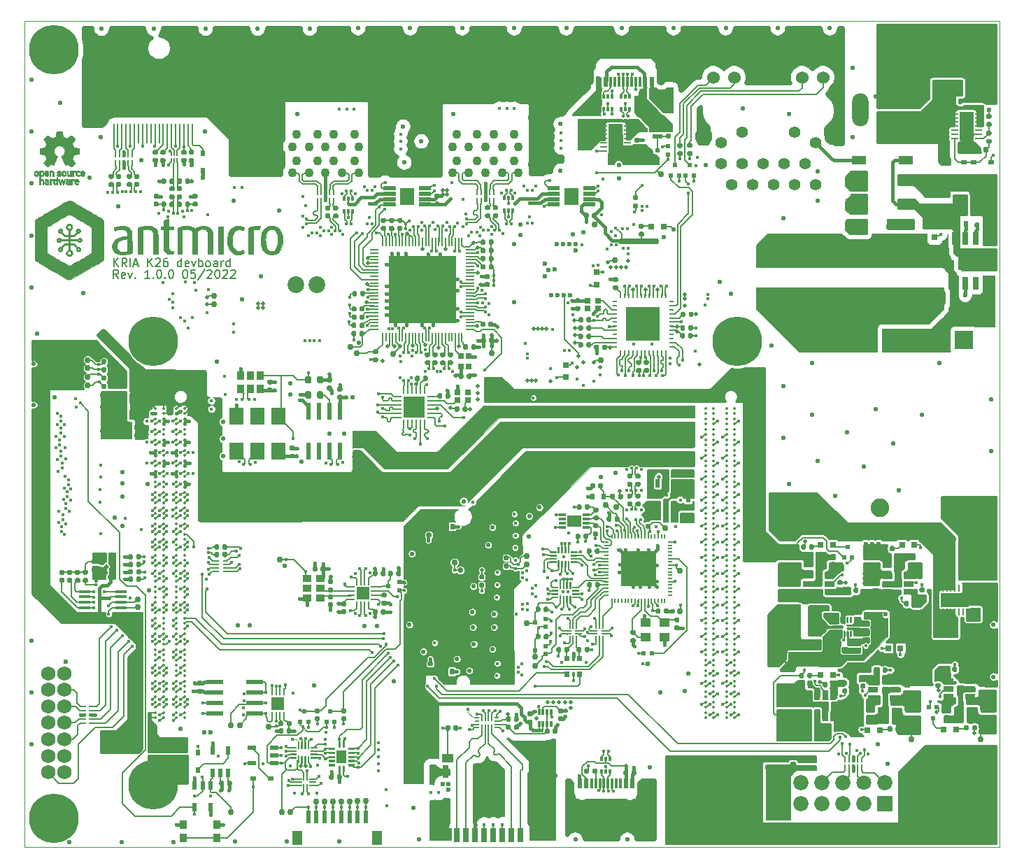
<source format=gbr>
%TF.GenerationSoftware,KiCad,Pcbnew,5.1.9+dfsg1-1*%
%TF.CreationDate,2022-05-16T11:51:26+02:00*%
%TF.ProjectId,kria-k26-devboard,6b726961-2d6b-4323-962d-646576626f61,rev?*%
%TF.SameCoordinates,Original*%
%TF.FileFunction,Copper,L1,Top*%
%TF.FilePolarity,Positive*%
%FSLAX46Y46*%
G04 Gerber Fmt 4.6, Leading zero omitted, Abs format (unit mm)*
G04 Created by KiCad (PCBNEW 5.1.9+dfsg1-1) date 2022-05-16 11:51:26 commit 389cbd4*
%MOMM*%
%LPD*%
G01*
G04 APERTURE LIST*
%TA.AperFunction,Profile*%
%ADD10C,0.100000*%
%TD*%
%TA.AperFunction,NonConductor*%
%ADD11C,0.150000*%
%TD*%
%TA.AperFunction,EtchedComponent*%
%ADD12C,0.002790*%
%TD*%
%TA.AperFunction,EtchedComponent*%
%ADD13C,0.010000*%
%TD*%
%TA.AperFunction,SMDPad,CuDef*%
%ADD14C,0.356000*%
%TD*%
%TA.AperFunction,SMDPad,CuDef*%
%ADD15R,0.600000X1.150000*%
%TD*%
%TA.AperFunction,ComponentPad*%
%ADD16O,1.000000X2.000000*%
%TD*%
%TA.AperFunction,ComponentPad*%
%ADD17O,1.050000X2.100000*%
%TD*%
%TA.AperFunction,SMDPad,CuDef*%
%ADD18R,0.300000X1.150000*%
%TD*%
%TA.AperFunction,SMDPad,CuDef*%
%ADD19R,0.685800X0.787400*%
%TD*%
%TA.AperFunction,SMDPad,CuDef*%
%ADD20C,0.750000*%
%TD*%
%TA.AperFunction,SMDPad,CuDef*%
%ADD21R,0.800000X0.600000*%
%TD*%
%TA.AperFunction,SMDPad,CuDef*%
%ADD22R,0.980000X3.400000*%
%TD*%
%TA.AperFunction,SMDPad,CuDef*%
%ADD23R,0.800000X0.800000*%
%TD*%
%TA.AperFunction,SMDPad,CuDef*%
%ADD24R,1.200000X1.200000*%
%TD*%
%TA.AperFunction,SMDPad,CuDef*%
%ADD25R,0.200000X0.565000*%
%TD*%
%TA.AperFunction,SMDPad,CuDef*%
%ADD26R,0.400000X0.565000*%
%TD*%
%TA.AperFunction,SMDPad,CuDef*%
%ADD27R,0.565000X0.200000*%
%TD*%
%TA.AperFunction,SMDPad,CuDef*%
%ADD28R,0.565000X0.400000*%
%TD*%
%TA.AperFunction,ComponentPad*%
%ADD29C,1.100000*%
%TD*%
%TA.AperFunction,ComponentPad*%
%ADD30C,2.900000*%
%TD*%
%TA.AperFunction,SMDPad,CuDef*%
%ADD31R,4.300000X4.300000*%
%TD*%
%TA.AperFunction,SMDPad,CuDef*%
%ADD32O,0.200000X0.550000*%
%TD*%
%TA.AperFunction,SMDPad,CuDef*%
%ADD33O,0.550000X0.200000*%
%TD*%
%TA.AperFunction,SMDPad,CuDef*%
%ADD34R,0.900000X1.100000*%
%TD*%
%TA.AperFunction,SMDPad,CuDef*%
%ADD35R,1.100000X0.900000*%
%TD*%
%TA.AperFunction,SMDPad,CuDef*%
%ADD36R,0.787400X0.685800*%
%TD*%
%TA.AperFunction,SMDPad,CuDef*%
%ADD37R,1.140000X1.730000*%
%TD*%
%TA.AperFunction,ComponentPad*%
%ADD38C,6.000000*%
%TD*%
%TA.AperFunction,SMDPad,CuDef*%
%ADD39C,0.100000*%
%TD*%
%TA.AperFunction,SMDPad,CuDef*%
%ADD40R,0.809600X1.905000*%
%TD*%
%TA.AperFunction,SMDPad,CuDef*%
%ADD41R,1.905000X0.809600*%
%TD*%
%TA.AperFunction,SMDPad,CuDef*%
%ADD42R,1.011199X0.204000*%
%TD*%
%TA.AperFunction,SMDPad,CuDef*%
%ADD43R,0.204000X1.011199*%
%TD*%
%TA.AperFunction,SMDPad,CuDef*%
%ADD44R,8.102600X8.102600*%
%TD*%
%TA.AperFunction,SMDPad,CuDef*%
%ADD45R,0.800000X1.500000*%
%TD*%
%TA.AperFunction,SMDPad,CuDef*%
%ADD46R,1.000000X1.400000*%
%TD*%
%TA.AperFunction,SMDPad,CuDef*%
%ADD47R,1.400000X1.000000*%
%TD*%
%TA.AperFunction,SMDPad,CuDef*%
%ADD48R,1.500000X1.500000*%
%TD*%
%TA.AperFunction,SMDPad,CuDef*%
%ADD49R,1.300000X1.500000*%
%TD*%
%TA.AperFunction,SMDPad,CuDef*%
%ADD50R,0.700000X1.750000*%
%TD*%
%TA.AperFunction,SMDPad,CuDef*%
%ADD51R,0.220000X0.900000*%
%TD*%
%TA.AperFunction,SMDPad,CuDef*%
%ADD52R,0.220000X0.850000*%
%TD*%
%TA.AperFunction,SMDPad,CuDef*%
%ADD53R,0.550000X0.220000*%
%TD*%
%TA.AperFunction,SMDPad,CuDef*%
%ADD54R,1.200000X0.700000*%
%TD*%
%TA.AperFunction,ComponentPad*%
%ADD55C,2.250000*%
%TD*%
%TA.AperFunction,ComponentPad*%
%ADD56R,2.250000X2.250000*%
%TD*%
%TA.AperFunction,SMDPad,CuDef*%
%ADD57R,0.550000X1.000000*%
%TD*%
%TA.AperFunction,SMDPad,CuDef*%
%ADD58R,0.600000X0.800000*%
%TD*%
%TA.AperFunction,SMDPad,CuDef*%
%ADD59R,1.500000X1.800000*%
%TD*%
%TA.AperFunction,SMDPad,CuDef*%
%ADD60R,1.800000X1.000000*%
%TD*%
%TA.AperFunction,SMDPad,CuDef*%
%ADD61R,1.700000X2.500000*%
%TD*%
%TA.AperFunction,SMDPad,CuDef*%
%ADD62R,0.650000X1.525000*%
%TD*%
%TA.AperFunction,SMDPad,CuDef*%
%ADD63R,3.100000X2.290000*%
%TD*%
%TA.AperFunction,ComponentPad*%
%ADD64O,4.500000X2.000000*%
%TD*%
%TA.AperFunction,ComponentPad*%
%ADD65O,1.990000X4.000000*%
%TD*%
%TA.AperFunction,ComponentPad*%
%ADD66O,4.000000X2.000000*%
%TD*%
%TA.AperFunction,ComponentPad*%
%ADD67R,1.840000X1.840000*%
%TD*%
%TA.AperFunction,ComponentPad*%
%ADD68C,1.840000*%
%TD*%
%TA.AperFunction,ComponentPad*%
%ADD69C,1.800000*%
%TD*%
%TA.AperFunction,SMDPad,CuDef*%
%ADD70R,0.600000X1.550000*%
%TD*%
%TA.AperFunction,SMDPad,CuDef*%
%ADD71R,1.200000X1.800000*%
%TD*%
%TA.AperFunction,SMDPad,CuDef*%
%ADD72R,3.400000X0.980000*%
%TD*%
%TA.AperFunction,SMDPad,CuDef*%
%ADD73R,1.300000X0.600000*%
%TD*%
%TA.AperFunction,SMDPad,CuDef*%
%ADD74R,0.900000X1.000000*%
%TD*%
%TA.AperFunction,SMDPad,CuDef*%
%ADD75O,0.240000X0.599999*%
%TD*%
%TA.AperFunction,SMDPad,CuDef*%
%ADD76O,0.599999X0.240000*%
%TD*%
%TA.AperFunction,SMDPad,CuDef*%
%ADD77R,4.099999X4.099999*%
%TD*%
%TA.AperFunction,SMDPad,CuDef*%
%ADD78R,0.700000X1.200000*%
%TD*%
%TA.AperFunction,SMDPad,CuDef*%
%ADD79R,0.254800X0.807999*%
%TD*%
%TA.AperFunction,SMDPad,CuDef*%
%ADD80R,3.403600X1.803400*%
%TD*%
%TA.AperFunction,SMDPad,CuDef*%
%ADD81R,0.807999X0.254800*%
%TD*%
%TA.AperFunction,SMDPad,CuDef*%
%ADD82R,1.803400X3.403600*%
%TD*%
%TA.AperFunction,SMDPad,CuDef*%
%ADD83R,2.590800X2.590800*%
%TD*%
%TA.AperFunction,SMDPad,CuDef*%
%ADD84R,0.299999X0.670001*%
%TD*%
%TA.AperFunction,SMDPad,CuDef*%
%ADD85R,0.810000X0.220000*%
%TD*%
%TA.AperFunction,SMDPad,CuDef*%
%ADD86R,0.220000X0.810000*%
%TD*%
%TA.AperFunction,SMDPad,CuDef*%
%ADD87R,1.000000X0.550000*%
%TD*%
%TA.AperFunction,SMDPad,CuDef*%
%ADD88R,0.600000X1.050000*%
%TD*%
%TA.AperFunction,SMDPad,CuDef*%
%ADD89R,1.750000X1.450000*%
%TD*%
%TA.AperFunction,SMDPad,CuDef*%
%ADD90R,0.825000X0.300000*%
%TD*%
%TA.AperFunction,SMDPad,CuDef*%
%ADD91R,2.000000X0.600000*%
%TD*%
%TA.AperFunction,SMDPad,CuDef*%
%ADD92R,1.600200X1.600200*%
%TD*%
%TA.AperFunction,SMDPad,CuDef*%
%ADD93R,0.600000X2.000000*%
%TD*%
%TA.AperFunction,SMDPad,CuDef*%
%ADD94R,1.800000X2.000000*%
%TD*%
%TA.AperFunction,SMDPad,CuDef*%
%ADD95R,1.300000X1.100000*%
%TD*%
%TA.AperFunction,SMDPad,CuDef*%
%ADD96R,0.280000X2.400000*%
%TD*%
%TA.AperFunction,ComponentPad*%
%ADD97O,1.200000X2.400000*%
%TD*%
%TA.AperFunction,ComponentPad*%
%ADD98O,1.400000X2.800000*%
%TD*%
%TA.AperFunction,SMDPad,CuDef*%
%ADD99R,0.500000X0.600000*%
%TD*%
%TA.AperFunction,SMDPad,CuDef*%
%ADD100R,0.300000X0.600000*%
%TD*%
%TA.AperFunction,SMDPad,CuDef*%
%ADD101R,1.450000X0.450000*%
%TD*%
%TA.AperFunction,SMDPad,CuDef*%
%ADD102R,0.600000X0.500000*%
%TD*%
%TA.AperFunction,SMDPad,CuDef*%
%ADD103R,1.150000X1.650000*%
%TD*%
%TA.AperFunction,ComponentPad*%
%ADD104C,1.750000*%
%TD*%
%TA.AperFunction,SMDPad,CuDef*%
%ADD105R,0.200000X0.400000*%
%TD*%
%TA.AperFunction,SMDPad,CuDef*%
%ADD106R,1.549400X1.549400*%
%TD*%
%TA.AperFunction,ComponentPad*%
%ADD107C,2.020000*%
%TD*%
%TA.AperFunction,SMDPad,CuDef*%
%ADD108R,1.746000X2.050000*%
%TD*%
%TA.AperFunction,ComponentPad*%
%ADD109C,1.397000*%
%TD*%
%TA.AperFunction,ComponentPad*%
%ADD110C,2.100000*%
%TD*%
%TA.AperFunction,ComponentPad*%
%ADD111C,2.108200*%
%TD*%
%TA.AperFunction,ComponentPad*%
%ADD112C,1.524000*%
%TD*%
%TA.AperFunction,SMDPad,CuDef*%
%ADD113R,0.400000X0.600000*%
%TD*%
%TA.AperFunction,SMDPad,CuDef*%
%ADD114R,0.584200X0.210000*%
%TD*%
%TA.AperFunction,ViaPad*%
%ADD115C,0.600000*%
%TD*%
%TA.AperFunction,ViaPad*%
%ADD116C,0.450000*%
%TD*%
%TA.AperFunction,ViaPad*%
%ADD117C,0.550000*%
%TD*%
%TA.AperFunction,ViaPad*%
%ADD118C,0.500000*%
%TD*%
%TA.AperFunction,ViaPad*%
%ADD119C,0.800000*%
%TD*%
%TA.AperFunction,Conductor*%
%ADD120C,0.200000*%
%TD*%
%TA.AperFunction,Conductor*%
%ADD121C,0.182000*%
%TD*%
%TA.AperFunction,Conductor*%
%ADD122C,0.400000*%
%TD*%
%TA.AperFunction,Conductor*%
%ADD123C,0.109000*%
%TD*%
%TA.AperFunction,Conductor*%
%ADD124C,0.250000*%
%TD*%
%TA.AperFunction,Conductor*%
%ADD125C,0.178000*%
%TD*%
%TA.AperFunction,Conductor*%
%ADD126C,0.107000*%
%TD*%
%TA.AperFunction,Conductor*%
%ADD127C,0.100000*%
%TD*%
%TA.AperFunction,Conductor*%
%ADD128C,0.254000*%
%TD*%
%TA.AperFunction,Conductor*%
%ADD129C,0.500000*%
%TD*%
G04 APERTURE END LIST*
D10*
X74000000Y-152000000D02*
X74000000Y-52000000D01*
D11*
X85314285Y-83152380D02*
X84980952Y-82676190D01*
X84742857Y-83152380D02*
X84742857Y-82152380D01*
X85123809Y-82152380D01*
X85219047Y-82200000D01*
X85266666Y-82247619D01*
X85314285Y-82342857D01*
X85314285Y-82485714D01*
X85266666Y-82580952D01*
X85219047Y-82628571D01*
X85123809Y-82676190D01*
X84742857Y-82676190D01*
X86123809Y-83104761D02*
X86028571Y-83152380D01*
X85838095Y-83152380D01*
X85742857Y-83104761D01*
X85695238Y-83009523D01*
X85695238Y-82628571D01*
X85742857Y-82533333D01*
X85838095Y-82485714D01*
X86028571Y-82485714D01*
X86123809Y-82533333D01*
X86171428Y-82628571D01*
X86171428Y-82723809D01*
X85695238Y-82819047D01*
X86504761Y-82485714D02*
X86742857Y-83152380D01*
X86980952Y-82485714D01*
X87361904Y-83057142D02*
X87409523Y-83104761D01*
X87361904Y-83152380D01*
X87314285Y-83104761D01*
X87361904Y-83057142D01*
X87361904Y-83152380D01*
X89123809Y-83152380D02*
X88552380Y-83152380D01*
X88838095Y-83152380D02*
X88838095Y-82152380D01*
X88742857Y-82295238D01*
X88647619Y-82390476D01*
X88552380Y-82438095D01*
X89552380Y-83057142D02*
X89600000Y-83104761D01*
X89552380Y-83152380D01*
X89504761Y-83104761D01*
X89552380Y-83057142D01*
X89552380Y-83152380D01*
X90219047Y-82152380D02*
X90314285Y-82152380D01*
X90409523Y-82200000D01*
X90457142Y-82247619D01*
X90504761Y-82342857D01*
X90552380Y-82533333D01*
X90552380Y-82771428D01*
X90504761Y-82961904D01*
X90457142Y-83057142D01*
X90409523Y-83104761D01*
X90314285Y-83152380D01*
X90219047Y-83152380D01*
X90123809Y-83104761D01*
X90076190Y-83057142D01*
X90028571Y-82961904D01*
X89980952Y-82771428D01*
X89980952Y-82533333D01*
X90028571Y-82342857D01*
X90076190Y-82247619D01*
X90123809Y-82200000D01*
X90219047Y-82152380D01*
X90980952Y-83057142D02*
X91028571Y-83104761D01*
X90980952Y-83152380D01*
X90933333Y-83104761D01*
X90980952Y-83057142D01*
X90980952Y-83152380D01*
X91647619Y-82152380D02*
X91742857Y-82152380D01*
X91838095Y-82200000D01*
X91885714Y-82247619D01*
X91933333Y-82342857D01*
X91980952Y-82533333D01*
X91980952Y-82771428D01*
X91933333Y-82961904D01*
X91885714Y-83057142D01*
X91838095Y-83104761D01*
X91742857Y-83152380D01*
X91647619Y-83152380D01*
X91552380Y-83104761D01*
X91504761Y-83057142D01*
X91457142Y-82961904D01*
X91409523Y-82771428D01*
X91409523Y-82533333D01*
X91457142Y-82342857D01*
X91504761Y-82247619D01*
X91552380Y-82200000D01*
X91647619Y-82152380D01*
X93361904Y-82152380D02*
X93457142Y-82152380D01*
X93552380Y-82200000D01*
X93600000Y-82247619D01*
X93647619Y-82342857D01*
X93695238Y-82533333D01*
X93695238Y-82771428D01*
X93647619Y-82961904D01*
X93600000Y-83057142D01*
X93552380Y-83104761D01*
X93457142Y-83152380D01*
X93361904Y-83152380D01*
X93266666Y-83104761D01*
X93219047Y-83057142D01*
X93171428Y-82961904D01*
X93123809Y-82771428D01*
X93123809Y-82533333D01*
X93171428Y-82342857D01*
X93219047Y-82247619D01*
X93266666Y-82200000D01*
X93361904Y-82152380D01*
X94600000Y-82152380D02*
X94123809Y-82152380D01*
X94076190Y-82628571D01*
X94123809Y-82580952D01*
X94219047Y-82533333D01*
X94457142Y-82533333D01*
X94552380Y-82580952D01*
X94600000Y-82628571D01*
X94647619Y-82723809D01*
X94647619Y-82961904D01*
X94600000Y-83057142D01*
X94552380Y-83104761D01*
X94457142Y-83152380D01*
X94219047Y-83152380D01*
X94123809Y-83104761D01*
X94076190Y-83057142D01*
X95790476Y-82104761D02*
X94933333Y-83390476D01*
X96076190Y-82247619D02*
X96123809Y-82200000D01*
X96219047Y-82152380D01*
X96457142Y-82152380D01*
X96552380Y-82200000D01*
X96600000Y-82247619D01*
X96647619Y-82342857D01*
X96647619Y-82438095D01*
X96600000Y-82580952D01*
X96028571Y-83152380D01*
X96647619Y-83152380D01*
X97266666Y-82152380D02*
X97361904Y-82152380D01*
X97457142Y-82200000D01*
X97504761Y-82247619D01*
X97552380Y-82342857D01*
X97600000Y-82533333D01*
X97600000Y-82771428D01*
X97552380Y-82961904D01*
X97504761Y-83057142D01*
X97457142Y-83104761D01*
X97361904Y-83152380D01*
X97266666Y-83152380D01*
X97171428Y-83104761D01*
X97123809Y-83057142D01*
X97076190Y-82961904D01*
X97028571Y-82771428D01*
X97028571Y-82533333D01*
X97076190Y-82342857D01*
X97123809Y-82247619D01*
X97171428Y-82200000D01*
X97266666Y-82152380D01*
X97980952Y-82247619D02*
X98028571Y-82200000D01*
X98123809Y-82152380D01*
X98361904Y-82152380D01*
X98457142Y-82200000D01*
X98504761Y-82247619D01*
X98552380Y-82342857D01*
X98552380Y-82438095D01*
X98504761Y-82580952D01*
X97933333Y-83152380D01*
X98552380Y-83152380D01*
X98933333Y-82247619D02*
X98980952Y-82200000D01*
X99076190Y-82152380D01*
X99314285Y-82152380D01*
X99409523Y-82200000D01*
X99457142Y-82247619D01*
X99504761Y-82342857D01*
X99504761Y-82438095D01*
X99457142Y-82580952D01*
X98885714Y-83152380D01*
X99504761Y-83152380D01*
X84776190Y-81752380D02*
X84776190Y-80752380D01*
X85347619Y-81752380D02*
X84919047Y-81180952D01*
X85347619Y-80752380D02*
X84776190Y-81323809D01*
X86347619Y-81752380D02*
X86014285Y-81276190D01*
X85776190Y-81752380D02*
X85776190Y-80752380D01*
X86157142Y-80752380D01*
X86252380Y-80800000D01*
X86300000Y-80847619D01*
X86347619Y-80942857D01*
X86347619Y-81085714D01*
X86300000Y-81180952D01*
X86252380Y-81228571D01*
X86157142Y-81276190D01*
X85776190Y-81276190D01*
X86776190Y-81752380D02*
X86776190Y-80752380D01*
X87204761Y-81466666D02*
X87680952Y-81466666D01*
X87109523Y-81752380D02*
X87442857Y-80752380D01*
X87776190Y-81752380D01*
X88871428Y-81752380D02*
X88871428Y-80752380D01*
X89442857Y-81752380D02*
X89014285Y-81180952D01*
X89442857Y-80752380D02*
X88871428Y-81323809D01*
X89823809Y-80847619D02*
X89871428Y-80800000D01*
X89966666Y-80752380D01*
X90204761Y-80752380D01*
X90300000Y-80800000D01*
X90347619Y-80847619D01*
X90395238Y-80942857D01*
X90395238Y-81038095D01*
X90347619Y-81180952D01*
X89776190Y-81752380D01*
X90395238Y-81752380D01*
X91252380Y-80752380D02*
X91061904Y-80752380D01*
X90966666Y-80800000D01*
X90919047Y-80847619D01*
X90823809Y-80990476D01*
X90776190Y-81180952D01*
X90776190Y-81561904D01*
X90823809Y-81657142D01*
X90871428Y-81704761D01*
X90966666Y-81752380D01*
X91157142Y-81752380D01*
X91252380Y-81704761D01*
X91300000Y-81657142D01*
X91347619Y-81561904D01*
X91347619Y-81323809D01*
X91300000Y-81228571D01*
X91252380Y-81180952D01*
X91157142Y-81133333D01*
X90966666Y-81133333D01*
X90871428Y-81180952D01*
X90823809Y-81228571D01*
X90776190Y-81323809D01*
X92966666Y-81752380D02*
X92966666Y-80752380D01*
X92966666Y-81704761D02*
X92871428Y-81752380D01*
X92680952Y-81752380D01*
X92585714Y-81704761D01*
X92538095Y-81657142D01*
X92490476Y-81561904D01*
X92490476Y-81276190D01*
X92538095Y-81180952D01*
X92585714Y-81133333D01*
X92680952Y-81085714D01*
X92871428Y-81085714D01*
X92966666Y-81133333D01*
X93823809Y-81704761D02*
X93728571Y-81752380D01*
X93538095Y-81752380D01*
X93442857Y-81704761D01*
X93395238Y-81609523D01*
X93395238Y-81228571D01*
X93442857Y-81133333D01*
X93538095Y-81085714D01*
X93728571Y-81085714D01*
X93823809Y-81133333D01*
X93871428Y-81228571D01*
X93871428Y-81323809D01*
X93395238Y-81419047D01*
X94204761Y-81085714D02*
X94442857Y-81752380D01*
X94680952Y-81085714D01*
X95061904Y-81752380D02*
X95061904Y-80752380D01*
X95061904Y-81133333D02*
X95157142Y-81085714D01*
X95347619Y-81085714D01*
X95442857Y-81133333D01*
X95490476Y-81180952D01*
X95538095Y-81276190D01*
X95538095Y-81561904D01*
X95490476Y-81657142D01*
X95442857Y-81704761D01*
X95347619Y-81752380D01*
X95157142Y-81752380D01*
X95061904Y-81704761D01*
X96109523Y-81752380D02*
X96014285Y-81704761D01*
X95966666Y-81657142D01*
X95919047Y-81561904D01*
X95919047Y-81276190D01*
X95966666Y-81180952D01*
X96014285Y-81133333D01*
X96109523Y-81085714D01*
X96252380Y-81085714D01*
X96347619Y-81133333D01*
X96395238Y-81180952D01*
X96442857Y-81276190D01*
X96442857Y-81561904D01*
X96395238Y-81657142D01*
X96347619Y-81704761D01*
X96252380Y-81752380D01*
X96109523Y-81752380D01*
X97300000Y-81752380D02*
X97300000Y-81228571D01*
X97252380Y-81133333D01*
X97157142Y-81085714D01*
X96966666Y-81085714D01*
X96871428Y-81133333D01*
X97300000Y-81704761D02*
X97204761Y-81752380D01*
X96966666Y-81752380D01*
X96871428Y-81704761D01*
X96823809Y-81609523D01*
X96823809Y-81514285D01*
X96871428Y-81419047D01*
X96966666Y-81371428D01*
X97204761Y-81371428D01*
X97300000Y-81323809D01*
X97776190Y-81752380D02*
X97776190Y-81085714D01*
X97776190Y-81276190D02*
X97823809Y-81180952D01*
X97871428Y-81133333D01*
X97966666Y-81085714D01*
X98061904Y-81085714D01*
X98823809Y-81752380D02*
X98823809Y-80752380D01*
X98823809Y-81704761D02*
X98728571Y-81752380D01*
X98538095Y-81752380D01*
X98442857Y-81704761D01*
X98395238Y-81657142D01*
X98347619Y-81561904D01*
X98347619Y-81276190D01*
X98395238Y-81180952D01*
X98442857Y-81133333D01*
X98538095Y-81085714D01*
X98728571Y-81085714D01*
X98823809Y-81133333D01*
D10*
X74000000Y-52000000D02*
X192000000Y-52000000D01*
X192000000Y-52000000D02*
X192000000Y-152000000D01*
X192000000Y-152000000D02*
X74000000Y-152000000D01*
D12*
%TO.C,N1*%
G36*
X79501572Y-76599576D02*
G01*
X79522770Y-76607934D01*
X79631249Y-76678342D01*
X79710362Y-76778636D01*
X79754670Y-76898183D01*
X79758733Y-77026352D01*
X79752974Y-77057833D01*
X79706065Y-77178846D01*
X79624940Y-77269574D01*
X79543113Y-77319477D01*
X79445240Y-77366696D01*
X79445240Y-77921864D01*
X79857514Y-77921864D01*
X80027283Y-77753228D01*
X80197053Y-77584591D01*
X80184510Y-77463065D01*
X80184365Y-77460512D01*
X80344809Y-77460512D01*
X80371222Y-77515566D01*
X80426243Y-77541221D01*
X80492779Y-77535756D01*
X80541976Y-77506792D01*
X80575727Y-77451433D01*
X80563881Y-77394722D01*
X80531852Y-77354936D01*
X80486912Y-77316812D01*
X80449677Y-77313005D01*
X80399058Y-77341896D01*
X80395376Y-77344464D01*
X80353612Y-77396806D01*
X80344809Y-77460512D01*
X80184365Y-77460512D01*
X80180064Y-77385201D01*
X80190500Y-77332385D01*
X80221307Y-77283366D01*
X80235318Y-77266252D01*
X80321156Y-77193669D01*
X80415594Y-77160504D01*
X80510656Y-77162398D01*
X80598367Y-77194993D01*
X80670751Y-77253934D01*
X80719834Y-77334860D01*
X80737640Y-77433415D01*
X80720986Y-77531621D01*
X80667754Y-77624633D01*
X80582332Y-77684517D01*
X80468453Y-77708836D01*
X80449157Y-77709266D01*
X80399827Y-77710979D01*
X80358834Y-77719812D01*
X80317002Y-77741310D01*
X80265155Y-77781016D01*
X80194116Y-77844474D01*
X80136340Y-77898242D01*
X79934358Y-78087218D01*
X79445240Y-78087218D01*
X79445240Y-78465170D01*
X80341663Y-78465170D01*
X80376662Y-78397489D01*
X80440592Y-78320466D01*
X80528779Y-78274360D01*
X80628510Y-78260669D01*
X80727071Y-78280895D01*
X80811752Y-78336536D01*
X80819955Y-78345195D01*
X80881015Y-78440841D01*
X80901327Y-78538406D01*
X80886572Y-78631086D01*
X80842433Y-78712077D01*
X80774594Y-78774573D01*
X80688737Y-78811770D01*
X80590544Y-78816864D01*
X80485698Y-78783049D01*
X80464370Y-78770981D01*
X80409702Y-78728218D01*
X80375849Y-78684288D01*
X80373032Y-78676581D01*
X80366476Y-78660697D01*
X80352079Y-78648951D01*
X80323497Y-78640720D01*
X80274391Y-78635385D01*
X80198418Y-78632323D01*
X80089235Y-78630912D01*
X79940502Y-78630531D01*
X79903114Y-78630524D01*
X79445240Y-78630524D01*
X79445240Y-78984854D01*
X79930534Y-78984854D01*
X80322785Y-79379153D01*
X80433224Y-79369665D01*
X80551620Y-79377916D01*
X80643640Y-79423895D01*
X80706334Y-79505779D01*
X80722639Y-79548512D01*
X80738629Y-79661493D01*
X80711507Y-79759090D01*
X80652307Y-79836536D01*
X80560802Y-79900541D01*
X80463582Y-79923765D01*
X80369112Y-79910490D01*
X80285860Y-79865001D01*
X80222293Y-79791581D01*
X80186877Y-79694512D01*
X80185326Y-79623593D01*
X80347370Y-79623593D01*
X80355061Y-79682359D01*
X80377662Y-79716421D01*
X80431416Y-79757858D01*
X80483235Y-79754443D01*
X80531852Y-79717136D01*
X80572859Y-79659502D01*
X80569009Y-79607900D01*
X80533800Y-79565356D01*
X80474059Y-79534578D01*
X80416592Y-79540296D01*
X80371121Y-79573103D01*
X80347370Y-79623593D01*
X80185326Y-79623593D01*
X80184810Y-79600035D01*
X80198026Y-79488447D01*
X79857514Y-79150208D01*
X79445240Y-79150208D01*
X79445240Y-79709961D01*
X79542634Y-79753879D01*
X79644867Y-79822987D01*
X79715372Y-79917535D01*
X79753884Y-80028001D01*
X79760140Y-80144867D01*
X79733876Y-80258613D01*
X79674830Y-80359718D01*
X79582737Y-80438662D01*
X79561911Y-80450152D01*
X79438219Y-80488862D01*
X79306478Y-80488868D01*
X79184150Y-80450223D01*
X79181803Y-80448995D01*
X79084945Y-80373955D01*
X79021293Y-80275232D01*
X78990513Y-80162413D01*
X78991344Y-80106899D01*
X79152327Y-80106899D01*
X79161914Y-80177165D01*
X79197980Y-80233977D01*
X79228290Y-80263435D01*
X79315674Y-80319137D01*
X79401713Y-80327711D01*
X79488380Y-80289158D01*
X79520458Y-80263435D01*
X79573321Y-80205013D01*
X79594386Y-80144095D01*
X79596421Y-80106899D01*
X79575161Y-80021071D01*
X79519801Y-79946709D01*
X79442970Y-79896575D01*
X79374374Y-79882490D01*
X79289450Y-79903976D01*
X79215870Y-79959925D01*
X79166264Y-80037574D01*
X79152327Y-80106899D01*
X78991344Y-80106899D01*
X78992269Y-80045086D01*
X79026226Y-79932838D01*
X79092048Y-79835256D01*
X79189400Y-79761929D01*
X79206114Y-79753879D01*
X79303508Y-79709961D01*
X79303508Y-79150208D01*
X78891234Y-79150208D01*
X78550722Y-79488447D01*
X78563938Y-79600035D01*
X78558001Y-79713334D01*
X78516954Y-79806506D01*
X78449262Y-79875267D01*
X78363394Y-79915334D01*
X78267815Y-79922424D01*
X78170992Y-79892252D01*
X78096441Y-79836536D01*
X78030763Y-79746034D01*
X78009806Y-79646740D01*
X78014634Y-79617646D01*
X78175660Y-79617646D01*
X78180169Y-79669652D01*
X78216896Y-79717136D01*
X78274407Y-79758110D01*
X78325969Y-79754247D01*
X78369578Y-79718088D01*
X78399167Y-79657326D01*
X78391385Y-79595658D01*
X78350506Y-79549261D01*
X78321883Y-79537531D01*
X78252204Y-79540939D01*
X78215944Y-79564454D01*
X78175660Y-79617646D01*
X78014634Y-79617646D01*
X78026109Y-79548512D01*
X78076150Y-79452676D01*
X78156708Y-79392009D01*
X78264830Y-79368335D01*
X78315524Y-79369665D01*
X78425963Y-79379153D01*
X78818214Y-78984854D01*
X79303508Y-78984854D01*
X79303508Y-78630524D01*
X78844471Y-78630524D01*
X78686442Y-78630726D01*
X78569261Y-78631770D01*
X78486532Y-78634317D01*
X78431859Y-78639024D01*
X78398846Y-78646549D01*
X78381097Y-78657553D01*
X78372216Y-78672693D01*
X78369922Y-78679398D01*
X78331821Y-78733795D01*
X78263338Y-78781408D01*
X78181247Y-78812562D01*
X78127140Y-78819412D01*
X78018073Y-78799662D01*
X77932840Y-78746135D01*
X77875202Y-78667820D01*
X77848918Y-78573705D01*
X77851733Y-78541539D01*
X78007565Y-78541539D01*
X78014406Y-78575638D01*
X78038270Y-78605288D01*
X78100107Y-78647975D01*
X78163226Y-78644989D01*
X78203398Y-78617026D01*
X78237397Y-78556128D01*
X78230153Y-78516625D01*
X80511750Y-78516625D01*
X80520695Y-78582878D01*
X80545350Y-78617026D01*
X80605902Y-78651013D01*
X80669271Y-78639036D01*
X80710478Y-78605288D01*
X80739251Y-78566131D01*
X80737899Y-78530529D01*
X80719255Y-78493083D01*
X80669265Y-78438575D01*
X80609164Y-78423173D01*
X80550987Y-78449615D01*
X80546607Y-78453789D01*
X80511750Y-78516625D01*
X78230153Y-78516625D01*
X78225768Y-78492715D01*
X78195032Y-78454949D01*
X78134261Y-78423318D01*
X78076766Y-78437822D01*
X78029515Y-78493250D01*
X78007565Y-78541539D01*
X77851733Y-78541539D01*
X77857750Y-78472780D01*
X77905455Y-78374034D01*
X77928793Y-78345195D01*
X78013156Y-78283343D01*
X78111597Y-78259548D01*
X78212139Y-78272456D01*
X78302803Y-78320714D01*
X78366907Y-78394686D01*
X78408543Y-78465170D01*
X79303508Y-78465170D01*
X79303508Y-78087218D01*
X78814390Y-78087218D01*
X78612408Y-77898242D01*
X78525216Y-77817478D01*
X78462929Y-77763774D01*
X78416232Y-77731617D01*
X78375812Y-77715493D01*
X78332356Y-77709886D01*
X78293225Y-77709266D01*
X78177101Y-77692329D01*
X78092140Y-77640432D01*
X78036021Y-77551946D01*
X78025391Y-77521163D01*
X78015115Y-77435926D01*
X78169652Y-77435926D01*
X78189969Y-77489824D01*
X78239801Y-77527435D01*
X78302462Y-77542368D01*
X78361272Y-77528230D01*
X78377526Y-77515566D01*
X78404031Y-77459820D01*
X78394851Y-77396133D01*
X78353372Y-77344464D01*
X78308127Y-77317077D01*
X78282506Y-77307692D01*
X78248268Y-77325400D01*
X78207656Y-77366295D01*
X78176814Y-77412032D01*
X78169652Y-77435926D01*
X78015115Y-77435926D01*
X78012026Y-77410299D01*
X78036619Y-77314349D01*
X78091112Y-77237521D01*
X78167448Y-77184024D01*
X78257569Y-77158066D01*
X78353416Y-77163855D01*
X78446933Y-77205601D01*
X78513430Y-77266252D01*
X78551406Y-77318270D01*
X78567369Y-77367718D01*
X78566805Y-77435850D01*
X78564238Y-77463065D01*
X78551695Y-77584591D01*
X78721464Y-77753228D01*
X78891234Y-77921864D01*
X79303508Y-77921864D01*
X79303508Y-77364028D01*
X79209587Y-77322590D01*
X79099638Y-77251446D01*
X79025249Y-77149691D01*
X78996453Y-77071587D01*
X78985309Y-76960573D01*
X79146864Y-76960573D01*
X79155756Y-77014751D01*
X79172782Y-77054627D01*
X79233282Y-77136103D01*
X79313711Y-77180430D01*
X79403624Y-77184931D01*
X79492573Y-77146927D01*
X79502873Y-77139236D01*
X79572565Y-77064028D01*
X79596235Y-76982360D01*
X79577501Y-76896264D01*
X79520212Y-76807824D01*
X79444587Y-76757230D01*
X79360345Y-76744319D01*
X79277205Y-76768924D01*
X79204883Y-76830879D01*
X79162927Y-76903340D01*
X79146864Y-76960573D01*
X78985309Y-76960573D01*
X78983716Y-76944713D01*
X79010762Y-76827538D01*
X79070700Y-76726131D01*
X79156639Y-76646562D01*
X79261692Y-76594900D01*
X79378966Y-76577214D01*
X79501572Y-76599576D01*
G37*
X79501572Y-76599576D02*
X79522770Y-76607934D01*
X79631249Y-76678342D01*
X79710362Y-76778636D01*
X79754670Y-76898183D01*
X79758733Y-77026352D01*
X79752974Y-77057833D01*
X79706065Y-77178846D01*
X79624940Y-77269574D01*
X79543113Y-77319477D01*
X79445240Y-77366696D01*
X79445240Y-77921864D01*
X79857514Y-77921864D01*
X80027283Y-77753228D01*
X80197053Y-77584591D01*
X80184510Y-77463065D01*
X80184365Y-77460512D01*
X80344809Y-77460512D01*
X80371222Y-77515566D01*
X80426243Y-77541221D01*
X80492779Y-77535756D01*
X80541976Y-77506792D01*
X80575727Y-77451433D01*
X80563881Y-77394722D01*
X80531852Y-77354936D01*
X80486912Y-77316812D01*
X80449677Y-77313005D01*
X80399058Y-77341896D01*
X80395376Y-77344464D01*
X80353612Y-77396806D01*
X80344809Y-77460512D01*
X80184365Y-77460512D01*
X80180064Y-77385201D01*
X80190500Y-77332385D01*
X80221307Y-77283366D01*
X80235318Y-77266252D01*
X80321156Y-77193669D01*
X80415594Y-77160504D01*
X80510656Y-77162398D01*
X80598367Y-77194993D01*
X80670751Y-77253934D01*
X80719834Y-77334860D01*
X80737640Y-77433415D01*
X80720986Y-77531621D01*
X80667754Y-77624633D01*
X80582332Y-77684517D01*
X80468453Y-77708836D01*
X80449157Y-77709266D01*
X80399827Y-77710979D01*
X80358834Y-77719812D01*
X80317002Y-77741310D01*
X80265155Y-77781016D01*
X80194116Y-77844474D01*
X80136340Y-77898242D01*
X79934358Y-78087218D01*
X79445240Y-78087218D01*
X79445240Y-78465170D01*
X80341663Y-78465170D01*
X80376662Y-78397489D01*
X80440592Y-78320466D01*
X80528779Y-78274360D01*
X80628510Y-78260669D01*
X80727071Y-78280895D01*
X80811752Y-78336536D01*
X80819955Y-78345195D01*
X80881015Y-78440841D01*
X80901327Y-78538406D01*
X80886572Y-78631086D01*
X80842433Y-78712077D01*
X80774594Y-78774573D01*
X80688737Y-78811770D01*
X80590544Y-78816864D01*
X80485698Y-78783049D01*
X80464370Y-78770981D01*
X80409702Y-78728218D01*
X80375849Y-78684288D01*
X80373032Y-78676581D01*
X80366476Y-78660697D01*
X80352079Y-78648951D01*
X80323497Y-78640720D01*
X80274391Y-78635385D01*
X80198418Y-78632323D01*
X80089235Y-78630912D01*
X79940502Y-78630531D01*
X79903114Y-78630524D01*
X79445240Y-78630524D01*
X79445240Y-78984854D01*
X79930534Y-78984854D01*
X80322785Y-79379153D01*
X80433224Y-79369665D01*
X80551620Y-79377916D01*
X80643640Y-79423895D01*
X80706334Y-79505779D01*
X80722639Y-79548512D01*
X80738629Y-79661493D01*
X80711507Y-79759090D01*
X80652307Y-79836536D01*
X80560802Y-79900541D01*
X80463582Y-79923765D01*
X80369112Y-79910490D01*
X80285860Y-79865001D01*
X80222293Y-79791581D01*
X80186877Y-79694512D01*
X80185326Y-79623593D01*
X80347370Y-79623593D01*
X80355061Y-79682359D01*
X80377662Y-79716421D01*
X80431416Y-79757858D01*
X80483235Y-79754443D01*
X80531852Y-79717136D01*
X80572859Y-79659502D01*
X80569009Y-79607900D01*
X80533800Y-79565356D01*
X80474059Y-79534578D01*
X80416592Y-79540296D01*
X80371121Y-79573103D01*
X80347370Y-79623593D01*
X80185326Y-79623593D01*
X80184810Y-79600035D01*
X80198026Y-79488447D01*
X79857514Y-79150208D01*
X79445240Y-79150208D01*
X79445240Y-79709961D01*
X79542634Y-79753879D01*
X79644867Y-79822987D01*
X79715372Y-79917535D01*
X79753884Y-80028001D01*
X79760140Y-80144867D01*
X79733876Y-80258613D01*
X79674830Y-80359718D01*
X79582737Y-80438662D01*
X79561911Y-80450152D01*
X79438219Y-80488862D01*
X79306478Y-80488868D01*
X79184150Y-80450223D01*
X79181803Y-80448995D01*
X79084945Y-80373955D01*
X79021293Y-80275232D01*
X78990513Y-80162413D01*
X78991344Y-80106899D01*
X79152327Y-80106899D01*
X79161914Y-80177165D01*
X79197980Y-80233977D01*
X79228290Y-80263435D01*
X79315674Y-80319137D01*
X79401713Y-80327711D01*
X79488380Y-80289158D01*
X79520458Y-80263435D01*
X79573321Y-80205013D01*
X79594386Y-80144095D01*
X79596421Y-80106899D01*
X79575161Y-80021071D01*
X79519801Y-79946709D01*
X79442970Y-79896575D01*
X79374374Y-79882490D01*
X79289450Y-79903976D01*
X79215870Y-79959925D01*
X79166264Y-80037574D01*
X79152327Y-80106899D01*
X78991344Y-80106899D01*
X78992269Y-80045086D01*
X79026226Y-79932838D01*
X79092048Y-79835256D01*
X79189400Y-79761929D01*
X79206114Y-79753879D01*
X79303508Y-79709961D01*
X79303508Y-79150208D01*
X78891234Y-79150208D01*
X78550722Y-79488447D01*
X78563938Y-79600035D01*
X78558001Y-79713334D01*
X78516954Y-79806506D01*
X78449262Y-79875267D01*
X78363394Y-79915334D01*
X78267815Y-79922424D01*
X78170992Y-79892252D01*
X78096441Y-79836536D01*
X78030763Y-79746034D01*
X78009806Y-79646740D01*
X78014634Y-79617646D01*
X78175660Y-79617646D01*
X78180169Y-79669652D01*
X78216896Y-79717136D01*
X78274407Y-79758110D01*
X78325969Y-79754247D01*
X78369578Y-79718088D01*
X78399167Y-79657326D01*
X78391385Y-79595658D01*
X78350506Y-79549261D01*
X78321883Y-79537531D01*
X78252204Y-79540939D01*
X78215944Y-79564454D01*
X78175660Y-79617646D01*
X78014634Y-79617646D01*
X78026109Y-79548512D01*
X78076150Y-79452676D01*
X78156708Y-79392009D01*
X78264830Y-79368335D01*
X78315524Y-79369665D01*
X78425963Y-79379153D01*
X78818214Y-78984854D01*
X79303508Y-78984854D01*
X79303508Y-78630524D01*
X78844471Y-78630524D01*
X78686442Y-78630726D01*
X78569261Y-78631770D01*
X78486532Y-78634317D01*
X78431859Y-78639024D01*
X78398846Y-78646549D01*
X78381097Y-78657553D01*
X78372216Y-78672693D01*
X78369922Y-78679398D01*
X78331821Y-78733795D01*
X78263338Y-78781408D01*
X78181247Y-78812562D01*
X78127140Y-78819412D01*
X78018073Y-78799662D01*
X77932840Y-78746135D01*
X77875202Y-78667820D01*
X77848918Y-78573705D01*
X77851733Y-78541539D01*
X78007565Y-78541539D01*
X78014406Y-78575638D01*
X78038270Y-78605288D01*
X78100107Y-78647975D01*
X78163226Y-78644989D01*
X78203398Y-78617026D01*
X78237397Y-78556128D01*
X78230153Y-78516625D01*
X80511750Y-78516625D01*
X80520695Y-78582878D01*
X80545350Y-78617026D01*
X80605902Y-78651013D01*
X80669271Y-78639036D01*
X80710478Y-78605288D01*
X80739251Y-78566131D01*
X80737899Y-78530529D01*
X80719255Y-78493083D01*
X80669265Y-78438575D01*
X80609164Y-78423173D01*
X80550987Y-78449615D01*
X80546607Y-78453789D01*
X80511750Y-78516625D01*
X78230153Y-78516625D01*
X78225768Y-78492715D01*
X78195032Y-78454949D01*
X78134261Y-78423318D01*
X78076766Y-78437822D01*
X78029515Y-78493250D01*
X78007565Y-78541539D01*
X77851733Y-78541539D01*
X77857750Y-78472780D01*
X77905455Y-78374034D01*
X77928793Y-78345195D01*
X78013156Y-78283343D01*
X78111597Y-78259548D01*
X78212139Y-78272456D01*
X78302803Y-78320714D01*
X78366907Y-78394686D01*
X78408543Y-78465170D01*
X79303508Y-78465170D01*
X79303508Y-78087218D01*
X78814390Y-78087218D01*
X78612408Y-77898242D01*
X78525216Y-77817478D01*
X78462929Y-77763774D01*
X78416232Y-77731617D01*
X78375812Y-77715493D01*
X78332356Y-77709886D01*
X78293225Y-77709266D01*
X78177101Y-77692329D01*
X78092140Y-77640432D01*
X78036021Y-77551946D01*
X78025391Y-77521163D01*
X78015115Y-77435926D01*
X78169652Y-77435926D01*
X78189969Y-77489824D01*
X78239801Y-77527435D01*
X78302462Y-77542368D01*
X78361272Y-77528230D01*
X78377526Y-77515566D01*
X78404031Y-77459820D01*
X78394851Y-77396133D01*
X78353372Y-77344464D01*
X78308127Y-77317077D01*
X78282506Y-77307692D01*
X78248268Y-77325400D01*
X78207656Y-77366295D01*
X78176814Y-77412032D01*
X78169652Y-77435926D01*
X78015115Y-77435926D01*
X78012026Y-77410299D01*
X78036619Y-77314349D01*
X78091112Y-77237521D01*
X78167448Y-77184024D01*
X78257569Y-77158066D01*
X78353416Y-77163855D01*
X78446933Y-77205601D01*
X78513430Y-77266252D01*
X78551406Y-77318270D01*
X78567369Y-77367718D01*
X78566805Y-77435850D01*
X78564238Y-77463065D01*
X78551695Y-77584591D01*
X78721464Y-77753228D01*
X78891234Y-77921864D01*
X79303508Y-77921864D01*
X79303508Y-77364028D01*
X79209587Y-77322590D01*
X79099638Y-77251446D01*
X79025249Y-77149691D01*
X78996453Y-77071587D01*
X78985309Y-76960573D01*
X79146864Y-76960573D01*
X79155756Y-77014751D01*
X79172782Y-77054627D01*
X79233282Y-77136103D01*
X79313711Y-77180430D01*
X79403624Y-77184931D01*
X79492573Y-77146927D01*
X79502873Y-77139236D01*
X79572565Y-77064028D01*
X79596235Y-76982360D01*
X79577501Y-76896264D01*
X79520212Y-76807824D01*
X79444587Y-76757230D01*
X79360345Y-76744319D01*
X79277205Y-76768924D01*
X79204883Y-76830879D01*
X79162927Y-76903340D01*
X79146864Y-76960573D01*
X78985309Y-76960573D01*
X78983716Y-76944713D01*
X79010762Y-76827538D01*
X79070700Y-76726131D01*
X79156639Y-76646562D01*
X79261692Y-76594900D01*
X79378966Y-76577214D01*
X79501572Y-76599576D01*
G36*
X102440704Y-76838957D02*
G01*
X102483146Y-76844925D01*
X102499626Y-76854782D01*
X102500312Y-76858055D01*
X102493617Y-76892742D01*
X102475745Y-76960191D01*
X102450010Y-77048197D01*
X102438272Y-77086375D01*
X102406574Y-77182968D01*
X102382387Y-77241324D01*
X102361494Y-77268972D01*
X102339676Y-77273440D01*
X102334259Y-77272037D01*
X102187402Y-77240707D01*
X102023404Y-77230388D01*
X101860846Y-77240810D01*
X101718313Y-77271705D01*
X101691259Y-77281312D01*
X101626298Y-77306523D01*
X101626298Y-80236820D01*
X101059370Y-80236820D01*
X101059370Y-77052643D01*
X101230629Y-76991276D01*
X101379454Y-76941278D01*
X101515589Y-76904113D01*
X101652002Y-76877568D01*
X101801659Y-76859434D01*
X101977526Y-76847499D01*
X102104644Y-76842271D01*
X102256748Y-76837841D01*
X102367003Y-76836666D01*
X102440704Y-76838957D01*
G37*
X102440704Y-76838957D02*
X102483146Y-76844925D01*
X102499626Y-76854782D01*
X102500312Y-76858055D01*
X102493617Y-76892742D01*
X102475745Y-76960191D01*
X102450010Y-77048197D01*
X102438272Y-77086375D01*
X102406574Y-77182968D01*
X102382387Y-77241324D01*
X102361494Y-77268972D01*
X102339676Y-77273440D01*
X102334259Y-77272037D01*
X102187402Y-77240707D01*
X102023404Y-77230388D01*
X101860846Y-77240810D01*
X101718313Y-77271705D01*
X101691259Y-77281312D01*
X101626298Y-77306523D01*
X101626298Y-80236820D01*
X101059370Y-80236820D01*
X101059370Y-77052643D01*
X101230629Y-76991276D01*
X101379454Y-76941278D01*
X101515589Y-76904113D01*
X101652002Y-76877568D01*
X101801659Y-76859434D01*
X101977526Y-76847499D01*
X102104644Y-76842271D01*
X102256748Y-76837841D01*
X102367003Y-76836666D01*
X102440704Y-76838957D01*
G36*
X98012132Y-80236820D02*
G01*
X97445204Y-80236820D01*
X97445204Y-76882496D01*
X98012132Y-76882496D01*
X98012132Y-80236820D01*
G37*
X98012132Y-80236820D02*
X97445204Y-80236820D01*
X97445204Y-76882496D01*
X98012132Y-76882496D01*
X98012132Y-80236820D01*
G36*
X95829063Y-76852900D02*
G01*
X96059571Y-76903118D01*
X96257893Y-76986229D01*
X96423148Y-77101794D01*
X96554451Y-77249380D01*
X96617493Y-77354936D01*
X96642461Y-77405835D01*
X96663676Y-77455050D01*
X96681442Y-77506761D01*
X96696064Y-77565147D01*
X96707848Y-77634387D01*
X96717099Y-77718660D01*
X96724121Y-77822145D01*
X96729219Y-77949022D01*
X96732699Y-78103469D01*
X96734866Y-78289667D01*
X96736025Y-78511793D01*
X96736480Y-78774028D01*
X96736544Y-78986017D01*
X96736544Y-80236820D01*
X96171143Y-80236820D01*
X96164474Y-78931704D01*
X96157805Y-77626589D01*
X96088868Y-77502166D01*
X95995109Y-77378454D01*
X95873134Y-77286825D01*
X95729913Y-77227835D01*
X95572416Y-77202041D01*
X95407613Y-77209999D01*
X95242475Y-77252266D01*
X95083970Y-77329397D01*
X94970799Y-77412922D01*
X94870406Y-77500349D01*
X94870406Y-80236820D01*
X94303478Y-80236820D01*
X94303478Y-78958067D01*
X94303064Y-78637221D01*
X94301801Y-78362070D01*
X94299660Y-78131073D01*
X94296609Y-77942689D01*
X94292619Y-77795376D01*
X94287659Y-77687592D01*
X94281699Y-77617796D01*
X94276515Y-77589320D01*
X94213168Y-77455645D01*
X94112925Y-77348681D01*
X93978719Y-77269731D01*
X93813483Y-77220093D01*
X93620150Y-77201071D01*
X93424287Y-77211232D01*
X93317475Y-77224216D01*
X93240831Y-77236530D01*
X93177483Y-77251877D01*
X93110555Y-77273959D01*
X93069229Y-77289150D01*
X93004268Y-77313423D01*
X93004268Y-80236820D01*
X92460962Y-80236820D01*
X92460962Y-77050068D01*
X92685996Y-76977983D01*
X92939432Y-76906372D01*
X93176192Y-76861663D01*
X93416338Y-76841056D01*
X93665684Y-76841248D01*
X93865772Y-76853043D01*
X94029729Y-76875465D01*
X94168058Y-76911579D01*
X94291262Y-76964453D01*
X94409844Y-77037150D01*
X94458630Y-77072690D01*
X94613772Y-77190116D01*
X94712561Y-77109963D01*
X94903824Y-76983577D01*
X95118585Y-76896338D01*
X95358747Y-76847638D01*
X95567255Y-76836011D01*
X95829063Y-76852900D01*
G37*
X95829063Y-76852900D02*
X96059571Y-76903118D01*
X96257893Y-76986229D01*
X96423148Y-77101794D01*
X96554451Y-77249380D01*
X96617493Y-77354936D01*
X96642461Y-77405835D01*
X96663676Y-77455050D01*
X96681442Y-77506761D01*
X96696064Y-77565147D01*
X96707848Y-77634387D01*
X96717099Y-77718660D01*
X96724121Y-77822145D01*
X96729219Y-77949022D01*
X96732699Y-78103469D01*
X96734866Y-78289667D01*
X96736025Y-78511793D01*
X96736480Y-78774028D01*
X96736544Y-78986017D01*
X96736544Y-80236820D01*
X96171143Y-80236820D01*
X96164474Y-78931704D01*
X96157805Y-77626589D01*
X96088868Y-77502166D01*
X95995109Y-77378454D01*
X95873134Y-77286825D01*
X95729913Y-77227835D01*
X95572416Y-77202041D01*
X95407613Y-77209999D01*
X95242475Y-77252266D01*
X95083970Y-77329397D01*
X94970799Y-77412922D01*
X94870406Y-77500349D01*
X94870406Y-80236820D01*
X94303478Y-80236820D01*
X94303478Y-78958067D01*
X94303064Y-78637221D01*
X94301801Y-78362070D01*
X94299660Y-78131073D01*
X94296609Y-77942689D01*
X94292619Y-77795376D01*
X94287659Y-77687592D01*
X94281699Y-77617796D01*
X94276515Y-77589320D01*
X94213168Y-77455645D01*
X94112925Y-77348681D01*
X93978719Y-77269731D01*
X93813483Y-77220093D01*
X93620150Y-77201071D01*
X93424287Y-77211232D01*
X93317475Y-77224216D01*
X93240831Y-77236530D01*
X93177483Y-77251877D01*
X93110555Y-77273959D01*
X93069229Y-77289150D01*
X93004268Y-77313423D01*
X93004268Y-80236820D01*
X92460962Y-80236820D01*
X92460962Y-77050068D01*
X92685996Y-76977983D01*
X92939432Y-76906372D01*
X93176192Y-76861663D01*
X93416338Y-76841056D01*
X93665684Y-76841248D01*
X93865772Y-76853043D01*
X94029729Y-76875465D01*
X94168058Y-76911579D01*
X94291262Y-76964453D01*
X94409844Y-77037150D01*
X94458630Y-77072690D01*
X94613772Y-77190116D01*
X94712561Y-77109963D01*
X94903824Y-76983577D01*
X95118585Y-76896338D01*
X95358747Y-76847638D01*
X95567255Y-76836011D01*
X95829063Y-76852900D01*
G36*
X88963393Y-76848250D02*
G01*
X89089096Y-76851537D01*
X89185735Y-76857963D01*
X89262383Y-76868236D01*
X89328115Y-76883061D01*
X89353660Y-76890508D01*
X89567842Y-76972490D01*
X89740871Y-77074317D01*
X89875251Y-77197777D01*
X89963621Y-77325912D01*
X89991837Y-77378961D01*
X90015826Y-77429035D01*
X90035932Y-77480320D01*
X90052496Y-77537006D01*
X90065862Y-77603283D01*
X90076372Y-77683338D01*
X90084369Y-77781360D01*
X90090196Y-77901538D01*
X90094194Y-78048060D01*
X90096708Y-78225116D01*
X90098078Y-78436895D01*
X90098649Y-78687584D01*
X90098762Y-78978006D01*
X90098762Y-80236820D01*
X89531834Y-80236820D01*
X89531834Y-78989141D01*
X89531714Y-78695459D01*
X89531110Y-78445058D01*
X89529654Y-78233980D01*
X89526978Y-78058261D01*
X89522714Y-77913942D01*
X89516494Y-77797061D01*
X89507951Y-77703656D01*
X89496717Y-77629767D01*
X89482423Y-77571433D01*
X89464703Y-77524691D01*
X89443188Y-77485582D01*
X89417511Y-77450143D01*
X89387304Y-77414415D01*
X89385419Y-77412266D01*
X89287713Y-77324097D01*
X89168568Y-77262198D01*
X89017958Y-77221849D01*
X88961632Y-77212740D01*
X88803260Y-77202567D01*
X88627981Y-77211180D01*
X88457673Y-77236591D01*
X88333545Y-77269782D01*
X88244435Y-77300630D01*
X88238351Y-78768725D01*
X88232266Y-80236820D01*
X87665696Y-80236820D01*
X87665696Y-77053816D01*
X87884199Y-76982138D01*
X88034561Y-76934615D01*
X88162334Y-76899631D01*
X88280181Y-76875321D01*
X88400762Y-76859824D01*
X88536739Y-76851274D01*
X88700772Y-76847808D01*
X88799552Y-76847397D01*
X88963393Y-76848250D01*
G37*
X88963393Y-76848250D02*
X89089096Y-76851537D01*
X89185735Y-76857963D01*
X89262383Y-76868236D01*
X89328115Y-76883061D01*
X89353660Y-76890508D01*
X89567842Y-76972490D01*
X89740871Y-77074317D01*
X89875251Y-77197777D01*
X89963621Y-77325912D01*
X89991837Y-77378961D01*
X90015826Y-77429035D01*
X90035932Y-77480320D01*
X90052496Y-77537006D01*
X90065862Y-77603283D01*
X90076372Y-77683338D01*
X90084369Y-77781360D01*
X90090196Y-77901538D01*
X90094194Y-78048060D01*
X90096708Y-78225116D01*
X90098078Y-78436895D01*
X90098649Y-78687584D01*
X90098762Y-78978006D01*
X90098762Y-80236820D01*
X89531834Y-80236820D01*
X89531834Y-78989141D01*
X89531714Y-78695459D01*
X89531110Y-78445058D01*
X89529654Y-78233980D01*
X89526978Y-78058261D01*
X89522714Y-77913942D01*
X89516494Y-77797061D01*
X89507951Y-77703656D01*
X89496717Y-77629767D01*
X89482423Y-77571433D01*
X89464703Y-77524691D01*
X89443188Y-77485582D01*
X89417511Y-77450143D01*
X89387304Y-77414415D01*
X89385419Y-77412266D01*
X89287713Y-77324097D01*
X89168568Y-77262198D01*
X89017958Y-77221849D01*
X88961632Y-77212740D01*
X88803260Y-77202567D01*
X88627981Y-77211180D01*
X88457673Y-77236591D01*
X88333545Y-77269782D01*
X88244435Y-77300630D01*
X88238351Y-78768725D01*
X88232266Y-80236820D01*
X87665696Y-80236820D01*
X87665696Y-77053816D01*
X87884199Y-76982138D01*
X88034561Y-76934615D01*
X88162334Y-76899631D01*
X88280181Y-76875321D01*
X88400762Y-76859824D01*
X88536739Y-76851274D01*
X88700772Y-76847808D01*
X88799552Y-76847397D01*
X88963393Y-76848250D01*
G36*
X91386882Y-75983666D02*
G01*
X91391195Y-76046174D01*
X91394644Y-76141603D01*
X91396982Y-76262790D01*
X91397958Y-76402574D01*
X91397972Y-76421867D01*
X91397972Y-76882496D01*
X91964900Y-76882496D01*
X91964900Y-77260448D01*
X91397972Y-77260448D01*
X91397972Y-79567973D01*
X91451710Y-79669594D01*
X91520809Y-79766396D01*
X91609669Y-79826307D01*
X91725356Y-79852892D01*
X91817312Y-79854035D01*
X91964999Y-79847057D01*
X91964949Y-80028733D01*
X91960772Y-80140716D01*
X91948460Y-80208604D01*
X91935373Y-80228939D01*
X91900261Y-80237487D01*
X91829644Y-80245503D01*
X91735257Y-80251858D01*
X91669625Y-80254480D01*
X91540081Y-80255664D01*
X91442385Y-80249249D01*
X91361533Y-80233675D01*
X91308325Y-80216992D01*
X91164544Y-80149148D01*
X91050096Y-80054860D01*
X90955408Y-79925474D01*
X90925532Y-79871014D01*
X90842855Y-79710172D01*
X90836140Y-78485310D01*
X90829426Y-77260448D01*
X90453092Y-77260448D01*
X90453092Y-76882496D01*
X90831044Y-76882496D01*
X90831044Y-76128217D01*
X91098492Y-76044728D01*
X91204164Y-76012139D01*
X91292964Y-75985503D01*
X91355428Y-75967609D01*
X91381956Y-75961238D01*
X91386882Y-75983666D01*
G37*
X91386882Y-75983666D02*
X91391195Y-76046174D01*
X91394644Y-76141603D01*
X91396982Y-76262790D01*
X91397958Y-76402574D01*
X91397972Y-76421867D01*
X91397972Y-76882496D01*
X91964900Y-76882496D01*
X91964900Y-77260448D01*
X91397972Y-77260448D01*
X91397972Y-79567973D01*
X91451710Y-79669594D01*
X91520809Y-79766396D01*
X91609669Y-79826307D01*
X91725356Y-79852892D01*
X91817312Y-79854035D01*
X91964999Y-79847057D01*
X91964949Y-80028733D01*
X91960772Y-80140716D01*
X91948460Y-80208604D01*
X91935373Y-80228939D01*
X91900261Y-80237487D01*
X91829644Y-80245503D01*
X91735257Y-80251858D01*
X91669625Y-80254480D01*
X91540081Y-80255664D01*
X91442385Y-80249249D01*
X91361533Y-80233675D01*
X91308325Y-80216992D01*
X91164544Y-80149148D01*
X91050096Y-80054860D01*
X90955408Y-79925474D01*
X90925532Y-79871014D01*
X90842855Y-79710172D01*
X90836140Y-78485310D01*
X90829426Y-77260448D01*
X90453092Y-77260448D01*
X90453092Y-76882496D01*
X90831044Y-76882496D01*
X90831044Y-76128217D01*
X91098492Y-76044728D01*
X91204164Y-76012139D01*
X91292964Y-75985503D01*
X91355428Y-75967609D01*
X91381956Y-75961238D01*
X91386882Y-75983666D01*
G36*
X104111000Y-76851402D02*
G01*
X104322157Y-76899481D01*
X104509082Y-76982198D01*
X104677941Y-77101913D01*
X104756079Y-77174919D01*
X104905700Y-77357853D01*
X105024227Y-77573042D01*
X105112192Y-77821850D01*
X105170128Y-78105643D01*
X105190393Y-78289455D01*
X105201846Y-78619820D01*
X105182517Y-78928736D01*
X105133408Y-79213287D01*
X105055524Y-79470553D01*
X104949866Y-79697617D01*
X104817438Y-79891561D01*
X104659243Y-80049467D01*
X104561074Y-80120241D01*
X104406254Y-80197112D01*
X104221999Y-80254401D01*
X104022961Y-80289506D01*
X103823792Y-80299827D01*
X103642357Y-80283344D01*
X103409320Y-80219496D01*
X103202782Y-80116939D01*
X103023619Y-79976654D01*
X102872705Y-79799624D01*
X102750914Y-79586828D01*
X102659121Y-79339249D01*
X102609091Y-79123636D01*
X102567044Y-78803703D01*
X102558222Y-78546735D01*
X103122913Y-78546735D01*
X103133208Y-78810412D01*
X103164760Y-79064026D01*
X103217594Y-79297116D01*
X103289245Y-79493805D01*
X103381708Y-79648837D01*
X103498869Y-79770076D01*
X103634807Y-79855098D01*
X103783598Y-79901477D01*
X103939322Y-79906788D01*
X104096055Y-79868608D01*
X104148162Y-79845468D01*
X104280842Y-79758195D01*
X104390857Y-79638674D01*
X104479320Y-79484507D01*
X104547344Y-79293298D01*
X104596041Y-79062646D01*
X104624253Y-78819500D01*
X104636499Y-78523109D01*
X104624426Y-78247071D01*
X104588984Y-77995513D01*
X104531119Y-77772565D01*
X104451781Y-77582358D01*
X104351917Y-77429021D01*
X104289895Y-77363101D01*
X104154995Y-77267614D01*
X104008680Y-77214269D01*
X103857488Y-77201507D01*
X103707953Y-77227769D01*
X103566612Y-77291496D01*
X103440002Y-77391129D01*
X103334658Y-77525110D01*
X103293793Y-77600683D01*
X103219314Y-77799972D01*
X103165991Y-78031052D01*
X103133849Y-78283461D01*
X103122913Y-78546735D01*
X102558222Y-78546735D01*
X102556366Y-78492669D01*
X102576106Y-78195471D01*
X102625315Y-77917047D01*
X102703043Y-77662333D01*
X102808340Y-77436267D01*
X102940256Y-77243787D01*
X102979302Y-77199307D01*
X103149170Y-77047953D01*
X103341107Y-76937498D01*
X103556488Y-76867382D01*
X103796687Y-76837043D01*
X103869446Y-76835601D01*
X104111000Y-76851402D01*
G37*
X104111000Y-76851402D02*
X104322157Y-76899481D01*
X104509082Y-76982198D01*
X104677941Y-77101913D01*
X104756079Y-77174919D01*
X104905700Y-77357853D01*
X105024227Y-77573042D01*
X105112192Y-77821850D01*
X105170128Y-78105643D01*
X105190393Y-78289455D01*
X105201846Y-78619820D01*
X105182517Y-78928736D01*
X105133408Y-79213287D01*
X105055524Y-79470553D01*
X104949866Y-79697617D01*
X104817438Y-79891561D01*
X104659243Y-80049467D01*
X104561074Y-80120241D01*
X104406254Y-80197112D01*
X104221999Y-80254401D01*
X104022961Y-80289506D01*
X103823792Y-80299827D01*
X103642357Y-80283344D01*
X103409320Y-80219496D01*
X103202782Y-80116939D01*
X103023619Y-79976654D01*
X102872705Y-79799624D01*
X102750914Y-79586828D01*
X102659121Y-79339249D01*
X102609091Y-79123636D01*
X102567044Y-78803703D01*
X102558222Y-78546735D01*
X103122913Y-78546735D01*
X103133208Y-78810412D01*
X103164760Y-79064026D01*
X103217594Y-79297116D01*
X103289245Y-79493805D01*
X103381708Y-79648837D01*
X103498869Y-79770076D01*
X103634807Y-79855098D01*
X103783598Y-79901477D01*
X103939322Y-79906788D01*
X104096055Y-79868608D01*
X104148162Y-79845468D01*
X104280842Y-79758195D01*
X104390857Y-79638674D01*
X104479320Y-79484507D01*
X104547344Y-79293298D01*
X104596041Y-79062646D01*
X104624253Y-78819500D01*
X104636499Y-78523109D01*
X104624426Y-78247071D01*
X104588984Y-77995513D01*
X104531119Y-77772565D01*
X104451781Y-77582358D01*
X104351917Y-77429021D01*
X104289895Y-77363101D01*
X104154995Y-77267614D01*
X104008680Y-77214269D01*
X103857488Y-77201507D01*
X103707953Y-77227769D01*
X103566612Y-77291496D01*
X103440002Y-77391129D01*
X103334658Y-77525110D01*
X103293793Y-77600683D01*
X103219314Y-77799972D01*
X103165991Y-78031052D01*
X103133849Y-78283461D01*
X103122913Y-78546735D01*
X102558222Y-78546735D01*
X102556366Y-78492669D01*
X102576106Y-78195471D01*
X102625315Y-77917047D01*
X102703043Y-77662333D01*
X102808340Y-77436267D01*
X102940256Y-77243787D01*
X102979302Y-77199307D01*
X103149170Y-77047953D01*
X103341107Y-76937498D01*
X103556488Y-76867382D01*
X103796687Y-76837043D01*
X103869446Y-76835601D01*
X104111000Y-76851402D01*
G36*
X99914213Y-76839517D02*
G01*
X100069759Y-76854588D01*
X100156281Y-76870866D01*
X100245452Y-76896539D01*
X100341206Y-76931406D01*
X100431151Y-76970062D01*
X100502898Y-77007099D01*
X100544054Y-77037111D01*
X100547346Y-77041495D01*
X100544801Y-77070867D01*
X100527786Y-77128578D01*
X100501635Y-77201055D01*
X100471683Y-77274727D01*
X100443265Y-77336023D01*
X100421716Y-77371371D01*
X100416165Y-77375209D01*
X100387010Y-77366700D01*
X100328967Y-77343418D01*
X100270199Y-77317456D01*
X100089584Y-77254726D01*
X99910705Y-77230347D01*
X99741862Y-77244577D01*
X99593873Y-77296363D01*
X99470199Y-77384847D01*
X99356869Y-77514639D01*
X99257444Y-77680291D01*
X99175486Y-77876356D01*
X99140730Y-77989339D01*
X99113300Y-78128569D01*
X99095672Y-78300010D01*
X99087846Y-78489659D01*
X99089822Y-78683512D01*
X99101598Y-78867565D01*
X99123174Y-79027814D01*
X99140794Y-79106604D01*
X99220911Y-79341281D01*
X99321774Y-79533813D01*
X99443673Y-79684640D01*
X99586900Y-79794204D01*
X99598013Y-79800496D01*
X99670319Y-79837192D01*
X99733963Y-79858299D01*
X99807290Y-79867849D01*
X99908641Y-79869870D01*
X99913703Y-79869851D01*
X100020044Y-79865178D01*
X100113384Y-79849314D01*
X100208059Y-79817943D01*
X100318407Y-79766747D01*
X100400948Y-79723176D01*
X100411241Y-79729795D01*
X100429071Y-79760783D01*
X100456659Y-79821006D01*
X100496222Y-79915333D01*
X100549978Y-80048632D01*
X100555034Y-80061317D01*
X100541745Y-80086730D01*
X100493674Y-80122381D01*
X100420650Y-80162960D01*
X100332503Y-80203157D01*
X100239062Y-80237662D01*
X100214694Y-80245169D01*
X100087614Y-80272214D01*
X99934546Y-80289553D01*
X99775805Y-80296006D01*
X99631704Y-80290388D01*
X99571184Y-80282631D01*
X99482682Y-80260174D01*
X99376150Y-80222853D01*
X99275909Y-80179329D01*
X99079839Y-80057324D01*
X98910569Y-79897033D01*
X98768836Y-79699577D01*
X98655379Y-79466076D01*
X98570937Y-79197652D01*
X98542822Y-79066949D01*
X98522315Y-78912254D01*
X98511523Y-78728978D01*
X98510053Y-78530402D01*
X98517508Y-78329811D01*
X98533495Y-78140489D01*
X98557618Y-77975717D01*
X98577921Y-77886449D01*
X98669718Y-77624969D01*
X98790906Y-77397105D01*
X98939972Y-77204561D01*
X99115408Y-77049045D01*
X99315702Y-76932262D01*
X99475078Y-76872938D01*
X99599369Y-76848744D01*
X99751582Y-76837586D01*
X99914213Y-76839517D01*
G37*
X99914213Y-76839517D02*
X100069759Y-76854588D01*
X100156281Y-76870866D01*
X100245452Y-76896539D01*
X100341206Y-76931406D01*
X100431151Y-76970062D01*
X100502898Y-77007099D01*
X100544054Y-77037111D01*
X100547346Y-77041495D01*
X100544801Y-77070867D01*
X100527786Y-77128578D01*
X100501635Y-77201055D01*
X100471683Y-77274727D01*
X100443265Y-77336023D01*
X100421716Y-77371371D01*
X100416165Y-77375209D01*
X100387010Y-77366700D01*
X100328967Y-77343418D01*
X100270199Y-77317456D01*
X100089584Y-77254726D01*
X99910705Y-77230347D01*
X99741862Y-77244577D01*
X99593873Y-77296363D01*
X99470199Y-77384847D01*
X99356869Y-77514639D01*
X99257444Y-77680291D01*
X99175486Y-77876356D01*
X99140730Y-77989339D01*
X99113300Y-78128569D01*
X99095672Y-78300010D01*
X99087846Y-78489659D01*
X99089822Y-78683512D01*
X99101598Y-78867565D01*
X99123174Y-79027814D01*
X99140794Y-79106604D01*
X99220911Y-79341281D01*
X99321774Y-79533813D01*
X99443673Y-79684640D01*
X99586900Y-79794204D01*
X99598013Y-79800496D01*
X99670319Y-79837192D01*
X99733963Y-79858299D01*
X99807290Y-79867849D01*
X99908641Y-79869870D01*
X99913703Y-79869851D01*
X100020044Y-79865178D01*
X100113384Y-79849314D01*
X100208059Y-79817943D01*
X100318407Y-79766747D01*
X100400948Y-79723176D01*
X100411241Y-79729795D01*
X100429071Y-79760783D01*
X100456659Y-79821006D01*
X100496222Y-79915333D01*
X100549978Y-80048632D01*
X100555034Y-80061317D01*
X100541745Y-80086730D01*
X100493674Y-80122381D01*
X100420650Y-80162960D01*
X100332503Y-80203157D01*
X100239062Y-80237662D01*
X100214694Y-80245169D01*
X100087614Y-80272214D01*
X99934546Y-80289553D01*
X99775805Y-80296006D01*
X99631704Y-80290388D01*
X99571184Y-80282631D01*
X99482682Y-80260174D01*
X99376150Y-80222853D01*
X99275909Y-80179329D01*
X99079839Y-80057324D01*
X98910569Y-79897033D01*
X98768836Y-79699577D01*
X98655379Y-79466076D01*
X98570937Y-79197652D01*
X98542822Y-79066949D01*
X98522315Y-78912254D01*
X98511523Y-78728978D01*
X98510053Y-78530402D01*
X98517508Y-78329811D01*
X98533495Y-78140489D01*
X98557618Y-77975717D01*
X98577921Y-77886449D01*
X98669718Y-77624969D01*
X98790906Y-77397105D01*
X98939972Y-77204561D01*
X99115408Y-77049045D01*
X99315702Y-76932262D01*
X99475078Y-76872938D01*
X99599369Y-76848744D01*
X99751582Y-76837586D01*
X99914213Y-76839517D01*
G36*
X86049877Y-76851249D02*
G01*
X86199424Y-76879245D01*
X86369163Y-76931285D01*
X86506125Y-76995868D01*
X86624506Y-77080481D01*
X86682711Y-77134167D01*
X86768550Y-77241368D01*
X86845620Y-77378618D01*
X86905344Y-77528725D01*
X86932925Y-77635821D01*
X86938399Y-77688998D01*
X86943314Y-77785485D01*
X86947596Y-77921349D01*
X86951170Y-78092658D01*
X86953962Y-78295480D01*
X86955898Y-78525882D01*
X86956904Y-78779932D01*
X86957036Y-78916107D01*
X86957036Y-80069255D01*
X86846324Y-80118228D01*
X86648092Y-80189446D01*
X86418454Y-80244470D01*
X86170976Y-80281579D01*
X85919225Y-80299050D01*
X85676768Y-80295164D01*
X85548883Y-80282857D01*
X85298317Y-80232934D01*
X85084147Y-80153578D01*
X84906804Y-80045257D01*
X84766720Y-79908443D01*
X84664326Y-79743605D01*
X84600053Y-79551213D01*
X84574331Y-79331739D01*
X84575576Y-79221559D01*
X84578586Y-79200731D01*
X85119805Y-79200731D01*
X85124199Y-79396157D01*
X85166667Y-79565059D01*
X85246303Y-79706031D01*
X85362196Y-79817664D01*
X85513440Y-79898552D01*
X85585792Y-79922597D01*
X85678222Y-79938401D01*
X85802003Y-79945595D01*
X85942143Y-79944744D01*
X86083648Y-79936410D01*
X86211525Y-79921159D01*
X86310781Y-79899554D01*
X86325147Y-79894784D01*
X86437352Y-79854427D01*
X86437352Y-78367282D01*
X86301526Y-78383670D01*
X86214841Y-78397307D01*
X86102616Y-78419308D01*
X85984897Y-78445648D01*
X85947884Y-78454701D01*
X85705722Y-78529151D01*
X85506872Y-78620629D01*
X85350195Y-78730162D01*
X85234551Y-78858776D01*
X85158802Y-79007497D01*
X85121806Y-79177353D01*
X85119805Y-79200731D01*
X84578586Y-79200731D01*
X84606332Y-79008754D01*
X84677649Y-78819568D01*
X84790420Y-78651961D01*
X84854775Y-78583186D01*
X84996974Y-78470199D01*
X85179801Y-78366210D01*
X85397118Y-78273492D01*
X85642792Y-78194320D01*
X85910685Y-78130965D01*
X86194663Y-78085701D01*
X86198906Y-78085185D01*
X86443798Y-78055504D01*
X86429640Y-77854888D01*
X86402244Y-77665695D01*
X86347900Y-77513882D01*
X86264155Y-77396427D01*
X86148553Y-77310311D01*
X85998638Y-77252512D01*
X85926882Y-77236336D01*
X85731547Y-77219324D01*
X85514432Y-77235596D01*
X85285699Y-77283625D01*
X85055509Y-77361887D01*
X85035244Y-77370286D01*
X84962599Y-77399105D01*
X84909379Y-77416919D01*
X84888230Y-77419984D01*
X84876183Y-77395047D01*
X84853513Y-77339443D01*
X84825455Y-77267009D01*
X84797240Y-77191582D01*
X84774102Y-77127000D01*
X84761276Y-77087098D01*
X84760190Y-77081444D01*
X84779967Y-77066025D01*
X84831308Y-77038760D01*
X84889014Y-77011900D01*
X85101066Y-76935188D01*
X85336193Y-76879450D01*
X85581380Y-76846002D01*
X85823613Y-76836163D01*
X86049877Y-76851249D01*
G37*
X86049877Y-76851249D02*
X86199424Y-76879245D01*
X86369163Y-76931285D01*
X86506125Y-76995868D01*
X86624506Y-77080481D01*
X86682711Y-77134167D01*
X86768550Y-77241368D01*
X86845620Y-77378618D01*
X86905344Y-77528725D01*
X86932925Y-77635821D01*
X86938399Y-77688998D01*
X86943314Y-77785485D01*
X86947596Y-77921349D01*
X86951170Y-78092658D01*
X86953962Y-78295480D01*
X86955898Y-78525882D01*
X86956904Y-78779932D01*
X86957036Y-78916107D01*
X86957036Y-80069255D01*
X86846324Y-80118228D01*
X86648092Y-80189446D01*
X86418454Y-80244470D01*
X86170976Y-80281579D01*
X85919225Y-80299050D01*
X85676768Y-80295164D01*
X85548883Y-80282857D01*
X85298317Y-80232934D01*
X85084147Y-80153578D01*
X84906804Y-80045257D01*
X84766720Y-79908443D01*
X84664326Y-79743605D01*
X84600053Y-79551213D01*
X84574331Y-79331739D01*
X84575576Y-79221559D01*
X84578586Y-79200731D01*
X85119805Y-79200731D01*
X85124199Y-79396157D01*
X85166667Y-79565059D01*
X85246303Y-79706031D01*
X85362196Y-79817664D01*
X85513440Y-79898552D01*
X85585792Y-79922597D01*
X85678222Y-79938401D01*
X85802003Y-79945595D01*
X85942143Y-79944744D01*
X86083648Y-79936410D01*
X86211525Y-79921159D01*
X86310781Y-79899554D01*
X86325147Y-79894784D01*
X86437352Y-79854427D01*
X86437352Y-78367282D01*
X86301526Y-78383670D01*
X86214841Y-78397307D01*
X86102616Y-78419308D01*
X85984897Y-78445648D01*
X85947884Y-78454701D01*
X85705722Y-78529151D01*
X85506872Y-78620629D01*
X85350195Y-78730162D01*
X85234551Y-78858776D01*
X85158802Y-79007497D01*
X85121806Y-79177353D01*
X85119805Y-79200731D01*
X84578586Y-79200731D01*
X84606332Y-79008754D01*
X84677649Y-78819568D01*
X84790420Y-78651961D01*
X84854775Y-78583186D01*
X84996974Y-78470199D01*
X85179801Y-78366210D01*
X85397118Y-78273492D01*
X85642792Y-78194320D01*
X85910685Y-78130965D01*
X86194663Y-78085701D01*
X86198906Y-78085185D01*
X86443798Y-78055504D01*
X86429640Y-77854888D01*
X86402244Y-77665695D01*
X86347900Y-77513882D01*
X86264155Y-77396427D01*
X86148553Y-77310311D01*
X85998638Y-77252512D01*
X85926882Y-77236336D01*
X85731547Y-77219324D01*
X85514432Y-77235596D01*
X85285699Y-77283625D01*
X85055509Y-77361887D01*
X85035244Y-77370286D01*
X84962599Y-77399105D01*
X84909379Y-77416919D01*
X84888230Y-77419984D01*
X84876183Y-77395047D01*
X84853513Y-77339443D01*
X84825455Y-77267009D01*
X84797240Y-77191582D01*
X84774102Y-77127000D01*
X84761276Y-77087098D01*
X84760190Y-77081444D01*
X84779967Y-77066025D01*
X84831308Y-77038760D01*
X84889014Y-77011900D01*
X85101066Y-76935188D01*
X85336193Y-76879450D01*
X85581380Y-76846002D01*
X85823613Y-76836163D01*
X86049877Y-76851249D01*
G36*
X79465038Y-73770731D02*
G01*
X79562771Y-73793134D01*
X79564405Y-73793808D01*
X79595145Y-73809848D01*
X79663167Y-73847477D01*
X79764862Y-73904621D01*
X79896623Y-73979207D01*
X80054839Y-74069157D01*
X80235904Y-74172399D01*
X80436209Y-74286857D01*
X80652145Y-74410458D01*
X80880104Y-74541125D01*
X81116477Y-74676785D01*
X81357657Y-74815362D01*
X81600035Y-74954783D01*
X81840003Y-75092971D01*
X82073952Y-75227854D01*
X82298273Y-75357356D01*
X82509359Y-75479402D01*
X82703601Y-75591918D01*
X82877391Y-75692830D01*
X83027120Y-75780061D01*
X83149181Y-75851538D01*
X83239964Y-75905186D01*
X83295861Y-75938931D01*
X83302249Y-75942926D01*
X83402447Y-76025208D01*
X83479414Y-76123609D01*
X83543657Y-76232891D01*
X83550028Y-78484541D01*
X83550983Y-78915367D01*
X83551299Y-79304100D01*
X83550978Y-79650152D01*
X83550025Y-79952938D01*
X83548445Y-80211870D01*
X83546241Y-80426362D01*
X83543419Y-80595829D01*
X83539983Y-80719683D01*
X83535936Y-80797338D01*
X83532381Y-80825384D01*
X83522736Y-80860947D01*
X83512455Y-80893383D01*
X83499084Y-80924325D01*
X83480171Y-80955406D01*
X83453264Y-80988260D01*
X83415909Y-81024521D01*
X83365654Y-81065822D01*
X83300047Y-81113797D01*
X83216634Y-81170080D01*
X83112963Y-81236303D01*
X82986582Y-81314101D01*
X82835037Y-81405108D01*
X82655876Y-81510956D01*
X82446646Y-81633279D01*
X82204895Y-81773711D01*
X81928170Y-81933885D01*
X81614019Y-82115436D01*
X81474203Y-82196214D01*
X79575161Y-83293405D01*
X79397996Y-83302509D01*
X79220831Y-83311612D01*
X78523982Y-82910845D01*
X78097265Y-82665469D01*
X77709558Y-82442529D01*
X77358961Y-82240827D01*
X77043575Y-82059165D01*
X76761501Y-81896347D01*
X76510841Y-81751175D01*
X76289695Y-81622451D01*
X76096164Y-81508979D01*
X75928349Y-81409561D01*
X75784352Y-81323000D01*
X75662273Y-81248099D01*
X75560213Y-81183659D01*
X75476272Y-81128485D01*
X75408553Y-81081378D01*
X75355156Y-81041141D01*
X75314182Y-81006577D01*
X75283732Y-80976489D01*
X75261907Y-80949678D01*
X75246808Y-80924949D01*
X75236536Y-80901104D01*
X75229192Y-80876945D01*
X75222877Y-80851275D01*
X75216381Y-80825435D01*
X75211857Y-80783987D01*
X75207942Y-80695869D01*
X75204639Y-80561652D01*
X75201953Y-80381907D01*
X75199888Y-80157205D01*
X75198449Y-79888115D01*
X75197639Y-79575210D01*
X75197464Y-79219059D01*
X75197927Y-78820233D01*
X75198598Y-78536036D01*
X76657844Y-78536036D01*
X76657876Y-78843081D01*
X76658147Y-79106492D01*
X76658924Y-79329878D01*
X76660473Y-79516849D01*
X76663059Y-79671014D01*
X76666948Y-79795983D01*
X76672405Y-79895365D01*
X76679696Y-79972771D01*
X76689088Y-80031809D01*
X76700845Y-80076090D01*
X76715233Y-80109223D01*
X76732518Y-80134817D01*
X76752965Y-80156482D01*
X76776841Y-80177828D01*
X76778815Y-80179550D01*
X76810464Y-80201118D01*
X76878559Y-80243277D01*
X76978652Y-80303467D01*
X77106295Y-80379126D01*
X77257037Y-80467694D01*
X77426430Y-80566610D01*
X77610026Y-80673314D01*
X77803375Y-80785246D01*
X78002028Y-80899844D01*
X78201536Y-81014548D01*
X78397451Y-81126797D01*
X78585322Y-81234031D01*
X78760703Y-81333689D01*
X78919143Y-81423210D01*
X79056193Y-81500035D01*
X79167405Y-81561601D01*
X79248330Y-81605350D01*
X79294519Y-81628719D01*
X79301761Y-81631643D01*
X79360331Y-81647611D01*
X79401271Y-81648556D01*
X79449793Y-81632973D01*
X79478569Y-81621108D01*
X79517918Y-81601398D01*
X79592789Y-81560786D01*
X79698705Y-81501862D01*
X79831190Y-81427214D01*
X79985766Y-81339433D01*
X80157956Y-81241108D01*
X80343284Y-81134828D01*
X80537273Y-81023182D01*
X80735447Y-80908759D01*
X80933327Y-80794150D01*
X81126438Y-80681942D01*
X81310303Y-80574726D01*
X81480444Y-80475091D01*
X81632385Y-80385626D01*
X81761649Y-80308921D01*
X81863759Y-80247564D01*
X81934239Y-80204145D01*
X81968611Y-80181254D01*
X81969933Y-80180156D01*
X81994086Y-80158431D01*
X82014790Y-80136719D01*
X82032310Y-80111407D01*
X82046911Y-80078882D01*
X82058860Y-80035531D01*
X82068422Y-79977741D01*
X82075864Y-79901898D01*
X82081450Y-79804390D01*
X82085448Y-79681603D01*
X82088122Y-79529924D01*
X82089739Y-79345741D01*
X82090564Y-79125438D01*
X82090864Y-78865404D01*
X82090904Y-78562026D01*
X82090904Y-78536036D01*
X82090900Y-78227638D01*
X82090679Y-77962897D01*
X82089927Y-77738226D01*
X82088330Y-77550039D01*
X82085575Y-77394749D01*
X82081347Y-77268768D01*
X82075332Y-77168511D01*
X82067217Y-77090390D01*
X82056688Y-77030818D01*
X82043431Y-76986210D01*
X82027132Y-76952977D01*
X82007477Y-76927533D01*
X81984153Y-76906292D01*
X81956844Y-76885667D01*
X81945773Y-76877550D01*
X81911088Y-76855233D01*
X81839342Y-76811696D01*
X81734452Y-76749236D01*
X81600333Y-76670147D01*
X81440901Y-76576725D01*
X81260071Y-76471266D01*
X81061759Y-76356066D01*
X80849881Y-76233420D01*
X80671260Y-76130343D01*
X80416033Y-75983449D01*
X80198323Y-75858645D01*
X80014854Y-75754188D01*
X79862351Y-75668337D01*
X79737539Y-75599348D01*
X79637143Y-75545479D01*
X79557887Y-75504985D01*
X79496497Y-75476125D01*
X79449697Y-75457156D01*
X79414212Y-75446335D01*
X79386767Y-75441918D01*
X79376904Y-75441554D01*
X79352212Y-75443786D01*
X79320883Y-75451625D01*
X79279701Y-75466791D01*
X79225450Y-75491000D01*
X79154914Y-75525969D01*
X79064878Y-75573418D01*
X78952126Y-75635061D01*
X78813442Y-75712618D01*
X78645610Y-75807806D01*
X78445413Y-75922342D01*
X78209638Y-76057943D01*
X78044585Y-76153115D01*
X77822445Y-76281497D01*
X77611693Y-76403697D01*
X77416037Y-76517538D01*
X77239182Y-76620846D01*
X77084833Y-76711445D01*
X76956698Y-76787161D01*
X76858482Y-76845817D01*
X76793890Y-76885240D01*
X76766788Y-76903113D01*
X76745036Y-76922639D01*
X76726391Y-76943299D01*
X76710614Y-76968681D01*
X76697464Y-77002374D01*
X76686703Y-77047965D01*
X76678091Y-77109042D01*
X76671389Y-77189193D01*
X76666358Y-77292006D01*
X76662757Y-77421069D01*
X76660349Y-77579971D01*
X76658892Y-77772298D01*
X76658149Y-78001639D01*
X76657880Y-78271582D01*
X76657844Y-78536036D01*
X75198598Y-78536036D01*
X75198720Y-78484541D01*
X75199739Y-78101789D01*
X75200619Y-77763397D01*
X75201542Y-77466483D01*
X75202690Y-77208164D01*
X75204245Y-76985556D01*
X75206389Y-76795778D01*
X75209304Y-76635947D01*
X75213173Y-76503179D01*
X75218176Y-76394592D01*
X75224496Y-76307303D01*
X75232314Y-76238431D01*
X75241814Y-76185090D01*
X75253176Y-76144401D01*
X75266582Y-76113478D01*
X75282215Y-76089440D01*
X75300257Y-76069404D01*
X75320888Y-76050487D01*
X75344292Y-76029807D01*
X75354223Y-76020629D01*
X75384329Y-75999602D01*
X75452402Y-75956807D01*
X75555446Y-75894015D01*
X75690464Y-75812995D01*
X75854459Y-75715514D01*
X76044434Y-75603343D01*
X76257393Y-75478250D01*
X76490337Y-75342004D01*
X76740272Y-75196374D01*
X77004200Y-75043128D01*
X77279123Y-74884037D01*
X77308461Y-74867091D01*
X77628949Y-74682041D01*
X77911190Y-74519209D01*
X78157836Y-74377159D01*
X78371536Y-74254458D01*
X78554942Y-74149672D01*
X78710705Y-74061367D01*
X78841474Y-73988107D01*
X78949902Y-73928459D01*
X79038639Y-73880989D01*
X79110335Y-73844262D01*
X79167641Y-73816843D01*
X79213208Y-73797300D01*
X79249688Y-73784197D01*
X79279729Y-73776100D01*
X79305984Y-73771574D01*
X79331104Y-73769187D01*
X79338469Y-73768695D01*
X79465038Y-73770731D01*
G37*
X79465038Y-73770731D02*
X79562771Y-73793134D01*
X79564405Y-73793808D01*
X79595145Y-73809848D01*
X79663167Y-73847477D01*
X79764862Y-73904621D01*
X79896623Y-73979207D01*
X80054839Y-74069157D01*
X80235904Y-74172399D01*
X80436209Y-74286857D01*
X80652145Y-74410458D01*
X80880104Y-74541125D01*
X81116477Y-74676785D01*
X81357657Y-74815362D01*
X81600035Y-74954783D01*
X81840003Y-75092971D01*
X82073952Y-75227854D01*
X82298273Y-75357356D01*
X82509359Y-75479402D01*
X82703601Y-75591918D01*
X82877391Y-75692830D01*
X83027120Y-75780061D01*
X83149181Y-75851538D01*
X83239964Y-75905186D01*
X83295861Y-75938931D01*
X83302249Y-75942926D01*
X83402447Y-76025208D01*
X83479414Y-76123609D01*
X83543657Y-76232891D01*
X83550028Y-78484541D01*
X83550983Y-78915367D01*
X83551299Y-79304100D01*
X83550978Y-79650152D01*
X83550025Y-79952938D01*
X83548445Y-80211870D01*
X83546241Y-80426362D01*
X83543419Y-80595829D01*
X83539983Y-80719683D01*
X83535936Y-80797338D01*
X83532381Y-80825384D01*
X83522736Y-80860947D01*
X83512455Y-80893383D01*
X83499084Y-80924325D01*
X83480171Y-80955406D01*
X83453264Y-80988260D01*
X83415909Y-81024521D01*
X83365654Y-81065822D01*
X83300047Y-81113797D01*
X83216634Y-81170080D01*
X83112963Y-81236303D01*
X82986582Y-81314101D01*
X82835037Y-81405108D01*
X82655876Y-81510956D01*
X82446646Y-81633279D01*
X82204895Y-81773711D01*
X81928170Y-81933885D01*
X81614019Y-82115436D01*
X81474203Y-82196214D01*
X79575161Y-83293405D01*
X79397996Y-83302509D01*
X79220831Y-83311612D01*
X78523982Y-82910845D01*
X78097265Y-82665469D01*
X77709558Y-82442529D01*
X77358961Y-82240827D01*
X77043575Y-82059165D01*
X76761501Y-81896347D01*
X76510841Y-81751175D01*
X76289695Y-81622451D01*
X76096164Y-81508979D01*
X75928349Y-81409561D01*
X75784352Y-81323000D01*
X75662273Y-81248099D01*
X75560213Y-81183659D01*
X75476272Y-81128485D01*
X75408553Y-81081378D01*
X75355156Y-81041141D01*
X75314182Y-81006577D01*
X75283732Y-80976489D01*
X75261907Y-80949678D01*
X75246808Y-80924949D01*
X75236536Y-80901104D01*
X75229192Y-80876945D01*
X75222877Y-80851275D01*
X75216381Y-80825435D01*
X75211857Y-80783987D01*
X75207942Y-80695869D01*
X75204639Y-80561652D01*
X75201953Y-80381907D01*
X75199888Y-80157205D01*
X75198449Y-79888115D01*
X75197639Y-79575210D01*
X75197464Y-79219059D01*
X75197927Y-78820233D01*
X75198598Y-78536036D01*
X76657844Y-78536036D01*
X76657876Y-78843081D01*
X76658147Y-79106492D01*
X76658924Y-79329878D01*
X76660473Y-79516849D01*
X76663059Y-79671014D01*
X76666948Y-79795983D01*
X76672405Y-79895365D01*
X76679696Y-79972771D01*
X76689088Y-80031809D01*
X76700845Y-80076090D01*
X76715233Y-80109223D01*
X76732518Y-80134817D01*
X76752965Y-80156482D01*
X76776841Y-80177828D01*
X76778815Y-80179550D01*
X76810464Y-80201118D01*
X76878559Y-80243277D01*
X76978652Y-80303467D01*
X77106295Y-80379126D01*
X77257037Y-80467694D01*
X77426430Y-80566610D01*
X77610026Y-80673314D01*
X77803375Y-80785246D01*
X78002028Y-80899844D01*
X78201536Y-81014548D01*
X78397451Y-81126797D01*
X78585322Y-81234031D01*
X78760703Y-81333689D01*
X78919143Y-81423210D01*
X79056193Y-81500035D01*
X79167405Y-81561601D01*
X79248330Y-81605350D01*
X79294519Y-81628719D01*
X79301761Y-81631643D01*
X79360331Y-81647611D01*
X79401271Y-81648556D01*
X79449793Y-81632973D01*
X79478569Y-81621108D01*
X79517918Y-81601398D01*
X79592789Y-81560786D01*
X79698705Y-81501862D01*
X79831190Y-81427214D01*
X79985766Y-81339433D01*
X80157956Y-81241108D01*
X80343284Y-81134828D01*
X80537273Y-81023182D01*
X80735447Y-80908759D01*
X80933327Y-80794150D01*
X81126438Y-80681942D01*
X81310303Y-80574726D01*
X81480444Y-80475091D01*
X81632385Y-80385626D01*
X81761649Y-80308921D01*
X81863759Y-80247564D01*
X81934239Y-80204145D01*
X81968611Y-80181254D01*
X81969933Y-80180156D01*
X81994086Y-80158431D01*
X82014790Y-80136719D01*
X82032310Y-80111407D01*
X82046911Y-80078882D01*
X82058860Y-80035531D01*
X82068422Y-79977741D01*
X82075864Y-79901898D01*
X82081450Y-79804390D01*
X82085448Y-79681603D01*
X82088122Y-79529924D01*
X82089739Y-79345741D01*
X82090564Y-79125438D01*
X82090864Y-78865404D01*
X82090904Y-78562026D01*
X82090904Y-78536036D01*
X82090900Y-78227638D01*
X82090679Y-77962897D01*
X82089927Y-77738226D01*
X82088330Y-77550039D01*
X82085575Y-77394749D01*
X82081347Y-77268768D01*
X82075332Y-77168511D01*
X82067217Y-77090390D01*
X82056688Y-77030818D01*
X82043431Y-76986210D01*
X82027132Y-76952977D01*
X82007477Y-76927533D01*
X81984153Y-76906292D01*
X81956844Y-76885667D01*
X81945773Y-76877550D01*
X81911088Y-76855233D01*
X81839342Y-76811696D01*
X81734452Y-76749236D01*
X81600333Y-76670147D01*
X81440901Y-76576725D01*
X81260071Y-76471266D01*
X81061759Y-76356066D01*
X80849881Y-76233420D01*
X80671260Y-76130343D01*
X80416033Y-75983449D01*
X80198323Y-75858645D01*
X80014854Y-75754188D01*
X79862351Y-75668337D01*
X79737539Y-75599348D01*
X79637143Y-75545479D01*
X79557887Y-75504985D01*
X79496497Y-75476125D01*
X79449697Y-75457156D01*
X79414212Y-75446335D01*
X79386767Y-75441918D01*
X79376904Y-75441554D01*
X79352212Y-75443786D01*
X79320883Y-75451625D01*
X79279701Y-75466791D01*
X79225450Y-75491000D01*
X79154914Y-75525969D01*
X79064878Y-75573418D01*
X78952126Y-75635061D01*
X78813442Y-75712618D01*
X78645610Y-75807806D01*
X78445413Y-75922342D01*
X78209638Y-76057943D01*
X78044585Y-76153115D01*
X77822445Y-76281497D01*
X77611693Y-76403697D01*
X77416037Y-76517538D01*
X77239182Y-76620846D01*
X77084833Y-76711445D01*
X76956698Y-76787161D01*
X76858482Y-76845817D01*
X76793890Y-76885240D01*
X76766788Y-76903113D01*
X76745036Y-76922639D01*
X76726391Y-76943299D01*
X76710614Y-76968681D01*
X76697464Y-77002374D01*
X76686703Y-77047965D01*
X76678091Y-77109042D01*
X76671389Y-77189193D01*
X76666358Y-77292006D01*
X76662757Y-77421069D01*
X76660349Y-77579971D01*
X76658892Y-77772298D01*
X76658149Y-78001639D01*
X76657880Y-78271582D01*
X76657844Y-78536036D01*
X75198598Y-78536036D01*
X75198720Y-78484541D01*
X75199739Y-78101789D01*
X75200619Y-77763397D01*
X75201542Y-77466483D01*
X75202690Y-77208164D01*
X75204245Y-76985556D01*
X75206389Y-76795778D01*
X75209304Y-76635947D01*
X75213173Y-76503179D01*
X75218176Y-76394592D01*
X75224496Y-76307303D01*
X75232314Y-76238431D01*
X75241814Y-76185090D01*
X75253176Y-76144401D01*
X75266582Y-76113478D01*
X75282215Y-76089440D01*
X75300257Y-76069404D01*
X75320888Y-76050487D01*
X75344292Y-76029807D01*
X75354223Y-76020629D01*
X75384329Y-75999602D01*
X75452402Y-75956807D01*
X75555446Y-75894015D01*
X75690464Y-75812995D01*
X75854459Y-75715514D01*
X76044434Y-75603343D01*
X76257393Y-75478250D01*
X76490337Y-75342004D01*
X76740272Y-75196374D01*
X77004200Y-75043128D01*
X77279123Y-74884037D01*
X77308461Y-74867091D01*
X77628949Y-74682041D01*
X77911190Y-74519209D01*
X78157836Y-74377159D01*
X78371536Y-74254458D01*
X78554942Y-74149672D01*
X78710705Y-74061367D01*
X78841474Y-73988107D01*
X78949902Y-73928459D01*
X79038639Y-73880989D01*
X79110335Y-73844262D01*
X79167641Y-73816843D01*
X79213208Y-73797300D01*
X79249688Y-73784197D01*
X79279729Y-73776100D01*
X79305984Y-73771574D01*
X79331104Y-73769187D01*
X79338469Y-73768695D01*
X79465038Y-73770731D01*
D13*
%TO.C,N2*%
G36*
X76654453Y-71159315D02*
G01*
X76690743Y-71162589D01*
X76721429Y-71168483D01*
X76748710Y-71177419D01*
X76774312Y-71189559D01*
X76804319Y-71210821D01*
X76830742Y-71239027D01*
X76850745Y-71270988D01*
X76854721Y-71279956D01*
X76866890Y-71310180D01*
X76866900Y-71797860D01*
X76742440Y-71800712D01*
X76742440Y-71772616D01*
X76741999Y-71757262D01*
X76740860Y-71747057D01*
X76739744Y-71744520D01*
X76735075Y-71747991D01*
X76726420Y-71756755D01*
X76722001Y-71761658D01*
X76703022Y-71778645D01*
X76679420Y-71790826D01*
X76649682Y-71798710D01*
X76612297Y-71802805D01*
X76597660Y-71803422D01*
X76572176Y-71803658D01*
X76548012Y-71803015D01*
X76528462Y-71801624D01*
X76519470Y-71800315D01*
X76489318Y-71791062D01*
X76458065Y-71776628D01*
X76429669Y-71759088D01*
X76410954Y-71743501D01*
X76385375Y-71711334D01*
X76368204Y-71675521D01*
X76359199Y-71637506D01*
X76358122Y-71598734D01*
X76358360Y-71597361D01*
X76478777Y-71597361D01*
X76479748Y-71620525D01*
X76488505Y-71642310D01*
X76505280Y-71660562D01*
X76507413Y-71662115D01*
X76521054Y-71670585D01*
X76535134Y-71676449D01*
X76551821Y-71680099D01*
X76573281Y-71681928D01*
X76601684Y-71682328D01*
X76617980Y-71682134D01*
X76646545Y-71681426D01*
X76667068Y-71680233D01*
X76681664Y-71678268D01*
X76692451Y-71675242D01*
X76701543Y-71670866D01*
X76701800Y-71670718D01*
X76717345Y-71658381D01*
X76728518Y-71641138D01*
X76735962Y-71617444D01*
X76740327Y-71585753D01*
X76740967Y-71577094D01*
X76743943Y-71531160D01*
X76642861Y-71531271D01*
X76607331Y-71531414D01*
X76580339Y-71531841D01*
X76560266Y-71532682D01*
X76545492Y-71534068D01*
X76534396Y-71536129D01*
X76525359Y-71538995D01*
X76520294Y-71541136D01*
X76499280Y-71555512D01*
X76485364Y-71574971D01*
X76478777Y-71597361D01*
X76358360Y-71597361D01*
X76364732Y-71560648D01*
X76378789Y-71524695D01*
X76400055Y-71492318D01*
X76428287Y-71464961D01*
X76460460Y-71445351D01*
X76475609Y-71438812D01*
X76490818Y-71433785D01*
X76507705Y-71430081D01*
X76527890Y-71427504D01*
X76552992Y-71425865D01*
X76584632Y-71424969D01*
X76624429Y-71424625D01*
X76635095Y-71424604D01*
X76743651Y-71424480D01*
X76741543Y-71376281D01*
X76739357Y-71347652D01*
X76734995Y-71326818D01*
X76727381Y-71311473D01*
X76715443Y-71299312D01*
X76701268Y-71289860D01*
X76692877Y-71285647D01*
X76683184Y-71282768D01*
X76670140Y-71280982D01*
X76651701Y-71280045D01*
X76625819Y-71279716D01*
X76615440Y-71279700D01*
X76581549Y-71280227D01*
X76555897Y-71282156D01*
X76536598Y-71286003D01*
X76521771Y-71292284D01*
X76509530Y-71301518D01*
X76500418Y-71311280D01*
X76489536Y-71324211D01*
X76440728Y-71286948D01*
X76421892Y-71272336D01*
X76406432Y-71259904D01*
X76395919Y-71250946D01*
X76391922Y-71246755D01*
X76391920Y-71246721D01*
X76395731Y-71240177D01*
X76405735Y-71229658D01*
X76419784Y-71216991D01*
X76435733Y-71204005D01*
X76451434Y-71192529D01*
X76464742Y-71184392D01*
X76465580Y-71183969D01*
X76487167Y-71174068D01*
X76507238Y-71166998D01*
X76528252Y-71162323D01*
X76552671Y-71159605D01*
X76582953Y-71158408D01*
X76610360Y-71158242D01*
X76654453Y-71159315D01*
G37*
X76654453Y-71159315D02*
X76690743Y-71162589D01*
X76721429Y-71168483D01*
X76748710Y-71177419D01*
X76774312Y-71189559D01*
X76804319Y-71210821D01*
X76830742Y-71239027D01*
X76850745Y-71270988D01*
X76854721Y-71279956D01*
X76866890Y-71310180D01*
X76866900Y-71797860D01*
X76742440Y-71800712D01*
X76742440Y-71772616D01*
X76741999Y-71757262D01*
X76740860Y-71747057D01*
X76739744Y-71744520D01*
X76735075Y-71747991D01*
X76726420Y-71756755D01*
X76722001Y-71761658D01*
X76703022Y-71778645D01*
X76679420Y-71790826D01*
X76649682Y-71798710D01*
X76612297Y-71802805D01*
X76597660Y-71803422D01*
X76572176Y-71803658D01*
X76548012Y-71803015D01*
X76528462Y-71801624D01*
X76519470Y-71800315D01*
X76489318Y-71791062D01*
X76458065Y-71776628D01*
X76429669Y-71759088D01*
X76410954Y-71743501D01*
X76385375Y-71711334D01*
X76368204Y-71675521D01*
X76359199Y-71637506D01*
X76358122Y-71598734D01*
X76358360Y-71597361D01*
X76478777Y-71597361D01*
X76479748Y-71620525D01*
X76488505Y-71642310D01*
X76505280Y-71660562D01*
X76507413Y-71662115D01*
X76521054Y-71670585D01*
X76535134Y-71676449D01*
X76551821Y-71680099D01*
X76573281Y-71681928D01*
X76601684Y-71682328D01*
X76617980Y-71682134D01*
X76646545Y-71681426D01*
X76667068Y-71680233D01*
X76681664Y-71678268D01*
X76692451Y-71675242D01*
X76701543Y-71670866D01*
X76701800Y-71670718D01*
X76717345Y-71658381D01*
X76728518Y-71641138D01*
X76735962Y-71617444D01*
X76740327Y-71585753D01*
X76740967Y-71577094D01*
X76743943Y-71531160D01*
X76642861Y-71531271D01*
X76607331Y-71531414D01*
X76580339Y-71531841D01*
X76560266Y-71532682D01*
X76545492Y-71534068D01*
X76534396Y-71536129D01*
X76525359Y-71538995D01*
X76520294Y-71541136D01*
X76499280Y-71555512D01*
X76485364Y-71574971D01*
X76478777Y-71597361D01*
X76358360Y-71597361D01*
X76364732Y-71560648D01*
X76378789Y-71524695D01*
X76400055Y-71492318D01*
X76428287Y-71464961D01*
X76460460Y-71445351D01*
X76475609Y-71438812D01*
X76490818Y-71433785D01*
X76507705Y-71430081D01*
X76527890Y-71427504D01*
X76552992Y-71425865D01*
X76584632Y-71424969D01*
X76624429Y-71424625D01*
X76635095Y-71424604D01*
X76743651Y-71424480D01*
X76741543Y-71376281D01*
X76739357Y-71347652D01*
X76734995Y-71326818D01*
X76727381Y-71311473D01*
X76715443Y-71299312D01*
X76701268Y-71289860D01*
X76692877Y-71285647D01*
X76683184Y-71282768D01*
X76670140Y-71280982D01*
X76651701Y-71280045D01*
X76625819Y-71279716D01*
X76615440Y-71279700D01*
X76581549Y-71280227D01*
X76555897Y-71282156D01*
X76536598Y-71286003D01*
X76521771Y-71292284D01*
X76509530Y-71301518D01*
X76500418Y-71311280D01*
X76489536Y-71324211D01*
X76440728Y-71286948D01*
X76421892Y-71272336D01*
X76406432Y-71259904D01*
X76395919Y-71250946D01*
X76391922Y-71246755D01*
X76391920Y-71246721D01*
X76395731Y-71240177D01*
X76405735Y-71229658D01*
X76419784Y-71216991D01*
X76435733Y-71204005D01*
X76451434Y-71192529D01*
X76464742Y-71184392D01*
X76465580Y-71183969D01*
X76487167Y-71174068D01*
X76507238Y-71166998D01*
X76528252Y-71162323D01*
X76552671Y-71159605D01*
X76582953Y-71158408D01*
X76610360Y-71158242D01*
X76654453Y-71159315D01*
G36*
X75442200Y-70157697D02*
G01*
X75490454Y-70170663D01*
X75533411Y-70192290D01*
X75571100Y-70222592D01*
X75594735Y-70249454D01*
X75613217Y-70276927D01*
X75627574Y-70306492D01*
X75638095Y-70339537D01*
X75645073Y-70377455D01*
X75648797Y-70421634D01*
X75649560Y-70473464D01*
X75648761Y-70507540D01*
X75646056Y-70556516D01*
X75641237Y-70597186D01*
X75633704Y-70631291D01*
X75622856Y-70660570D01*
X75608093Y-70686764D01*
X75588815Y-70711615D01*
X75572324Y-70729131D01*
X75538354Y-70758152D01*
X75502010Y-70778971D01*
X75461664Y-70792200D01*
X75415689Y-70798453D01*
X75386282Y-70799129D01*
X75362551Y-70798418D01*
X75340394Y-70796951D01*
X75323349Y-70794993D01*
X75318508Y-70794074D01*
X75277853Y-70779634D01*
X75238859Y-70755699D01*
X75205335Y-70726384D01*
X75182599Y-70701720D01*
X75164827Y-70677392D01*
X75151378Y-70651593D01*
X75141611Y-70622517D01*
X75134883Y-70588358D01*
X75130554Y-70547310D01*
X75128456Y-70510015D01*
X75128241Y-70482248D01*
X75256540Y-70482248D01*
X75256540Y-70568716D01*
X75272811Y-70601766D01*
X75290853Y-70631176D01*
X75312411Y-70651992D01*
X75338769Y-70664929D01*
X75371208Y-70670703D01*
X75396833Y-70670926D01*
X75420461Y-70669112D01*
X75438037Y-70665333D01*
X75453627Y-70658591D01*
X75458731Y-70655719D01*
X75478904Y-70641639D01*
X75494416Y-70625025D01*
X75505862Y-70604405D01*
X75513840Y-70578307D01*
X75518944Y-70545257D01*
X75521772Y-70503782D01*
X75521934Y-70499608D01*
X75522458Y-70448728D01*
X75519694Y-70406574D01*
X75513302Y-70372146D01*
X75502944Y-70344448D01*
X75488279Y-70322480D01*
X75468969Y-70305245D01*
X75452479Y-70295450D01*
X75420768Y-70284217D01*
X75387392Y-70280797D01*
X75354466Y-70284757D01*
X75324106Y-70295663D01*
X75298429Y-70313084D01*
X75283662Y-70329953D01*
X75274325Y-70345177D01*
X75267340Y-70360910D01*
X75262392Y-70378925D01*
X75259163Y-70401000D01*
X75257338Y-70428909D01*
X75256601Y-70464428D01*
X75256540Y-70482248D01*
X75128241Y-70482248D01*
X75127947Y-70444555D01*
X75132156Y-70386749D01*
X75141020Y-70336973D01*
X75154472Y-70295600D01*
X75171042Y-70264995D01*
X75203922Y-70224961D01*
X75240969Y-70194033D01*
X75282662Y-70171967D01*
X75329479Y-70158517D01*
X75381900Y-70153436D01*
X75388620Y-70153378D01*
X75442200Y-70157697D01*
G37*
X75442200Y-70157697D02*
X75490454Y-70170663D01*
X75533411Y-70192290D01*
X75571100Y-70222592D01*
X75594735Y-70249454D01*
X75613217Y-70276927D01*
X75627574Y-70306492D01*
X75638095Y-70339537D01*
X75645073Y-70377455D01*
X75648797Y-70421634D01*
X75649560Y-70473464D01*
X75648761Y-70507540D01*
X75646056Y-70556516D01*
X75641237Y-70597186D01*
X75633704Y-70631291D01*
X75622856Y-70660570D01*
X75608093Y-70686764D01*
X75588815Y-70711615D01*
X75572324Y-70729131D01*
X75538354Y-70758152D01*
X75502010Y-70778971D01*
X75461664Y-70792200D01*
X75415689Y-70798453D01*
X75386282Y-70799129D01*
X75362551Y-70798418D01*
X75340394Y-70796951D01*
X75323349Y-70794993D01*
X75318508Y-70794074D01*
X75277853Y-70779634D01*
X75238859Y-70755699D01*
X75205335Y-70726384D01*
X75182599Y-70701720D01*
X75164827Y-70677392D01*
X75151378Y-70651593D01*
X75141611Y-70622517D01*
X75134883Y-70588358D01*
X75130554Y-70547310D01*
X75128456Y-70510015D01*
X75128241Y-70482248D01*
X75256540Y-70482248D01*
X75256540Y-70568716D01*
X75272811Y-70601766D01*
X75290853Y-70631176D01*
X75312411Y-70651992D01*
X75338769Y-70664929D01*
X75371208Y-70670703D01*
X75396833Y-70670926D01*
X75420461Y-70669112D01*
X75438037Y-70665333D01*
X75453627Y-70658591D01*
X75458731Y-70655719D01*
X75478904Y-70641639D01*
X75494416Y-70625025D01*
X75505862Y-70604405D01*
X75513840Y-70578307D01*
X75518944Y-70545257D01*
X75521772Y-70503782D01*
X75521934Y-70499608D01*
X75522458Y-70448728D01*
X75519694Y-70406574D01*
X75513302Y-70372146D01*
X75502944Y-70344448D01*
X75488279Y-70322480D01*
X75468969Y-70305245D01*
X75452479Y-70295450D01*
X75420768Y-70284217D01*
X75387392Y-70280797D01*
X75354466Y-70284757D01*
X75324106Y-70295663D01*
X75298429Y-70313084D01*
X75283662Y-70329953D01*
X75274325Y-70345177D01*
X75267340Y-70360910D01*
X75262392Y-70378925D01*
X75259163Y-70401000D01*
X75257338Y-70428909D01*
X75256601Y-70464428D01*
X75256540Y-70482248D01*
X75128241Y-70482248D01*
X75127947Y-70444555D01*
X75132156Y-70386749D01*
X75141020Y-70336973D01*
X75154472Y-70295600D01*
X75171042Y-70264995D01*
X75203922Y-70224961D01*
X75240969Y-70194033D01*
X75282662Y-70171967D01*
X75329479Y-70158517D01*
X75381900Y-70153436D01*
X75388620Y-70153378D01*
X75442200Y-70157697D01*
G36*
X77332146Y-71158238D02*
G01*
X77360301Y-71164601D01*
X77381716Y-71172328D01*
X77402584Y-71181726D01*
X77416505Y-71189591D01*
X77437790Y-71203849D01*
X77392197Y-71258284D01*
X77375562Y-71277915D01*
X77361227Y-71294399D01*
X77350443Y-71306328D01*
X77344463Y-71312297D01*
X77343756Y-71312720D01*
X77338093Y-71310055D01*
X77328035Y-71303544D01*
X77326687Y-71302593D01*
X77301605Y-71290251D01*
X77271809Y-71284263D01*
X77240984Y-71285262D01*
X77233759Y-71286629D01*
X77200538Y-71298426D01*
X77174101Y-71317623D01*
X77155367Y-71341992D01*
X77141220Y-71366060D01*
X77136140Y-71797860D01*
X77011680Y-71800712D01*
X77011680Y-71165400D01*
X77138680Y-71165400D01*
X77138680Y-71226476D01*
X77166156Y-71204096D01*
X77203562Y-71179793D01*
X77244963Y-71163791D01*
X77288457Y-71156477D01*
X77332146Y-71158238D01*
G37*
X77332146Y-71158238D02*
X77360301Y-71164601D01*
X77381716Y-71172328D01*
X77402584Y-71181726D01*
X77416505Y-71189591D01*
X77437790Y-71203849D01*
X77392197Y-71258284D01*
X77375562Y-71277915D01*
X77361227Y-71294399D01*
X77350443Y-71306328D01*
X77344463Y-71312297D01*
X77343756Y-71312720D01*
X77338093Y-71310055D01*
X77328035Y-71303544D01*
X77326687Y-71302593D01*
X77301605Y-71290251D01*
X77271809Y-71284263D01*
X77240984Y-71285262D01*
X77233759Y-71286629D01*
X77200538Y-71298426D01*
X77174101Y-71317623D01*
X77155367Y-71341992D01*
X77141220Y-71366060D01*
X77136140Y-71797860D01*
X77011680Y-71800712D01*
X77011680Y-71165400D01*
X77138680Y-71165400D01*
X77138680Y-71226476D01*
X77166156Y-71204096D01*
X77203562Y-71179793D01*
X77244963Y-71163791D01*
X77288457Y-71156477D01*
X77332146Y-71158238D01*
G36*
X79213658Y-71156999D02*
G01*
X79266282Y-71163659D01*
X79312736Y-71176601D01*
X79352447Y-71195588D01*
X79384841Y-71220381D01*
X79409342Y-71250742D01*
X79417238Y-71265302D01*
X79422495Y-71277777D01*
X79426900Y-71291708D01*
X79430515Y-71308027D01*
X79433402Y-71327665D01*
X79435621Y-71351555D01*
X79437236Y-71380627D01*
X79438308Y-71415814D01*
X79438898Y-71458047D01*
X79439069Y-71508257D01*
X79438881Y-71567376D01*
X79438748Y-71589580D01*
X79437380Y-71797860D01*
X79310380Y-71797860D01*
X79308842Y-71771118D01*
X79307304Y-71744377D01*
X79294233Y-71759911D01*
X79271185Y-71779576D01*
X79240039Y-71793734D01*
X79201343Y-71802213D01*
X79155645Y-71804841D01*
X79151379Y-71804788D01*
X79130641Y-71804177D01*
X79112414Y-71803212D01*
X79100330Y-71802090D01*
X79099560Y-71801970D01*
X79054073Y-71789911D01*
X79014607Y-71770505D01*
X78981748Y-71744654D01*
X78956080Y-71713260D01*
X78938188Y-71677223D01*
X78928657Y-71637447D01*
X78928220Y-71605579D01*
X79048760Y-71605579D01*
X79049656Y-71623198D01*
X79053506Y-71635500D01*
X79062049Y-71647254D01*
X79065270Y-71650826D01*
X79078492Y-71663313D01*
X79092828Y-71672236D01*
X79110168Y-71678077D01*
X79132403Y-71681317D01*
X79161423Y-71682437D01*
X79188460Y-71682182D01*
X79218426Y-71681219D01*
X79240196Y-71679662D01*
X79255731Y-71677264D01*
X79266987Y-71673776D01*
X79271409Y-71671661D01*
X79287632Y-71658685D01*
X79298838Y-71639377D01*
X79305406Y-71612731D01*
X79307717Y-71577744D01*
X79307728Y-71575610D01*
X79307840Y-71531160D01*
X79210050Y-71531271D01*
X79174917Y-71531431D01*
X79148305Y-71531906D01*
X79128574Y-71532829D01*
X79114085Y-71534331D01*
X79103201Y-71536544D01*
X79094283Y-71539599D01*
X79091540Y-71540793D01*
X79068977Y-71554502D01*
X79055254Y-71571912D01*
X79049250Y-71594720D01*
X79048760Y-71605579D01*
X78928220Y-71605579D01*
X78928072Y-71594831D01*
X78936777Y-71551065D01*
X78943571Y-71531049D01*
X78951155Y-71515691D01*
X78961796Y-71501355D01*
X78977764Y-71484403D01*
X78979325Y-71482839D01*
X78995663Y-71467146D01*
X79010715Y-71454719D01*
X79025966Y-71445155D01*
X79042899Y-71438050D01*
X79062995Y-71433003D01*
X79087738Y-71429609D01*
X79118612Y-71427465D01*
X79157099Y-71426170D01*
X79190180Y-71425538D01*
X79308740Y-71423651D01*
X79307020Y-71371122D01*
X79306013Y-71346916D01*
X79304550Y-71330529D01*
X79302126Y-71319619D01*
X79298240Y-71311845D01*
X79292898Y-71305404D01*
X79273579Y-71291890D01*
X79245188Y-71282719D01*
X79207851Y-71277923D01*
X79181777Y-71277160D01*
X79147406Y-71278280D01*
X79120850Y-71282029D01*
X79099973Y-71288988D01*
X79082638Y-71299742D01*
X79075160Y-71306223D01*
X79057279Y-71323087D01*
X79009839Y-71286958D01*
X78991294Y-71272654D01*
X78976145Y-71260626D01*
X78965984Y-71252163D01*
X78962400Y-71248576D01*
X78966306Y-71239567D01*
X78976763Y-71226931D01*
X78991877Y-71212690D01*
X79007288Y-71200608D01*
X79039986Y-71181503D01*
X79077471Y-71168052D01*
X79121385Y-71159769D01*
X79155440Y-71156859D01*
X79213658Y-71156999D01*
G37*
X79213658Y-71156999D02*
X79266282Y-71163659D01*
X79312736Y-71176601D01*
X79352447Y-71195588D01*
X79384841Y-71220381D01*
X79409342Y-71250742D01*
X79417238Y-71265302D01*
X79422495Y-71277777D01*
X79426900Y-71291708D01*
X79430515Y-71308027D01*
X79433402Y-71327665D01*
X79435621Y-71351555D01*
X79437236Y-71380627D01*
X79438308Y-71415814D01*
X79438898Y-71458047D01*
X79439069Y-71508257D01*
X79438881Y-71567376D01*
X79438748Y-71589580D01*
X79437380Y-71797860D01*
X79310380Y-71797860D01*
X79308842Y-71771118D01*
X79307304Y-71744377D01*
X79294233Y-71759911D01*
X79271185Y-71779576D01*
X79240039Y-71793734D01*
X79201343Y-71802213D01*
X79155645Y-71804841D01*
X79151379Y-71804788D01*
X79130641Y-71804177D01*
X79112414Y-71803212D01*
X79100330Y-71802090D01*
X79099560Y-71801970D01*
X79054073Y-71789911D01*
X79014607Y-71770505D01*
X78981748Y-71744654D01*
X78956080Y-71713260D01*
X78938188Y-71677223D01*
X78928657Y-71637447D01*
X78928220Y-71605579D01*
X79048760Y-71605579D01*
X79049656Y-71623198D01*
X79053506Y-71635500D01*
X79062049Y-71647254D01*
X79065270Y-71650826D01*
X79078492Y-71663313D01*
X79092828Y-71672236D01*
X79110168Y-71678077D01*
X79132403Y-71681317D01*
X79161423Y-71682437D01*
X79188460Y-71682182D01*
X79218426Y-71681219D01*
X79240196Y-71679662D01*
X79255731Y-71677264D01*
X79266987Y-71673776D01*
X79271409Y-71671661D01*
X79287632Y-71658685D01*
X79298838Y-71639377D01*
X79305406Y-71612731D01*
X79307717Y-71577744D01*
X79307728Y-71575610D01*
X79307840Y-71531160D01*
X79210050Y-71531271D01*
X79174917Y-71531431D01*
X79148305Y-71531906D01*
X79128574Y-71532829D01*
X79114085Y-71534331D01*
X79103201Y-71536544D01*
X79094283Y-71539599D01*
X79091540Y-71540793D01*
X79068977Y-71554502D01*
X79055254Y-71571912D01*
X79049250Y-71594720D01*
X79048760Y-71605579D01*
X78928220Y-71605579D01*
X78928072Y-71594831D01*
X78936777Y-71551065D01*
X78943571Y-71531049D01*
X78951155Y-71515691D01*
X78961796Y-71501355D01*
X78977764Y-71484403D01*
X78979325Y-71482839D01*
X78995663Y-71467146D01*
X79010715Y-71454719D01*
X79025966Y-71445155D01*
X79042899Y-71438050D01*
X79062995Y-71433003D01*
X79087738Y-71429609D01*
X79118612Y-71427465D01*
X79157099Y-71426170D01*
X79190180Y-71425538D01*
X79308740Y-71423651D01*
X79307020Y-71371122D01*
X79306013Y-71346916D01*
X79304550Y-71330529D01*
X79302126Y-71319619D01*
X79298240Y-71311845D01*
X79292898Y-71305404D01*
X79273579Y-71291890D01*
X79245188Y-71282719D01*
X79207851Y-71277923D01*
X79181777Y-71277160D01*
X79147406Y-71278280D01*
X79120850Y-71282029D01*
X79099973Y-71288988D01*
X79082638Y-71299742D01*
X79075160Y-71306223D01*
X79057279Y-71323087D01*
X79009839Y-71286958D01*
X78991294Y-71272654D01*
X78976145Y-71260626D01*
X78965984Y-71252163D01*
X78962400Y-71248576D01*
X78966306Y-71239567D01*
X78976763Y-71226931D01*
X78991877Y-71212690D01*
X79007288Y-71200608D01*
X79039986Y-71181503D01*
X79077471Y-71168052D01*
X79121385Y-71159769D01*
X79155440Y-71156859D01*
X79213658Y-71156999D01*
G36*
X77338263Y-70160625D02*
G01*
X77378726Y-70176680D01*
X77414858Y-70200399D01*
X77445510Y-70230984D01*
X77469534Y-70267638D01*
X77485782Y-70309565D01*
X77488563Y-70321100D01*
X77490191Y-70334425D01*
X77491554Y-70357693D01*
X77492647Y-70390687D01*
X77493466Y-70433193D01*
X77494005Y-70484996D01*
X77494259Y-70545881D01*
X77494280Y-70571290D01*
X77494280Y-70794560D01*
X77367703Y-70794560D01*
X77366221Y-70584638D01*
X77364740Y-70374716D01*
X77349422Y-70344777D01*
X77330901Y-70316999D01*
X77307640Y-70297722D01*
X77278591Y-70286288D01*
X77250240Y-70282331D01*
X77228671Y-70282251D01*
X77208548Y-70284089D01*
X77196899Y-70286626D01*
X77174684Y-70298058D01*
X77152853Y-70316281D01*
X77134583Y-70338318D01*
X77126436Y-70352600D01*
X77123810Y-70358654D01*
X77121644Y-70365119D01*
X77119885Y-70373012D01*
X77118480Y-70383351D01*
X77117375Y-70397153D01*
X77116517Y-70415435D01*
X77115852Y-70439216D01*
X77115327Y-70469513D01*
X77114889Y-70507343D01*
X77114484Y-70553724D01*
X77114243Y-70585010D01*
X77112666Y-70794560D01*
X76986280Y-70794560D01*
X76986280Y-70159560D01*
X77113280Y-70159560D01*
X77113280Y-70225716D01*
X77142105Y-70202238D01*
X77174045Y-70179612D01*
X77206001Y-70164698D01*
X77241802Y-70155790D01*
X77248934Y-70154696D01*
X77294616Y-70153031D01*
X77338263Y-70160625D01*
G37*
X77338263Y-70160625D02*
X77378726Y-70176680D01*
X77414858Y-70200399D01*
X77445510Y-70230984D01*
X77469534Y-70267638D01*
X77485782Y-70309565D01*
X77488563Y-70321100D01*
X77490191Y-70334425D01*
X77491554Y-70357693D01*
X77492647Y-70390687D01*
X77493466Y-70433193D01*
X77494005Y-70484996D01*
X77494259Y-70545881D01*
X77494280Y-70571290D01*
X77494280Y-70794560D01*
X77367703Y-70794560D01*
X77366221Y-70584638D01*
X77364740Y-70374716D01*
X77349422Y-70344777D01*
X77330901Y-70316999D01*
X77307640Y-70297722D01*
X77278591Y-70286288D01*
X77250240Y-70282331D01*
X77228671Y-70282251D01*
X77208548Y-70284089D01*
X77196899Y-70286626D01*
X77174684Y-70298058D01*
X77152853Y-70316281D01*
X77134583Y-70338318D01*
X77126436Y-70352600D01*
X77123810Y-70358654D01*
X77121644Y-70365119D01*
X77119885Y-70373012D01*
X77118480Y-70383351D01*
X77117375Y-70397153D01*
X77116517Y-70415435D01*
X77115852Y-70439216D01*
X77115327Y-70469513D01*
X77114889Y-70507343D01*
X77114484Y-70553724D01*
X77114243Y-70585010D01*
X77112666Y-70794560D01*
X76986280Y-70794560D01*
X76986280Y-70159560D01*
X77113280Y-70159560D01*
X77113280Y-70225716D01*
X77142105Y-70202238D01*
X77174045Y-70179612D01*
X77206001Y-70164698D01*
X77241802Y-70155790D01*
X77248934Y-70154696D01*
X77294616Y-70153031D01*
X77338263Y-70160625D01*
G36*
X79217458Y-70369481D02*
G01*
X79218940Y-70579403D01*
X79234257Y-70609342D01*
X79252599Y-70636956D01*
X79275575Y-70656139D01*
X79304331Y-70667609D01*
X79334170Y-70671829D01*
X79368440Y-70670846D01*
X79396522Y-70663099D01*
X79420419Y-70647838D01*
X79433775Y-70634544D01*
X79441643Y-70625449D01*
X79448172Y-70616985D01*
X79453497Y-70608138D01*
X79457751Y-70597892D01*
X79461069Y-70585230D01*
X79463584Y-70569138D01*
X79465430Y-70548599D01*
X79466742Y-70522598D01*
X79467653Y-70490120D01*
X79468297Y-70450149D01*
X79468809Y-70401669D01*
X79469121Y-70366570D01*
X79470926Y-70159560D01*
X79597400Y-70159560D01*
X79597400Y-70794560D01*
X79470400Y-70794560D01*
X79470400Y-70761540D01*
X79470008Y-70744722D01*
X79468982Y-70732829D01*
X79467608Y-70728520D01*
X79462710Y-70731785D01*
X79453195Y-70740148D01*
X79446018Y-70747012D01*
X79431272Y-70759017D01*
X79411682Y-70771776D01*
X79394200Y-70781169D01*
X79377021Y-70788739D01*
X79361852Y-70793568D01*
X79345197Y-70796373D01*
X79323558Y-70797869D01*
X79310380Y-70798333D01*
X79282857Y-70798599D01*
X79262298Y-70797290D01*
X79245583Y-70794078D01*
X79234001Y-70790339D01*
X79211212Y-70781300D01*
X79194005Y-70772516D01*
X79178531Y-70761580D01*
X79160939Y-70746082D01*
X79156277Y-70741703D01*
X79127318Y-70707608D01*
X79106000Y-70668067D01*
X79095116Y-70633019D01*
X79093488Y-70619694D01*
X79092125Y-70596426D01*
X79091032Y-70563432D01*
X79090213Y-70520926D01*
X79089674Y-70469123D01*
X79089420Y-70408238D01*
X79089400Y-70382829D01*
X79089400Y-70159560D01*
X79215976Y-70159560D01*
X79217458Y-70369481D01*
G37*
X79217458Y-70369481D02*
X79218940Y-70579403D01*
X79234257Y-70609342D01*
X79252599Y-70636956D01*
X79275575Y-70656139D01*
X79304331Y-70667609D01*
X79334170Y-70671829D01*
X79368440Y-70670846D01*
X79396522Y-70663099D01*
X79420419Y-70647838D01*
X79433775Y-70634544D01*
X79441643Y-70625449D01*
X79448172Y-70616985D01*
X79453497Y-70608138D01*
X79457751Y-70597892D01*
X79461069Y-70585230D01*
X79463584Y-70569138D01*
X79465430Y-70548599D01*
X79466742Y-70522598D01*
X79467653Y-70490120D01*
X79468297Y-70450149D01*
X79468809Y-70401669D01*
X79469121Y-70366570D01*
X79470926Y-70159560D01*
X79597400Y-70159560D01*
X79597400Y-70794560D01*
X79470400Y-70794560D01*
X79470400Y-70761540D01*
X79470008Y-70744722D01*
X79468982Y-70732829D01*
X79467608Y-70728520D01*
X79462710Y-70731785D01*
X79453195Y-70740148D01*
X79446018Y-70747012D01*
X79431272Y-70759017D01*
X79411682Y-70771776D01*
X79394200Y-70781169D01*
X79377021Y-70788739D01*
X79361852Y-70793568D01*
X79345197Y-70796373D01*
X79323558Y-70797869D01*
X79310380Y-70798333D01*
X79282857Y-70798599D01*
X79262298Y-70797290D01*
X79245583Y-70794078D01*
X79234001Y-70790339D01*
X79211212Y-70781300D01*
X79194005Y-70772516D01*
X79178531Y-70761580D01*
X79160939Y-70746082D01*
X79156277Y-70741703D01*
X79127318Y-70707608D01*
X79106000Y-70668067D01*
X79095116Y-70633019D01*
X79093488Y-70619694D01*
X79092125Y-70596426D01*
X79091032Y-70563432D01*
X79090213Y-70520926D01*
X79089674Y-70469123D01*
X79089420Y-70408238D01*
X79089400Y-70382829D01*
X79089400Y-70159560D01*
X79215976Y-70159560D01*
X79217458Y-70369481D01*
G36*
X78210350Y-71377490D02*
G01*
X78222597Y-71422490D01*
X78234122Y-71464699D01*
X78244633Y-71503055D01*
X78253835Y-71536495D01*
X78261437Y-71563954D01*
X78267145Y-71584372D01*
X78270666Y-71596683D01*
X78271608Y-71599740D01*
X78273790Y-71599338D01*
X78278068Y-71591268D01*
X78284581Y-71575151D01*
X78293471Y-71550610D01*
X78304875Y-71517267D01*
X78318934Y-71474744D01*
X78327017Y-71449880D01*
X78340587Y-71407974D01*
X78354166Y-71366094D01*
X78367174Y-71326028D01*
X78379028Y-71289566D01*
X78389148Y-71258496D01*
X78396951Y-71234608D01*
X78399239Y-71227630D01*
X78419681Y-71165400D01*
X78513499Y-71165400D01*
X78581231Y-71374950D01*
X78595645Y-71419489D01*
X78609234Y-71461381D01*
X78621651Y-71499560D01*
X78632550Y-71532961D01*
X78641581Y-71560522D01*
X78648397Y-71581177D01*
X78652651Y-71593863D01*
X78653826Y-71597200D01*
X78655371Y-71598889D01*
X78657606Y-71596821D01*
X78660754Y-71590282D01*
X78665039Y-71578558D01*
X78670685Y-71560935D01*
X78677914Y-71536700D01*
X78686952Y-71505138D01*
X78698022Y-71465537D01*
X78711347Y-71417181D01*
X78718915Y-71389532D01*
X78731386Y-71344020D01*
X78743072Y-71301592D01*
X78753698Y-71263238D01*
X78762986Y-71229950D01*
X78770658Y-71202718D01*
X78776437Y-71182534D01*
X78780046Y-71170387D01*
X78781176Y-71167129D01*
X78786732Y-71166472D01*
X78800475Y-71166125D01*
X78820439Y-71166104D01*
X78844654Y-71166428D01*
X78848967Y-71166517D01*
X78914724Y-71167940D01*
X78831883Y-71427020D01*
X78815466Y-71478382D01*
X78799436Y-71528567D01*
X78784165Y-71576411D01*
X78770026Y-71620747D01*
X78757388Y-71660409D01*
X78746624Y-71694232D01*
X78738106Y-71721048D01*
X78732206Y-71739693D01*
X78731034Y-71743414D01*
X78713027Y-71800728D01*
X78600301Y-71797860D01*
X78533908Y-71575026D01*
X78516754Y-71517813D01*
X78502197Y-71470057D01*
X78490125Y-71431423D01*
X78480428Y-71401574D01*
X78472994Y-71380176D01*
X78467714Y-71366893D01*
X78464476Y-71361389D01*
X78463474Y-71361666D01*
X78461199Y-71368440D01*
X78456365Y-71383891D01*
X78449295Y-71406953D01*
X78440311Y-71436559D01*
X78429737Y-71471644D01*
X78417896Y-71511141D01*
X78405109Y-71553984D01*
X78398298Y-71576880D01*
X78385190Y-71620989D01*
X78372919Y-71662277D01*
X78361800Y-71699681D01*
X78352149Y-71732140D01*
X78344282Y-71758593D01*
X78338514Y-71777977D01*
X78335161Y-71789231D01*
X78334479Y-71791510D01*
X78332131Y-71795457D01*
X78326731Y-71798044D01*
X78316475Y-71799547D01*
X78299557Y-71800240D01*
X78276098Y-71800400D01*
X78248923Y-71799996D01*
X78230863Y-71798712D01*
X78220901Y-71796435D01*
X78218145Y-71794050D01*
X78216242Y-71788209D01*
X78211521Y-71773530D01*
X78204250Y-71750851D01*
X78194700Y-71721014D01*
X78183138Y-71684860D01*
X78169833Y-71643228D01*
X78155054Y-71596959D01*
X78139070Y-71546894D01*
X78122150Y-71493873D01*
X78118898Y-71483680D01*
X78101819Y-71430171D01*
X78085613Y-71379438D01*
X78070550Y-71332327D01*
X78056900Y-71289680D01*
X78044934Y-71252341D01*
X78034922Y-71221153D01*
X78027134Y-71196960D01*
X78021840Y-71180604D01*
X78019312Y-71172930D01*
X78019169Y-71172530D01*
X78019605Y-71169602D01*
X78024462Y-71167575D01*
X78035117Y-71166300D01*
X78052948Y-71165626D01*
X78079332Y-71165403D01*
X78084576Y-71165400D01*
X78152720Y-71165400D01*
X78210350Y-71377490D01*
G37*
X78210350Y-71377490D02*
X78222597Y-71422490D01*
X78234122Y-71464699D01*
X78244633Y-71503055D01*
X78253835Y-71536495D01*
X78261437Y-71563954D01*
X78267145Y-71584372D01*
X78270666Y-71596683D01*
X78271608Y-71599740D01*
X78273790Y-71599338D01*
X78278068Y-71591268D01*
X78284581Y-71575151D01*
X78293471Y-71550610D01*
X78304875Y-71517267D01*
X78318934Y-71474744D01*
X78327017Y-71449880D01*
X78340587Y-71407974D01*
X78354166Y-71366094D01*
X78367174Y-71326028D01*
X78379028Y-71289566D01*
X78389148Y-71258496D01*
X78396951Y-71234608D01*
X78399239Y-71227630D01*
X78419681Y-71165400D01*
X78513499Y-71165400D01*
X78581231Y-71374950D01*
X78595645Y-71419489D01*
X78609234Y-71461381D01*
X78621651Y-71499560D01*
X78632550Y-71532961D01*
X78641581Y-71560522D01*
X78648397Y-71581177D01*
X78652651Y-71593863D01*
X78653826Y-71597200D01*
X78655371Y-71598889D01*
X78657606Y-71596821D01*
X78660754Y-71590282D01*
X78665039Y-71578558D01*
X78670685Y-71560935D01*
X78677914Y-71536700D01*
X78686952Y-71505138D01*
X78698022Y-71465537D01*
X78711347Y-71417181D01*
X78718915Y-71389532D01*
X78731386Y-71344020D01*
X78743072Y-71301592D01*
X78753698Y-71263238D01*
X78762986Y-71229950D01*
X78770658Y-71202718D01*
X78776437Y-71182534D01*
X78780046Y-71170387D01*
X78781176Y-71167129D01*
X78786732Y-71166472D01*
X78800475Y-71166125D01*
X78820439Y-71166104D01*
X78844654Y-71166428D01*
X78848967Y-71166517D01*
X78914724Y-71167940D01*
X78831883Y-71427020D01*
X78815466Y-71478382D01*
X78799436Y-71528567D01*
X78784165Y-71576411D01*
X78770026Y-71620747D01*
X78757388Y-71660409D01*
X78746624Y-71694232D01*
X78738106Y-71721048D01*
X78732206Y-71739693D01*
X78731034Y-71743414D01*
X78713027Y-71800728D01*
X78600301Y-71797860D01*
X78533908Y-71575026D01*
X78516754Y-71517813D01*
X78502197Y-71470057D01*
X78490125Y-71431423D01*
X78480428Y-71401574D01*
X78472994Y-71380176D01*
X78467714Y-71366893D01*
X78464476Y-71361389D01*
X78463474Y-71361666D01*
X78461199Y-71368440D01*
X78456365Y-71383891D01*
X78449295Y-71406953D01*
X78440311Y-71436559D01*
X78429737Y-71471644D01*
X78417896Y-71511141D01*
X78405109Y-71553984D01*
X78398298Y-71576880D01*
X78385190Y-71620989D01*
X78372919Y-71662277D01*
X78361800Y-71699681D01*
X78352149Y-71732140D01*
X78344282Y-71758593D01*
X78338514Y-71777977D01*
X78335161Y-71789231D01*
X78334479Y-71791510D01*
X78332131Y-71795457D01*
X78326731Y-71798044D01*
X78316475Y-71799547D01*
X78299557Y-71800240D01*
X78276098Y-71800400D01*
X78248923Y-71799996D01*
X78230863Y-71798712D01*
X78220901Y-71796435D01*
X78218145Y-71794050D01*
X78216242Y-71788209D01*
X78211521Y-71773530D01*
X78204250Y-71750851D01*
X78194700Y-71721014D01*
X78183138Y-71684860D01*
X78169833Y-71643228D01*
X78155054Y-71596959D01*
X78139070Y-71546894D01*
X78122150Y-71493873D01*
X78118898Y-71483680D01*
X78101819Y-71430171D01*
X78085613Y-71379438D01*
X78070550Y-71332327D01*
X78056900Y-71289680D01*
X78044934Y-71252341D01*
X78034922Y-71221153D01*
X78027134Y-71196960D01*
X78021840Y-71180604D01*
X78019312Y-71172930D01*
X78019169Y-71172530D01*
X78019605Y-71169602D01*
X78024462Y-71167575D01*
X78035117Y-71166300D01*
X78052948Y-71165626D01*
X78079332Y-71165403D01*
X78084576Y-71165400D01*
X78152720Y-71165400D01*
X78210350Y-71377490D01*
G36*
X78179435Y-70156290D02*
G01*
X78229498Y-70166516D01*
X78277286Y-70182883D01*
X78321112Y-70205338D01*
X78329848Y-70210950D01*
X78368217Y-70236613D01*
X78353321Y-70255236D01*
X78341899Y-70268960D01*
X78327026Y-70286104D01*
X78313862Y-70300812D01*
X78289300Y-70327765D01*
X78245868Y-70305253D01*
X78207622Y-70288638D01*
X78168943Y-70277694D01*
X78131318Y-70272406D01*
X78096237Y-70272759D01*
X78065187Y-70278740D01*
X78039656Y-70290334D01*
X78021209Y-70307421D01*
X78013626Y-70324974D01*
X78011174Y-70345072D01*
X78011928Y-70361359D01*
X78016065Y-70372295D01*
X78025474Y-70382579D01*
X78026664Y-70383652D01*
X78036497Y-70391350D01*
X78047671Y-70397354D01*
X78061807Y-70402032D01*
X78080524Y-70405758D01*
X78105445Y-70408903D01*
X78138189Y-70411837D01*
X78155411Y-70413152D01*
X78202410Y-70417683D01*
X78240759Y-70423880D01*
X78271886Y-70432107D01*
X78297216Y-70442730D01*
X78315524Y-70454113D01*
X78341265Y-70479048D01*
X78361438Y-70510958D01*
X78375237Y-70547847D01*
X78381859Y-70587716D01*
X78381643Y-70618235D01*
X78373431Y-70660433D01*
X78356435Y-70697744D01*
X78330931Y-70729882D01*
X78297195Y-70756556D01*
X78255503Y-70777478D01*
X78217745Y-70789591D01*
X78180242Y-70796323D01*
X78137223Y-70799429D01*
X78092665Y-70798915D01*
X78050540Y-70794789D01*
X78022600Y-70789242D01*
X77998974Y-70781921D01*
X77971874Y-70771702D01*
X77946695Y-70760640D01*
X77943860Y-70759255D01*
X77924527Y-70748794D01*
X77903878Y-70736196D01*
X77883784Y-70722789D01*
X77866115Y-70709899D01*
X77852742Y-70698855D01*
X77845537Y-70690984D01*
X77844800Y-70688963D01*
X77848199Y-70684073D01*
X77857447Y-70673644D01*
X77871113Y-70659225D01*
X77887093Y-70643042D01*
X77929386Y-70600968D01*
X77954203Y-70621476D01*
X77991074Y-70647385D01*
X78030061Y-70665281D01*
X78073152Y-70675833D01*
X78122331Y-70679712D01*
X78126740Y-70679755D01*
X78152391Y-70679485D01*
X78171097Y-70678045D01*
X78186049Y-70674954D01*
X78200437Y-70669730D01*
X78204353Y-70668019D01*
X78229553Y-70652570D01*
X78246489Y-70633048D01*
X78254611Y-70610578D01*
X78253365Y-70586283D01*
X78249782Y-70575483D01*
X78243978Y-70564717D01*
X78235733Y-70556216D01*
X78223695Y-70549523D01*
X78206511Y-70544181D01*
X78182827Y-70539732D01*
X78151291Y-70535721D01*
X78123762Y-70532923D01*
X78086179Y-70529147D01*
X78056829Y-70525627D01*
X78033807Y-70521963D01*
X78015207Y-70517757D01*
X77999123Y-70512610D01*
X77983651Y-70506123D01*
X77974340Y-70501656D01*
X77940009Y-70479441D01*
X77913528Y-70450920D01*
X77895182Y-70416567D01*
X77885256Y-70376856D01*
X77883456Y-70350060D01*
X77884162Y-70327399D01*
X77886215Y-70305711D01*
X77889187Y-70289383D01*
X77889493Y-70288300D01*
X77902250Y-70259071D01*
X77922161Y-70230140D01*
X77946723Y-70204966D01*
X77954020Y-70199118D01*
X77990162Y-70177847D01*
X78032461Y-70162982D01*
X78079231Y-70154469D01*
X78128784Y-70152256D01*
X78179435Y-70156290D01*
G37*
X78179435Y-70156290D02*
X78229498Y-70166516D01*
X78277286Y-70182883D01*
X78321112Y-70205338D01*
X78329848Y-70210950D01*
X78368217Y-70236613D01*
X78353321Y-70255236D01*
X78341899Y-70268960D01*
X78327026Y-70286104D01*
X78313862Y-70300812D01*
X78289300Y-70327765D01*
X78245868Y-70305253D01*
X78207622Y-70288638D01*
X78168943Y-70277694D01*
X78131318Y-70272406D01*
X78096237Y-70272759D01*
X78065187Y-70278740D01*
X78039656Y-70290334D01*
X78021209Y-70307421D01*
X78013626Y-70324974D01*
X78011174Y-70345072D01*
X78011928Y-70361359D01*
X78016065Y-70372295D01*
X78025474Y-70382579D01*
X78026664Y-70383652D01*
X78036497Y-70391350D01*
X78047671Y-70397354D01*
X78061807Y-70402032D01*
X78080524Y-70405758D01*
X78105445Y-70408903D01*
X78138189Y-70411837D01*
X78155411Y-70413152D01*
X78202410Y-70417683D01*
X78240759Y-70423880D01*
X78271886Y-70432107D01*
X78297216Y-70442730D01*
X78315524Y-70454113D01*
X78341265Y-70479048D01*
X78361438Y-70510958D01*
X78375237Y-70547847D01*
X78381859Y-70587716D01*
X78381643Y-70618235D01*
X78373431Y-70660433D01*
X78356435Y-70697744D01*
X78330931Y-70729882D01*
X78297195Y-70756556D01*
X78255503Y-70777478D01*
X78217745Y-70789591D01*
X78180242Y-70796323D01*
X78137223Y-70799429D01*
X78092665Y-70798915D01*
X78050540Y-70794789D01*
X78022600Y-70789242D01*
X77998974Y-70781921D01*
X77971874Y-70771702D01*
X77946695Y-70760640D01*
X77943860Y-70759255D01*
X77924527Y-70748794D01*
X77903878Y-70736196D01*
X77883784Y-70722789D01*
X77866115Y-70709899D01*
X77852742Y-70698855D01*
X77845537Y-70690984D01*
X77844800Y-70688963D01*
X77848199Y-70684073D01*
X77857447Y-70673644D01*
X77871113Y-70659225D01*
X77887093Y-70643042D01*
X77929386Y-70600968D01*
X77954203Y-70621476D01*
X77991074Y-70647385D01*
X78030061Y-70665281D01*
X78073152Y-70675833D01*
X78122331Y-70679712D01*
X78126740Y-70679755D01*
X78152391Y-70679485D01*
X78171097Y-70678045D01*
X78186049Y-70674954D01*
X78200437Y-70669730D01*
X78204353Y-70668019D01*
X78229553Y-70652570D01*
X78246489Y-70633048D01*
X78254611Y-70610578D01*
X78253365Y-70586283D01*
X78249782Y-70575483D01*
X78243978Y-70564717D01*
X78235733Y-70556216D01*
X78223695Y-70549523D01*
X78206511Y-70544181D01*
X78182827Y-70539732D01*
X78151291Y-70535721D01*
X78123762Y-70532923D01*
X78086179Y-70529147D01*
X78056829Y-70525627D01*
X78033807Y-70521963D01*
X78015207Y-70517757D01*
X77999123Y-70512610D01*
X77983651Y-70506123D01*
X77974340Y-70501656D01*
X77940009Y-70479441D01*
X77913528Y-70450920D01*
X77895182Y-70416567D01*
X77885256Y-70376856D01*
X77883456Y-70350060D01*
X77884162Y-70327399D01*
X77886215Y-70305711D01*
X77889187Y-70289383D01*
X77889493Y-70288300D01*
X77902250Y-70259071D01*
X77922161Y-70230140D01*
X77946723Y-70204966D01*
X77954020Y-70199118D01*
X77990162Y-70177847D01*
X78032461Y-70162982D01*
X78079231Y-70154469D01*
X78128784Y-70152256D01*
X78179435Y-70156290D01*
G36*
X81010273Y-70157568D02*
G01*
X81058172Y-70170853D01*
X81101643Y-70192412D01*
X81139796Y-70221537D01*
X81171738Y-70257520D01*
X81196576Y-70299655D01*
X81213421Y-70347232D01*
X81215693Y-70357060D01*
X81218626Y-70376475D01*
X81220961Y-70402774D01*
X81222464Y-70432686D01*
X81222911Y-70458010D01*
X81223000Y-70525320D01*
X80825451Y-70525320D01*
X80828961Y-70551782D01*
X80838419Y-70591612D01*
X80855108Y-70624363D01*
X80878723Y-70649772D01*
X80908961Y-70667575D01*
X80945518Y-70677510D01*
X80976620Y-70679640D01*
X81020174Y-70675448D01*
X81058125Y-70663113D01*
X81091319Y-70642349D01*
X81095267Y-70639068D01*
X81104073Y-70631350D01*
X81110705Y-70626489D01*
X81116859Y-70625071D01*
X81124230Y-70627681D01*
X81134515Y-70634902D01*
X81149409Y-70647319D01*
X81169660Y-70664705D01*
X81185478Y-70678193D01*
X81198203Y-70688982D01*
X81205987Y-70695509D01*
X81207453Y-70696687D01*
X81205302Y-70700775D01*
X81197540Y-70710033D01*
X81185806Y-70722516D01*
X81184911Y-70723428D01*
X81155760Y-70747729D01*
X81120078Y-70769171D01*
X81081457Y-70785758D01*
X81062246Y-70791587D01*
X81036161Y-70796142D01*
X81003750Y-70798603D01*
X80968627Y-70798970D01*
X80934408Y-70797242D01*
X80904709Y-70793420D01*
X80896021Y-70791580D01*
X80850036Y-70775449D01*
X80809273Y-70750795D01*
X80774125Y-70718033D01*
X80744987Y-70677579D01*
X80722250Y-70629850D01*
X80711446Y-70596440D01*
X80707041Y-70573110D01*
X80704015Y-70542361D01*
X80702365Y-70506840D01*
X80702089Y-70469192D01*
X80703187Y-70432065D01*
X80704163Y-70418640D01*
X80825606Y-70418640D01*
X81097130Y-70418640D01*
X81093776Y-70399590D01*
X81083012Y-70358409D01*
X81066583Y-70325533D01*
X81044293Y-70300705D01*
X81015944Y-70283666D01*
X81001519Y-70278575D01*
X80963871Y-70272230D01*
X80928913Y-70275258D01*
X80897589Y-70287023D01*
X80870847Y-70306889D01*
X80849632Y-70334219D01*
X80834890Y-70368378D01*
X80829143Y-70394510D01*
X80825606Y-70418640D01*
X80704163Y-70418640D01*
X80705656Y-70398104D01*
X80709495Y-70369957D01*
X80711587Y-70360220D01*
X80729141Y-70307687D01*
X80753497Y-70262161D01*
X80784188Y-70224031D01*
X80820751Y-70193685D01*
X80862719Y-70171515D01*
X80909628Y-70157908D01*
X80958840Y-70153265D01*
X81010273Y-70157568D01*
G37*
X81010273Y-70157568D02*
X81058172Y-70170853D01*
X81101643Y-70192412D01*
X81139796Y-70221537D01*
X81171738Y-70257520D01*
X81196576Y-70299655D01*
X81213421Y-70347232D01*
X81215693Y-70357060D01*
X81218626Y-70376475D01*
X81220961Y-70402774D01*
X81222464Y-70432686D01*
X81222911Y-70458010D01*
X81223000Y-70525320D01*
X80825451Y-70525320D01*
X80828961Y-70551782D01*
X80838419Y-70591612D01*
X80855108Y-70624363D01*
X80878723Y-70649772D01*
X80908961Y-70667575D01*
X80945518Y-70677510D01*
X80976620Y-70679640D01*
X81020174Y-70675448D01*
X81058125Y-70663113D01*
X81091319Y-70642349D01*
X81095267Y-70639068D01*
X81104073Y-70631350D01*
X81110705Y-70626489D01*
X81116859Y-70625071D01*
X81124230Y-70627681D01*
X81134515Y-70634902D01*
X81149409Y-70647319D01*
X81169660Y-70664705D01*
X81185478Y-70678193D01*
X81198203Y-70688982D01*
X81205987Y-70695509D01*
X81207453Y-70696687D01*
X81205302Y-70700775D01*
X81197540Y-70710033D01*
X81185806Y-70722516D01*
X81184911Y-70723428D01*
X81155760Y-70747729D01*
X81120078Y-70769171D01*
X81081457Y-70785758D01*
X81062246Y-70791587D01*
X81036161Y-70796142D01*
X81003750Y-70798603D01*
X80968627Y-70798970D01*
X80934408Y-70797242D01*
X80904709Y-70793420D01*
X80896021Y-70791580D01*
X80850036Y-70775449D01*
X80809273Y-70750795D01*
X80774125Y-70718033D01*
X80744987Y-70677579D01*
X80722250Y-70629850D01*
X80711446Y-70596440D01*
X80707041Y-70573110D01*
X80704015Y-70542361D01*
X80702365Y-70506840D01*
X80702089Y-70469192D01*
X80703187Y-70432065D01*
X80704163Y-70418640D01*
X80825606Y-70418640D01*
X81097130Y-70418640D01*
X81093776Y-70399590D01*
X81083012Y-70358409D01*
X81066583Y-70325533D01*
X81044293Y-70300705D01*
X81015944Y-70283666D01*
X81001519Y-70278575D01*
X80963871Y-70272230D01*
X80928913Y-70275258D01*
X80897589Y-70287023D01*
X80870847Y-70306889D01*
X80849632Y-70334219D01*
X80834890Y-70368378D01*
X80829143Y-70394510D01*
X80825606Y-70418640D01*
X80704163Y-70418640D01*
X80705656Y-70398104D01*
X80709495Y-70369957D01*
X80711587Y-70360220D01*
X80729141Y-70307687D01*
X80753497Y-70262161D01*
X80784188Y-70224031D01*
X80820751Y-70193685D01*
X80862719Y-70171515D01*
X80909628Y-70157908D01*
X80958840Y-70153265D01*
X81010273Y-70157568D01*
G36*
X78238944Y-65399615D02*
G01*
X78293503Y-65399677D01*
X78339447Y-65399806D01*
X78377552Y-65400025D01*
X78408590Y-65400354D01*
X78433334Y-65400815D01*
X78452557Y-65401429D01*
X78467034Y-65402219D01*
X78477537Y-65403206D01*
X78484839Y-65404411D01*
X78489713Y-65405856D01*
X78492934Y-65407562D01*
X78494130Y-65408489D01*
X78496531Y-65411557D01*
X78499143Y-65417220D01*
X78502119Y-65426198D01*
X78505612Y-65439215D01*
X78509776Y-65456990D01*
X78514764Y-65480245D01*
X78520729Y-65509702D01*
X78527825Y-65546081D01*
X78536205Y-65590104D01*
X78546021Y-65642493D01*
X78557428Y-65703967D01*
X78560794Y-65722180D01*
X78570938Y-65776772D01*
X78580693Y-65828614D01*
X78589880Y-65876803D01*
X78598321Y-65920437D01*
X78605839Y-65958614D01*
X78612257Y-65990433D01*
X78617397Y-66014992D01*
X78621080Y-66031389D01*
X78623130Y-66038723D01*
X78623169Y-66038803D01*
X78631812Y-66050153D01*
X78639359Y-66056032D01*
X78651168Y-66061707D01*
X78670535Y-66070244D01*
X78696275Y-66081172D01*
X78727200Y-66094021D01*
X78762125Y-66108321D01*
X78799864Y-66123599D01*
X78839231Y-66139386D01*
X78879039Y-66155210D01*
X78918103Y-66170601D01*
X78955237Y-66185087D01*
X78989255Y-66198199D01*
X79018970Y-66209464D01*
X79043197Y-66218412D01*
X79060749Y-66224573D01*
X79070440Y-66227475D01*
X79071621Y-66227640D01*
X79086725Y-66224380D01*
X79106874Y-66214288D01*
X79123099Y-66203882D01*
X79137375Y-66194135D01*
X79158862Y-66179436D01*
X79186392Y-66160586D01*
X79218800Y-66138382D01*
X79254921Y-66113625D01*
X79293588Y-66087114D01*
X79333636Y-66059649D01*
X79373899Y-66032029D01*
X79413212Y-66005055D01*
X79450408Y-65979524D01*
X79484323Y-65956238D01*
X79513789Y-65935995D01*
X79537643Y-65919596D01*
X79552499Y-65909368D01*
X79573880Y-65895240D01*
X79593234Y-65883564D01*
X79608568Y-65875467D01*
X79617890Y-65872077D01*
X79618473Y-65872040D01*
X79623048Y-65874002D01*
X79631423Y-65880136D01*
X79643988Y-65890813D01*
X79661133Y-65906402D01*
X79683249Y-65927273D01*
X79710726Y-65953797D01*
X79743952Y-65986344D01*
X79783320Y-66025284D01*
X79829219Y-66070987D01*
X79850064Y-66091815D01*
X79896494Y-66138310D01*
X79936169Y-66178201D01*
X79969577Y-66212006D01*
X79997205Y-66240244D01*
X80019544Y-66263435D01*
X80037081Y-66282098D01*
X80050304Y-66296752D01*
X80059702Y-66307915D01*
X80065764Y-66316108D01*
X80068978Y-66321849D01*
X80069840Y-66325392D01*
X80067783Y-66331574D01*
X80061468Y-66343503D01*
X80050681Y-66361511D01*
X80035204Y-66385931D01*
X80014823Y-66417092D01*
X79989321Y-66455328D01*
X79958483Y-66500969D01*
X79922093Y-66554346D01*
X79896932Y-66591058D01*
X79865797Y-66636574D01*
X79836369Y-66679914D01*
X79809160Y-66720301D01*
X79784681Y-66756961D01*
X79763445Y-66789118D01*
X79745964Y-66815998D01*
X79732749Y-66836825D01*
X79724313Y-66850824D01*
X79721182Y-66857138D01*
X79722503Y-66865094D01*
X79727551Y-66881157D01*
X79735841Y-66904189D01*
X79746887Y-66933051D01*
X79760204Y-66966605D01*
X79775306Y-67003714D01*
X79791707Y-67043238D01*
X79808922Y-67084039D01*
X79826466Y-67124980D01*
X79843852Y-67164921D01*
X79860596Y-67202724D01*
X79876212Y-67237252D01*
X79890213Y-67267365D01*
X79902115Y-67291927D01*
X79911433Y-67309797D01*
X79917679Y-67319838D01*
X79919230Y-67321421D01*
X79926136Y-67323647D01*
X79942124Y-67327500D01*
X79966276Y-67332795D01*
X79997678Y-67339347D01*
X80035412Y-67346970D01*
X80078562Y-67355479D01*
X80126213Y-67364688D01*
X80177449Y-67374413D01*
X80224871Y-67383268D01*
X80278519Y-67393292D01*
X80329400Y-67402961D01*
X80376597Y-67412090D01*
X80419192Y-67420492D01*
X80456268Y-67427985D01*
X80486907Y-67434381D01*
X80510192Y-67439497D01*
X80525206Y-67443147D01*
X80530850Y-67445000D01*
X80542280Y-67452154D01*
X80542280Y-67766634D01*
X80542286Y-67832275D01*
X80542267Y-67888499D01*
X80542161Y-67936048D01*
X80541909Y-67975666D01*
X80541449Y-68008096D01*
X80540722Y-68034079D01*
X80539667Y-68054360D01*
X80538225Y-68069680D01*
X80536334Y-68080783D01*
X80533935Y-68088411D01*
X80530967Y-68093308D01*
X80527370Y-68096215D01*
X80523083Y-68097876D01*
X80518047Y-68099034D01*
X80515254Y-68099651D01*
X80508285Y-68101041D01*
X80492277Y-68104097D01*
X80468181Y-68108640D01*
X80436948Y-68114494D01*
X80399532Y-68121481D01*
X80356883Y-68129422D01*
X80309954Y-68138139D01*
X80259695Y-68147455D01*
X80229860Y-68152977D01*
X80177929Y-68162660D01*
X80128639Y-68171998D01*
X80082963Y-68180799D01*
X80041875Y-68188866D01*
X80006350Y-68196006D01*
X79977361Y-68202023D01*
X79955882Y-68206723D01*
X79942889Y-68209912D01*
X79939705Y-68210954D01*
X79935956Y-68213028D01*
X79932230Y-68216230D01*
X79928169Y-68221351D01*
X79923415Y-68229180D01*
X79917610Y-68240507D01*
X79910397Y-68256122D01*
X79901417Y-68276815D01*
X79890314Y-68303375D01*
X79876730Y-68336592D01*
X79860306Y-68377257D01*
X79840686Y-68426158D01*
X79828877Y-68455664D01*
X79805562Y-68514199D01*
X79785997Y-68563879D01*
X79769996Y-68605215D01*
X79757371Y-68638717D01*
X79747933Y-68664898D01*
X79741496Y-68684266D01*
X79737871Y-68697333D01*
X79736870Y-68704610D01*
X79737000Y-68705551D01*
X79740388Y-68711936D01*
X79749031Y-68725889D01*
X79762401Y-68746619D01*
X79779975Y-68773337D01*
X79801227Y-68805253D01*
X79825633Y-68841579D01*
X79852667Y-68881524D01*
X79881803Y-68924299D01*
X79904977Y-68958137D01*
X79943152Y-69013904D01*
X79975714Y-69061818D01*
X80002941Y-69102307D01*
X80025110Y-69135798D01*
X80042497Y-69162718D01*
X80055379Y-69183494D01*
X80064033Y-69198554D01*
X80068736Y-69208325D01*
X80069840Y-69212588D01*
X80068922Y-69216557D01*
X80065832Y-69222253D01*
X80060061Y-69230218D01*
X80051105Y-69240996D01*
X80038454Y-69255127D01*
X80021604Y-69273155D01*
X80000047Y-69295622D01*
X79973275Y-69323071D01*
X79940783Y-69356044D01*
X79902064Y-69395083D01*
X79857750Y-69439588D01*
X79810779Y-69486630D01*
X79770387Y-69526909D01*
X79736043Y-69560919D01*
X79707216Y-69589155D01*
X79683374Y-69612112D01*
X79663986Y-69630284D01*
X79648522Y-69644165D01*
X79636449Y-69654249D01*
X79627238Y-69661032D01*
X79620355Y-69665008D01*
X79615271Y-69666671D01*
X79613662Y-69666800D01*
X79608748Y-69664003D01*
X79596225Y-69655952D01*
X79576850Y-69643157D01*
X79551378Y-69626128D01*
X79520569Y-69605374D01*
X79485179Y-69581405D01*
X79445964Y-69554731D01*
X79403683Y-69525862D01*
X79368409Y-69501700D01*
X79313331Y-69464066D01*
X79264294Y-69430866D01*
X79221624Y-69402311D01*
X79185647Y-69378614D01*
X79156689Y-69359987D01*
X79135074Y-69346642D01*
X79121129Y-69338793D01*
X79115496Y-69336600D01*
X79107745Y-69338916D01*
X79092444Y-69345425D01*
X79070971Y-69355470D01*
X79044703Y-69368393D01*
X79015017Y-69383534D01*
X78991852Y-69395678D01*
X78956460Y-69414328D01*
X78928869Y-69428542D01*
X78907993Y-69438799D01*
X78892741Y-69445580D01*
X78882025Y-69449364D01*
X78874756Y-69450631D01*
X78869845Y-69449861D01*
X78869346Y-69449646D01*
X78866789Y-69447003D01*
X78862810Y-69440541D01*
X78857221Y-69429820D01*
X78849833Y-69414402D01*
X78840456Y-69393847D01*
X78828901Y-69367715D01*
X78814978Y-69335567D01*
X78798499Y-69296964D01*
X78779275Y-69251465D01*
X78757116Y-69198633D01*
X78731833Y-69138027D01*
X78703236Y-69069208D01*
X78671138Y-68991736D01*
X78645538Y-68929835D01*
X78611422Y-68847230D01*
X78581033Y-68773511D01*
X78554179Y-68708191D01*
X78530668Y-68650782D01*
X78510305Y-68600798D01*
X78492900Y-68557751D01*
X78478259Y-68521153D01*
X78466190Y-68490519D01*
X78456501Y-68465359D01*
X78448999Y-68445188D01*
X78443491Y-68429517D01*
X78439785Y-68417859D01*
X78437689Y-68409728D01*
X78437009Y-68404635D01*
X78437258Y-68402659D01*
X78444083Y-68393311D01*
X78458090Y-68381007D01*
X78477403Y-68367387D01*
X78478284Y-68366822D01*
X78529604Y-68332801D01*
X78573237Y-68300948D01*
X78610974Y-68269765D01*
X78644604Y-68237750D01*
X78675915Y-68203404D01*
X78682555Y-68195524D01*
X78731525Y-68128835D01*
X78771596Y-68057276D01*
X78802623Y-67981128D01*
X78818060Y-67928564D01*
X78826969Y-67882673D01*
X78832688Y-67830680D01*
X78835084Y-67776174D01*
X78834023Y-67722742D01*
X78829369Y-67673971D01*
X78827948Y-67664809D01*
X78809715Y-67585592D01*
X78782448Y-67510201D01*
X78746708Y-67439289D01*
X78703055Y-67373511D01*
X78652052Y-67313523D01*
X78594258Y-67259977D01*
X78530234Y-67213529D01*
X78460542Y-67174834D01*
X78385741Y-67144545D01*
X78380721Y-67142885D01*
X78306625Y-67123791D01*
X78229310Y-67113401D01*
X78150708Y-67111714D01*
X78072750Y-67118733D01*
X77997367Y-67134457D01*
X77969947Y-67142666D01*
X77894971Y-67172366D01*
X77824721Y-67210687D01*
X77759876Y-67256950D01*
X77701116Y-67310477D01*
X77649120Y-67370588D01*
X77604568Y-67436605D01*
X77568141Y-67507848D01*
X77545925Y-67566238D01*
X77526831Y-67640334D01*
X77516441Y-67717649D01*
X77514754Y-67796251D01*
X77521773Y-67874209D01*
X77537497Y-67949592D01*
X77545706Y-67977012D01*
X77557857Y-68009958D01*
X77573587Y-68046378D01*
X77591232Y-68082799D01*
X77609126Y-68115753D01*
X77622767Y-68137678D01*
X77666058Y-68193982D01*
X77718394Y-68248943D01*
X77778663Y-68301553D01*
X77845757Y-68350804D01*
X77886598Y-68376971D01*
X77902592Y-68388786D01*
X77912235Y-68400280D01*
X77913710Y-68403928D01*
X77912325Y-68410662D01*
X77907273Y-68425978D01*
X77898857Y-68449137D01*
X77887385Y-68479401D01*
X77873161Y-68516032D01*
X77856492Y-68558291D01*
X77837684Y-68605440D01*
X77817041Y-68656740D01*
X77794870Y-68711454D01*
X77771477Y-68768842D01*
X77747167Y-68828167D01*
X77722246Y-68888689D01*
X77697019Y-68949672D01*
X77671793Y-69010375D01*
X77646872Y-69070062D01*
X77622564Y-69127992D01*
X77599173Y-69183430D01*
X77577005Y-69235634D01*
X77556366Y-69283868D01*
X77537562Y-69327394D01*
X77520898Y-69365471D01*
X77506680Y-69397363D01*
X77495213Y-69422331D01*
X77486805Y-69439637D01*
X77481759Y-69448541D01*
X77480769Y-69449578D01*
X77476065Y-69450538D01*
X77469053Y-69449481D01*
X77458651Y-69445928D01*
X77443775Y-69439403D01*
X77423342Y-69429428D01*
X77396269Y-69415523D01*
X77361472Y-69397213D01*
X77358478Y-69395626D01*
X77327168Y-69379280D01*
X77298257Y-69364672D01*
X77273125Y-69352459D01*
X77253152Y-69343301D01*
X77239718Y-69337855D01*
X77234829Y-69336602D01*
X77226763Y-69339539D01*
X77211172Y-69348073D01*
X77188719Y-69361790D01*
X77160069Y-69380276D01*
X77125888Y-69403115D01*
X77103120Y-69418655D01*
X77037715Y-69463590D01*
X76980202Y-69503061D01*
X76930114Y-69537383D01*
X76886985Y-69566870D01*
X76850350Y-69591836D01*
X76819742Y-69612596D01*
X76794695Y-69629464D01*
X76774744Y-69642755D01*
X76759423Y-69652782D01*
X76748265Y-69659861D01*
X76740805Y-69664305D01*
X76736577Y-69666429D01*
X76735439Y-69666722D01*
X76726434Y-69664129D01*
X76722120Y-69661830D01*
X76717244Y-69657457D01*
X76705840Y-69646528D01*
X76688555Y-69629682D01*
X76666035Y-69607557D01*
X76638926Y-69580791D01*
X76607875Y-69550022D01*
X76573528Y-69515889D01*
X76536532Y-69479030D01*
X76497533Y-69440083D01*
X76497330Y-69439879D01*
X76449691Y-69392152D01*
X76408916Y-69351081D01*
X76374591Y-69316229D01*
X76346306Y-69287161D01*
X76323646Y-69263441D01*
X76306199Y-69244633D01*
X76293553Y-69230303D01*
X76285295Y-69220013D01*
X76281013Y-69213329D01*
X76280160Y-69210527D01*
X76283071Y-69203499D01*
X76291664Y-69188522D01*
X76305725Y-69165924D01*
X76325041Y-69136031D01*
X76349397Y-69099170D01*
X76378581Y-69055668D01*
X76412379Y-69005852D01*
X76445022Y-68958137D01*
X76475403Y-68913743D01*
X76504080Y-68871579D01*
X76530526Y-68832437D01*
X76554217Y-68797105D01*
X76574629Y-68766372D01*
X76591235Y-68741029D01*
X76603511Y-68721865D01*
X76610931Y-68709669D01*
X76612999Y-68705551D01*
X76612600Y-68699585D01*
X76609622Y-68687951D01*
X76603875Y-68670137D01*
X76595173Y-68645633D01*
X76583327Y-68613928D01*
X76568149Y-68574510D01*
X76549453Y-68526870D01*
X76527049Y-68470495D01*
X76521215Y-68455898D01*
X76499417Y-68401522D01*
X76480983Y-68355847D01*
X76465577Y-68318114D01*
X76452861Y-68287563D01*
X76442499Y-68263433D01*
X76434154Y-68244965D01*
X76427487Y-68231399D01*
X76422163Y-68221975D01*
X76417845Y-68215933D01*
X76414194Y-68212513D01*
X76412928Y-68211750D01*
X76408901Y-68210149D01*
X76401929Y-68208106D01*
X76391431Y-68205507D01*
X76376823Y-68202238D01*
X76357525Y-68198186D01*
X76332953Y-68193236D01*
X76302526Y-68187274D01*
X76265661Y-68180187D01*
X76221777Y-68171861D01*
X76170292Y-68162181D01*
X76110623Y-68151035D01*
X76042188Y-68138307D01*
X75964405Y-68123885D01*
X75955040Y-68122150D01*
X75915647Y-68114859D01*
X75885045Y-68109162D01*
X75862040Y-68104775D01*
X75845439Y-68101415D01*
X75834047Y-68098799D01*
X75826671Y-68096644D01*
X75822116Y-68094666D01*
X75819188Y-68092581D01*
X75816695Y-68090108D01*
X75815695Y-68089089D01*
X75814048Y-68086577D01*
X75812641Y-68082092D01*
X75811456Y-68074886D01*
X75810474Y-68064214D01*
X75809676Y-68049329D01*
X75809045Y-68029486D01*
X75808562Y-68003937D01*
X75808209Y-67971936D01*
X75807966Y-67932738D01*
X75807816Y-67885596D01*
X75807740Y-67829764D01*
X75807720Y-67766634D01*
X75807720Y-67452154D01*
X75819150Y-67445018D01*
X75826121Y-67442818D01*
X75842172Y-67438996D01*
X75866384Y-67433736D01*
X75897839Y-67427223D01*
X75935619Y-67419642D01*
X75978804Y-67411177D01*
X76026477Y-67402012D01*
X76077718Y-67392333D01*
X76124633Y-67383610D01*
X76179288Y-67373432D01*
X76230841Y-67363654D01*
X76278408Y-67354456D01*
X76321102Y-67346018D01*
X76358040Y-67338518D01*
X76388335Y-67332135D01*
X76411103Y-67327050D01*
X76425458Y-67323440D01*
X76430275Y-67321745D01*
X76434968Y-67315340D01*
X76442973Y-67300646D01*
X76453802Y-67278801D01*
X76466967Y-67250939D01*
X76481979Y-67218194D01*
X76498351Y-67181703D01*
X76515594Y-67142600D01*
X76533221Y-67102021D01*
X76550743Y-67061100D01*
X76567672Y-67020973D01*
X76583520Y-66982776D01*
X76597800Y-66947642D01*
X76610022Y-66916708D01*
X76619700Y-66891108D01*
X76626344Y-66871978D01*
X76629467Y-66860452D01*
X76629609Y-66858142D01*
X76626428Y-66851658D01*
X76617967Y-66837593D01*
X76604732Y-66816718D01*
X76587232Y-66789801D01*
X76565975Y-66757612D01*
X76541470Y-66720920D01*
X76514223Y-66680495D01*
X76484744Y-66637105D01*
X76453874Y-66592008D01*
X76413844Y-66533577D01*
X76379502Y-66483089D01*
X76350636Y-66440213D01*
X76327031Y-66404623D01*
X76308474Y-66375990D01*
X76294751Y-66353987D01*
X76285648Y-66338284D01*
X76280952Y-66328555D01*
X76280160Y-66325373D01*
X76281203Y-66321417D01*
X76284660Y-66315471D01*
X76291017Y-66307018D01*
X76300763Y-66295539D01*
X76314385Y-66280516D01*
X76332372Y-66261429D01*
X76355212Y-66237760D01*
X76383391Y-66208991D01*
X76417399Y-66174604D01*
X76457723Y-66134080D01*
X76499935Y-66091815D01*
X76548557Y-66043297D01*
X76590492Y-66001688D01*
X76626135Y-65966615D01*
X76655879Y-65937701D01*
X76680121Y-65914574D01*
X76699256Y-65896856D01*
X76713678Y-65884175D01*
X76723782Y-65876155D01*
X76729963Y-65872421D01*
X76731565Y-65872039D01*
X76738231Y-65874916D01*
X76752756Y-65883350D01*
X76774691Y-65897047D01*
X76803588Y-65915713D01*
X76838999Y-65939056D01*
X76880476Y-65966780D01*
X76927571Y-65998592D01*
X76979836Y-66034199D01*
X77002674Y-66049839D01*
X77057473Y-66087364D01*
X77104543Y-66119457D01*
X77144484Y-66146505D01*
X77177896Y-66168893D01*
X77205379Y-66187009D01*
X77227534Y-66201239D01*
X77244959Y-66211969D01*
X77258256Y-66219586D01*
X77268023Y-66224475D01*
X77274863Y-66227024D01*
X77278789Y-66227639D01*
X77287674Y-66225691D01*
X77305144Y-66220036D01*
X77330441Y-66210961D01*
X77362806Y-66198751D01*
X77401483Y-66183692D01*
X77445711Y-66166071D01*
X77494264Y-66146366D01*
X77546234Y-66125088D01*
X77589603Y-66107282D01*
X77625179Y-66092584D01*
X77653768Y-66080627D01*
X77676176Y-66071047D01*
X77693210Y-66063478D01*
X77705677Y-66057555D01*
X77714384Y-66052913D01*
X77720138Y-66049186D01*
X77723744Y-66046010D01*
X77726011Y-66043019D01*
X77727202Y-66040897D01*
X77728927Y-66034442D01*
X77732309Y-66018879D01*
X77737175Y-65995095D01*
X77743352Y-65963974D01*
X77750668Y-65926404D01*
X77758950Y-65883270D01*
X77768027Y-65835458D01*
X77777725Y-65783854D01*
X77787872Y-65729345D01*
X77788729Y-65724720D01*
X77800690Y-65660310D01*
X77811014Y-65605187D01*
X77819853Y-65558636D01*
X77827360Y-65519943D01*
X77833686Y-65488392D01*
X77838984Y-65463268D01*
X77843404Y-65443858D01*
X77847100Y-65429446D01*
X77850222Y-65419318D01*
X77852924Y-65412758D01*
X77855356Y-65409053D01*
X77855939Y-65408490D01*
X77858621Y-65406649D01*
X77862584Y-65405080D01*
X77868599Y-65403762D01*
X77877442Y-65402672D01*
X77889884Y-65401789D01*
X77906698Y-65401092D01*
X77928658Y-65400559D01*
X77956537Y-65400169D01*
X77991108Y-65399900D01*
X78033144Y-65399730D01*
X78083419Y-65399638D01*
X78142704Y-65399603D01*
X78174999Y-65399600D01*
X78238944Y-65399615D01*
G37*
X78238944Y-65399615D02*
X78293503Y-65399677D01*
X78339447Y-65399806D01*
X78377552Y-65400025D01*
X78408590Y-65400354D01*
X78433334Y-65400815D01*
X78452557Y-65401429D01*
X78467034Y-65402219D01*
X78477537Y-65403206D01*
X78484839Y-65404411D01*
X78489713Y-65405856D01*
X78492934Y-65407562D01*
X78494130Y-65408489D01*
X78496531Y-65411557D01*
X78499143Y-65417220D01*
X78502119Y-65426198D01*
X78505612Y-65439215D01*
X78509776Y-65456990D01*
X78514764Y-65480245D01*
X78520729Y-65509702D01*
X78527825Y-65546081D01*
X78536205Y-65590104D01*
X78546021Y-65642493D01*
X78557428Y-65703967D01*
X78560794Y-65722180D01*
X78570938Y-65776772D01*
X78580693Y-65828614D01*
X78589880Y-65876803D01*
X78598321Y-65920437D01*
X78605839Y-65958614D01*
X78612257Y-65990433D01*
X78617397Y-66014992D01*
X78621080Y-66031389D01*
X78623130Y-66038723D01*
X78623169Y-66038803D01*
X78631812Y-66050153D01*
X78639359Y-66056032D01*
X78651168Y-66061707D01*
X78670535Y-66070244D01*
X78696275Y-66081172D01*
X78727200Y-66094021D01*
X78762125Y-66108321D01*
X78799864Y-66123599D01*
X78839231Y-66139386D01*
X78879039Y-66155210D01*
X78918103Y-66170601D01*
X78955237Y-66185087D01*
X78989255Y-66198199D01*
X79018970Y-66209464D01*
X79043197Y-66218412D01*
X79060749Y-66224573D01*
X79070440Y-66227475D01*
X79071621Y-66227640D01*
X79086725Y-66224380D01*
X79106874Y-66214288D01*
X79123099Y-66203882D01*
X79137375Y-66194135D01*
X79158862Y-66179436D01*
X79186392Y-66160586D01*
X79218800Y-66138382D01*
X79254921Y-66113625D01*
X79293588Y-66087114D01*
X79333636Y-66059649D01*
X79373899Y-66032029D01*
X79413212Y-66005055D01*
X79450408Y-65979524D01*
X79484323Y-65956238D01*
X79513789Y-65935995D01*
X79537643Y-65919596D01*
X79552499Y-65909368D01*
X79573880Y-65895240D01*
X79593234Y-65883564D01*
X79608568Y-65875467D01*
X79617890Y-65872077D01*
X79618473Y-65872040D01*
X79623048Y-65874002D01*
X79631423Y-65880136D01*
X79643988Y-65890813D01*
X79661133Y-65906402D01*
X79683249Y-65927273D01*
X79710726Y-65953797D01*
X79743952Y-65986344D01*
X79783320Y-66025284D01*
X79829219Y-66070987D01*
X79850064Y-66091815D01*
X79896494Y-66138310D01*
X79936169Y-66178201D01*
X79969577Y-66212006D01*
X79997205Y-66240244D01*
X80019544Y-66263435D01*
X80037081Y-66282098D01*
X80050304Y-66296752D01*
X80059702Y-66307915D01*
X80065764Y-66316108D01*
X80068978Y-66321849D01*
X80069840Y-66325392D01*
X80067783Y-66331574D01*
X80061468Y-66343503D01*
X80050681Y-66361511D01*
X80035204Y-66385931D01*
X80014823Y-66417092D01*
X79989321Y-66455328D01*
X79958483Y-66500969D01*
X79922093Y-66554346D01*
X79896932Y-66591058D01*
X79865797Y-66636574D01*
X79836369Y-66679914D01*
X79809160Y-66720301D01*
X79784681Y-66756961D01*
X79763445Y-66789118D01*
X79745964Y-66815998D01*
X79732749Y-66836825D01*
X79724313Y-66850824D01*
X79721182Y-66857138D01*
X79722503Y-66865094D01*
X79727551Y-66881157D01*
X79735841Y-66904189D01*
X79746887Y-66933051D01*
X79760204Y-66966605D01*
X79775306Y-67003714D01*
X79791707Y-67043238D01*
X79808922Y-67084039D01*
X79826466Y-67124980D01*
X79843852Y-67164921D01*
X79860596Y-67202724D01*
X79876212Y-67237252D01*
X79890213Y-67267365D01*
X79902115Y-67291927D01*
X79911433Y-67309797D01*
X79917679Y-67319838D01*
X79919230Y-67321421D01*
X79926136Y-67323647D01*
X79942124Y-67327500D01*
X79966276Y-67332795D01*
X79997678Y-67339347D01*
X80035412Y-67346970D01*
X80078562Y-67355479D01*
X80126213Y-67364688D01*
X80177449Y-67374413D01*
X80224871Y-67383268D01*
X80278519Y-67393292D01*
X80329400Y-67402961D01*
X80376597Y-67412090D01*
X80419192Y-67420492D01*
X80456268Y-67427985D01*
X80486907Y-67434381D01*
X80510192Y-67439497D01*
X80525206Y-67443147D01*
X80530850Y-67445000D01*
X80542280Y-67452154D01*
X80542280Y-67766634D01*
X80542286Y-67832275D01*
X80542267Y-67888499D01*
X80542161Y-67936048D01*
X80541909Y-67975666D01*
X80541449Y-68008096D01*
X80540722Y-68034079D01*
X80539667Y-68054360D01*
X80538225Y-68069680D01*
X80536334Y-68080783D01*
X80533935Y-68088411D01*
X80530967Y-68093308D01*
X80527370Y-68096215D01*
X80523083Y-68097876D01*
X80518047Y-68099034D01*
X80515254Y-68099651D01*
X80508285Y-68101041D01*
X80492277Y-68104097D01*
X80468181Y-68108640D01*
X80436948Y-68114494D01*
X80399532Y-68121481D01*
X80356883Y-68129422D01*
X80309954Y-68138139D01*
X80259695Y-68147455D01*
X80229860Y-68152977D01*
X80177929Y-68162660D01*
X80128639Y-68171998D01*
X80082963Y-68180799D01*
X80041875Y-68188866D01*
X80006350Y-68196006D01*
X79977361Y-68202023D01*
X79955882Y-68206723D01*
X79942889Y-68209912D01*
X79939705Y-68210954D01*
X79935956Y-68213028D01*
X79932230Y-68216230D01*
X79928169Y-68221351D01*
X79923415Y-68229180D01*
X79917610Y-68240507D01*
X79910397Y-68256122D01*
X79901417Y-68276815D01*
X79890314Y-68303375D01*
X79876730Y-68336592D01*
X79860306Y-68377257D01*
X79840686Y-68426158D01*
X79828877Y-68455664D01*
X79805562Y-68514199D01*
X79785997Y-68563879D01*
X79769996Y-68605215D01*
X79757371Y-68638717D01*
X79747933Y-68664898D01*
X79741496Y-68684266D01*
X79737871Y-68697333D01*
X79736870Y-68704610D01*
X79737000Y-68705551D01*
X79740388Y-68711936D01*
X79749031Y-68725889D01*
X79762401Y-68746619D01*
X79779975Y-68773337D01*
X79801227Y-68805253D01*
X79825633Y-68841579D01*
X79852667Y-68881524D01*
X79881803Y-68924299D01*
X79904977Y-68958137D01*
X79943152Y-69013904D01*
X79975714Y-69061818D01*
X80002941Y-69102307D01*
X80025110Y-69135798D01*
X80042497Y-69162718D01*
X80055379Y-69183494D01*
X80064033Y-69198554D01*
X80068736Y-69208325D01*
X80069840Y-69212588D01*
X80068922Y-69216557D01*
X80065832Y-69222253D01*
X80060061Y-69230218D01*
X80051105Y-69240996D01*
X80038454Y-69255127D01*
X80021604Y-69273155D01*
X80000047Y-69295622D01*
X79973275Y-69323071D01*
X79940783Y-69356044D01*
X79902064Y-69395083D01*
X79857750Y-69439588D01*
X79810779Y-69486630D01*
X79770387Y-69526909D01*
X79736043Y-69560919D01*
X79707216Y-69589155D01*
X79683374Y-69612112D01*
X79663986Y-69630284D01*
X79648522Y-69644165D01*
X79636449Y-69654249D01*
X79627238Y-69661032D01*
X79620355Y-69665008D01*
X79615271Y-69666671D01*
X79613662Y-69666800D01*
X79608748Y-69664003D01*
X79596225Y-69655952D01*
X79576850Y-69643157D01*
X79551378Y-69626128D01*
X79520569Y-69605374D01*
X79485179Y-69581405D01*
X79445964Y-69554731D01*
X79403683Y-69525862D01*
X79368409Y-69501700D01*
X79313331Y-69464066D01*
X79264294Y-69430866D01*
X79221624Y-69402311D01*
X79185647Y-69378614D01*
X79156689Y-69359987D01*
X79135074Y-69346642D01*
X79121129Y-69338793D01*
X79115496Y-69336600D01*
X79107745Y-69338916D01*
X79092444Y-69345425D01*
X79070971Y-69355470D01*
X79044703Y-69368393D01*
X79015017Y-69383534D01*
X78991852Y-69395678D01*
X78956460Y-69414328D01*
X78928869Y-69428542D01*
X78907993Y-69438799D01*
X78892741Y-69445580D01*
X78882025Y-69449364D01*
X78874756Y-69450631D01*
X78869845Y-69449861D01*
X78869346Y-69449646D01*
X78866789Y-69447003D01*
X78862810Y-69440541D01*
X78857221Y-69429820D01*
X78849833Y-69414402D01*
X78840456Y-69393847D01*
X78828901Y-69367715D01*
X78814978Y-69335567D01*
X78798499Y-69296964D01*
X78779275Y-69251465D01*
X78757116Y-69198633D01*
X78731833Y-69138027D01*
X78703236Y-69069208D01*
X78671138Y-68991736D01*
X78645538Y-68929835D01*
X78611422Y-68847230D01*
X78581033Y-68773511D01*
X78554179Y-68708191D01*
X78530668Y-68650782D01*
X78510305Y-68600798D01*
X78492900Y-68557751D01*
X78478259Y-68521153D01*
X78466190Y-68490519D01*
X78456501Y-68465359D01*
X78448999Y-68445188D01*
X78443491Y-68429517D01*
X78439785Y-68417859D01*
X78437689Y-68409728D01*
X78437009Y-68404635D01*
X78437258Y-68402659D01*
X78444083Y-68393311D01*
X78458090Y-68381007D01*
X78477403Y-68367387D01*
X78478284Y-68366822D01*
X78529604Y-68332801D01*
X78573237Y-68300948D01*
X78610974Y-68269765D01*
X78644604Y-68237750D01*
X78675915Y-68203404D01*
X78682555Y-68195524D01*
X78731525Y-68128835D01*
X78771596Y-68057276D01*
X78802623Y-67981128D01*
X78818060Y-67928564D01*
X78826969Y-67882673D01*
X78832688Y-67830680D01*
X78835084Y-67776174D01*
X78834023Y-67722742D01*
X78829369Y-67673971D01*
X78827948Y-67664809D01*
X78809715Y-67585592D01*
X78782448Y-67510201D01*
X78746708Y-67439289D01*
X78703055Y-67373511D01*
X78652052Y-67313523D01*
X78594258Y-67259977D01*
X78530234Y-67213529D01*
X78460542Y-67174834D01*
X78385741Y-67144545D01*
X78380721Y-67142885D01*
X78306625Y-67123791D01*
X78229310Y-67113401D01*
X78150708Y-67111714D01*
X78072750Y-67118733D01*
X77997367Y-67134457D01*
X77969947Y-67142666D01*
X77894971Y-67172366D01*
X77824721Y-67210687D01*
X77759876Y-67256950D01*
X77701116Y-67310477D01*
X77649120Y-67370588D01*
X77604568Y-67436605D01*
X77568141Y-67507848D01*
X77545925Y-67566238D01*
X77526831Y-67640334D01*
X77516441Y-67717649D01*
X77514754Y-67796251D01*
X77521773Y-67874209D01*
X77537497Y-67949592D01*
X77545706Y-67977012D01*
X77557857Y-68009958D01*
X77573587Y-68046378D01*
X77591232Y-68082799D01*
X77609126Y-68115753D01*
X77622767Y-68137678D01*
X77666058Y-68193982D01*
X77718394Y-68248943D01*
X77778663Y-68301553D01*
X77845757Y-68350804D01*
X77886598Y-68376971D01*
X77902592Y-68388786D01*
X77912235Y-68400280D01*
X77913710Y-68403928D01*
X77912325Y-68410662D01*
X77907273Y-68425978D01*
X77898857Y-68449137D01*
X77887385Y-68479401D01*
X77873161Y-68516032D01*
X77856492Y-68558291D01*
X77837684Y-68605440D01*
X77817041Y-68656740D01*
X77794870Y-68711454D01*
X77771477Y-68768842D01*
X77747167Y-68828167D01*
X77722246Y-68888689D01*
X77697019Y-68949672D01*
X77671793Y-69010375D01*
X77646872Y-69070062D01*
X77622564Y-69127992D01*
X77599173Y-69183430D01*
X77577005Y-69235634D01*
X77556366Y-69283868D01*
X77537562Y-69327394D01*
X77520898Y-69365471D01*
X77506680Y-69397363D01*
X77495213Y-69422331D01*
X77486805Y-69439637D01*
X77481759Y-69448541D01*
X77480769Y-69449578D01*
X77476065Y-69450538D01*
X77469053Y-69449481D01*
X77458651Y-69445928D01*
X77443775Y-69439403D01*
X77423342Y-69429428D01*
X77396269Y-69415523D01*
X77361472Y-69397213D01*
X77358478Y-69395626D01*
X77327168Y-69379280D01*
X77298257Y-69364672D01*
X77273125Y-69352459D01*
X77253152Y-69343301D01*
X77239718Y-69337855D01*
X77234829Y-69336602D01*
X77226763Y-69339539D01*
X77211172Y-69348073D01*
X77188719Y-69361790D01*
X77160069Y-69380276D01*
X77125888Y-69403115D01*
X77103120Y-69418655D01*
X77037715Y-69463590D01*
X76980202Y-69503061D01*
X76930114Y-69537383D01*
X76886985Y-69566870D01*
X76850350Y-69591836D01*
X76819742Y-69612596D01*
X76794695Y-69629464D01*
X76774744Y-69642755D01*
X76759423Y-69652782D01*
X76748265Y-69659861D01*
X76740805Y-69664305D01*
X76736577Y-69666429D01*
X76735439Y-69666722D01*
X76726434Y-69664129D01*
X76722120Y-69661830D01*
X76717244Y-69657457D01*
X76705840Y-69646528D01*
X76688555Y-69629682D01*
X76666035Y-69607557D01*
X76638926Y-69580791D01*
X76607875Y-69550022D01*
X76573528Y-69515889D01*
X76536532Y-69479030D01*
X76497533Y-69440083D01*
X76497330Y-69439879D01*
X76449691Y-69392152D01*
X76408916Y-69351081D01*
X76374591Y-69316229D01*
X76346306Y-69287161D01*
X76323646Y-69263441D01*
X76306199Y-69244633D01*
X76293553Y-69230303D01*
X76285295Y-69220013D01*
X76281013Y-69213329D01*
X76280160Y-69210527D01*
X76283071Y-69203499D01*
X76291664Y-69188522D01*
X76305725Y-69165924D01*
X76325041Y-69136031D01*
X76349397Y-69099170D01*
X76378581Y-69055668D01*
X76412379Y-69005852D01*
X76445022Y-68958137D01*
X76475403Y-68913743D01*
X76504080Y-68871579D01*
X76530526Y-68832437D01*
X76554217Y-68797105D01*
X76574629Y-68766372D01*
X76591235Y-68741029D01*
X76603511Y-68721865D01*
X76610931Y-68709669D01*
X76612999Y-68705551D01*
X76612600Y-68699585D01*
X76609622Y-68687951D01*
X76603875Y-68670137D01*
X76595173Y-68645633D01*
X76583327Y-68613928D01*
X76568149Y-68574510D01*
X76549453Y-68526870D01*
X76527049Y-68470495D01*
X76521215Y-68455898D01*
X76499417Y-68401522D01*
X76480983Y-68355847D01*
X76465577Y-68318114D01*
X76452861Y-68287563D01*
X76442499Y-68263433D01*
X76434154Y-68244965D01*
X76427487Y-68231399D01*
X76422163Y-68221975D01*
X76417845Y-68215933D01*
X76414194Y-68212513D01*
X76412928Y-68211750D01*
X76408901Y-68210149D01*
X76401929Y-68208106D01*
X76391431Y-68205507D01*
X76376823Y-68202238D01*
X76357525Y-68198186D01*
X76332953Y-68193236D01*
X76302526Y-68187274D01*
X76265661Y-68180187D01*
X76221777Y-68171861D01*
X76170292Y-68162181D01*
X76110623Y-68151035D01*
X76042188Y-68138307D01*
X75964405Y-68123885D01*
X75955040Y-68122150D01*
X75915647Y-68114859D01*
X75885045Y-68109162D01*
X75862040Y-68104775D01*
X75845439Y-68101415D01*
X75834047Y-68098799D01*
X75826671Y-68096644D01*
X75822116Y-68094666D01*
X75819188Y-68092581D01*
X75816695Y-68090108D01*
X75815695Y-68089089D01*
X75814048Y-68086577D01*
X75812641Y-68082092D01*
X75811456Y-68074886D01*
X75810474Y-68064214D01*
X75809676Y-68049329D01*
X75809045Y-68029486D01*
X75808562Y-68003937D01*
X75808209Y-67971936D01*
X75807966Y-67932738D01*
X75807816Y-67885596D01*
X75807740Y-67829764D01*
X75807720Y-67766634D01*
X75807720Y-67452154D01*
X75819150Y-67445018D01*
X75826121Y-67442818D01*
X75842172Y-67438996D01*
X75866384Y-67433736D01*
X75897839Y-67427223D01*
X75935619Y-67419642D01*
X75978804Y-67411177D01*
X76026477Y-67402012D01*
X76077718Y-67392333D01*
X76124633Y-67383610D01*
X76179288Y-67373432D01*
X76230841Y-67363654D01*
X76278408Y-67354456D01*
X76321102Y-67346018D01*
X76358040Y-67338518D01*
X76388335Y-67332135D01*
X76411103Y-67327050D01*
X76425458Y-67323440D01*
X76430275Y-67321745D01*
X76434968Y-67315340D01*
X76442973Y-67300646D01*
X76453802Y-67278801D01*
X76466967Y-67250939D01*
X76481979Y-67218194D01*
X76498351Y-67181703D01*
X76515594Y-67142600D01*
X76533221Y-67102021D01*
X76550743Y-67061100D01*
X76567672Y-67020973D01*
X76583520Y-66982776D01*
X76597800Y-66947642D01*
X76610022Y-66916708D01*
X76619700Y-66891108D01*
X76626344Y-66871978D01*
X76629467Y-66860452D01*
X76629609Y-66858142D01*
X76626428Y-66851658D01*
X76617967Y-66837593D01*
X76604732Y-66816718D01*
X76587232Y-66789801D01*
X76565975Y-66757612D01*
X76541470Y-66720920D01*
X76514223Y-66680495D01*
X76484744Y-66637105D01*
X76453874Y-66592008D01*
X76413844Y-66533577D01*
X76379502Y-66483089D01*
X76350636Y-66440213D01*
X76327031Y-66404623D01*
X76308474Y-66375990D01*
X76294751Y-66353987D01*
X76285648Y-66338284D01*
X76280952Y-66328555D01*
X76280160Y-66325373D01*
X76281203Y-66321417D01*
X76284660Y-66315471D01*
X76291017Y-66307018D01*
X76300763Y-66295539D01*
X76314385Y-66280516D01*
X76332372Y-66261429D01*
X76355212Y-66237760D01*
X76383391Y-66208991D01*
X76417399Y-66174604D01*
X76457723Y-66134080D01*
X76499935Y-66091815D01*
X76548557Y-66043297D01*
X76590492Y-66001688D01*
X76626135Y-65966615D01*
X76655879Y-65937701D01*
X76680121Y-65914574D01*
X76699256Y-65896856D01*
X76713678Y-65884175D01*
X76723782Y-65876155D01*
X76729963Y-65872421D01*
X76731565Y-65872039D01*
X76738231Y-65874916D01*
X76752756Y-65883350D01*
X76774691Y-65897047D01*
X76803588Y-65915713D01*
X76838999Y-65939056D01*
X76880476Y-65966780D01*
X76927571Y-65998592D01*
X76979836Y-66034199D01*
X77002674Y-66049839D01*
X77057473Y-66087364D01*
X77104543Y-66119457D01*
X77144484Y-66146505D01*
X77177896Y-66168893D01*
X77205379Y-66187009D01*
X77227534Y-66201239D01*
X77244959Y-66211969D01*
X77258256Y-66219586D01*
X77268023Y-66224475D01*
X77274863Y-66227024D01*
X77278789Y-66227639D01*
X77287674Y-66225691D01*
X77305144Y-66220036D01*
X77330441Y-66210961D01*
X77362806Y-66198751D01*
X77401483Y-66183692D01*
X77445711Y-66166071D01*
X77494264Y-66146366D01*
X77546234Y-66125088D01*
X77589603Y-66107282D01*
X77625179Y-66092584D01*
X77653768Y-66080627D01*
X77676176Y-66071047D01*
X77693210Y-66063478D01*
X77705677Y-66057555D01*
X77714384Y-66052913D01*
X77720138Y-66049186D01*
X77723744Y-66046010D01*
X77726011Y-66043019D01*
X77727202Y-66040897D01*
X77728927Y-66034442D01*
X77732309Y-66018879D01*
X77737175Y-65995095D01*
X77743352Y-65963974D01*
X77750668Y-65926404D01*
X77758950Y-65883270D01*
X77768027Y-65835458D01*
X77777725Y-65783854D01*
X77787872Y-65729345D01*
X77788729Y-65724720D01*
X77800690Y-65660310D01*
X77811014Y-65605187D01*
X77819853Y-65558636D01*
X77827360Y-65519943D01*
X77833686Y-65488392D01*
X77838984Y-65463268D01*
X77843404Y-65443858D01*
X77847100Y-65429446D01*
X77850222Y-65419318D01*
X77852924Y-65412758D01*
X77855356Y-65409053D01*
X77855939Y-65408490D01*
X77858621Y-65406649D01*
X77862584Y-65405080D01*
X77868599Y-65403762D01*
X77877442Y-65402672D01*
X77889884Y-65401789D01*
X77906698Y-65401092D01*
X77928658Y-65400559D01*
X77956537Y-65400169D01*
X77991108Y-65399900D01*
X78033144Y-65399730D01*
X78083419Y-65399638D01*
X78142704Y-65399603D01*
X78174999Y-65399600D01*
X78238944Y-65399615D01*
G36*
X80064278Y-70154809D02*
G01*
X80082312Y-70159137D01*
X80102866Y-70166178D01*
X80123412Y-70174791D01*
X80141422Y-70183832D01*
X80154369Y-70192160D01*
X80159520Y-70197862D01*
X80157401Y-70204169D01*
X80149662Y-70216441D01*
X80137437Y-70233053D01*
X80121859Y-70252377D01*
X80120053Y-70254523D01*
X80104127Y-70273395D01*
X80090719Y-70289326D01*
X80081117Y-70300786D01*
X80076605Y-70306244D01*
X80076450Y-70306446D01*
X80071520Y-70305478D01*
X80060263Y-70300823D01*
X80048187Y-70295016D01*
X80015875Y-70283578D01*
X79983074Y-70280739D01*
X79951426Y-70285863D01*
X79922572Y-70298319D01*
X79898156Y-70317471D01*
X79879818Y-70342686D01*
X79871602Y-70363168D01*
X79870437Y-70372316D01*
X79869386Y-70390607D01*
X79868473Y-70417026D01*
X79867719Y-70450557D01*
X79867147Y-70490183D01*
X79866780Y-70534891D01*
X79866640Y-70583662D01*
X79866640Y-70794560D01*
X79734560Y-70794560D01*
X79734560Y-70159560D01*
X79866640Y-70159560D01*
X79866640Y-70226089D01*
X79885690Y-70207351D01*
X79914771Y-70185128D01*
X79950336Y-70168051D01*
X79989687Y-70156915D01*
X80030125Y-70152513D01*
X80064278Y-70154809D01*
G37*
X80064278Y-70154809D02*
X80082312Y-70159137D01*
X80102866Y-70166178D01*
X80123412Y-70174791D01*
X80141422Y-70183832D01*
X80154369Y-70192160D01*
X80159520Y-70197862D01*
X80157401Y-70204169D01*
X80149662Y-70216441D01*
X80137437Y-70233053D01*
X80121859Y-70252377D01*
X80120053Y-70254523D01*
X80104127Y-70273395D01*
X80090719Y-70289326D01*
X80081117Y-70300786D01*
X80076605Y-70306244D01*
X80076450Y-70306446D01*
X80071520Y-70305478D01*
X80060263Y-70300823D01*
X80048187Y-70295016D01*
X80015875Y-70283578D01*
X79983074Y-70280739D01*
X79951426Y-70285863D01*
X79922572Y-70298319D01*
X79898156Y-70317471D01*
X79879818Y-70342686D01*
X79871602Y-70363168D01*
X79870437Y-70372316D01*
X79869386Y-70390607D01*
X79868473Y-70417026D01*
X79867719Y-70450557D01*
X79867147Y-70490183D01*
X79866780Y-70534891D01*
X79866640Y-70583662D01*
X79866640Y-70794560D01*
X79734560Y-70794560D01*
X79734560Y-70159560D01*
X79866640Y-70159560D01*
X79866640Y-70226089D01*
X79885690Y-70207351D01*
X79914771Y-70185128D01*
X79950336Y-70168051D01*
X79989687Y-70156915D01*
X80030125Y-70152513D01*
X80064278Y-70154809D01*
G36*
X76681757Y-70160181D02*
G01*
X76728424Y-70176238D01*
X76770621Y-70200723D01*
X76807433Y-70233232D01*
X76834816Y-70268413D01*
X76849068Y-70292651D01*
X76859847Y-70316946D01*
X76867670Y-70343406D01*
X76873056Y-70374141D01*
X76876522Y-70411262D01*
X76878199Y-70445310D01*
X76881117Y-70525320D01*
X76483360Y-70525320D01*
X76483360Y-70542177D01*
X76488301Y-70577916D01*
X76502784Y-70611015D01*
X76525907Y-70639918D01*
X76549335Y-70659164D01*
X76574305Y-70671629D01*
X76603440Y-70678246D01*
X76638300Y-70679961D01*
X76678247Y-70674691D01*
X76717376Y-70660014D01*
X76753827Y-70636628D01*
X76754057Y-70636444D01*
X76773295Y-70621059D01*
X76816371Y-70657630D01*
X76833941Y-70672707D01*
X76848521Y-70685520D01*
X76858423Y-70694567D01*
X76861894Y-70698159D01*
X76859970Y-70703967D01*
X76851351Y-70713819D01*
X76837851Y-70726214D01*
X76821287Y-70739648D01*
X76803473Y-70752616D01*
X76786224Y-70763617D01*
X76776597Y-70768797D01*
X76754491Y-70778418D01*
X76730335Y-70787240D01*
X76714702Y-70791910D01*
X76687257Y-70796652D01*
X76653950Y-70799007D01*
X76618409Y-70799014D01*
X76584264Y-70796715D01*
X76555144Y-70792150D01*
X76546860Y-70790038D01*
X76498521Y-70771586D01*
X76457609Y-70746372D01*
X76423739Y-70714021D01*
X76396530Y-70674158D01*
X76375597Y-70626407D01*
X76373479Y-70620099D01*
X76365872Y-70589141D01*
X76360380Y-70551129D01*
X76357122Y-70508971D01*
X76356214Y-70465578D01*
X76357777Y-70423856D01*
X76359960Y-70404322D01*
X76483360Y-70404322D01*
X76483360Y-70418640D01*
X76747520Y-70418640D01*
X76747520Y-70401050D01*
X76743745Y-70375727D01*
X76733585Y-70348257D01*
X76718785Y-70322586D01*
X76706011Y-70307206D01*
X76680028Y-70288056D01*
X76649116Y-70276247D01*
X76615719Y-70272129D01*
X76582278Y-70276051D01*
X76556051Y-70285758D01*
X76529822Y-70304415D01*
X76507989Y-70330152D01*
X76492195Y-70360289D01*
X76484085Y-70392144D01*
X76483360Y-70404322D01*
X76359960Y-70404322D01*
X76361928Y-70386715D01*
X76363601Y-70377373D01*
X76378401Y-70324094D01*
X76400200Y-70276953D01*
X76428441Y-70236526D01*
X76462567Y-70203389D01*
X76502021Y-70178116D01*
X76546247Y-70161286D01*
X76578664Y-70154969D01*
X76631532Y-70152956D01*
X76681757Y-70160181D01*
G37*
X76681757Y-70160181D02*
X76728424Y-70176238D01*
X76770621Y-70200723D01*
X76807433Y-70233232D01*
X76834816Y-70268413D01*
X76849068Y-70292651D01*
X76859847Y-70316946D01*
X76867670Y-70343406D01*
X76873056Y-70374141D01*
X76876522Y-70411262D01*
X76878199Y-70445310D01*
X76881117Y-70525320D01*
X76483360Y-70525320D01*
X76483360Y-70542177D01*
X76488301Y-70577916D01*
X76502784Y-70611015D01*
X76525907Y-70639918D01*
X76549335Y-70659164D01*
X76574305Y-70671629D01*
X76603440Y-70678246D01*
X76638300Y-70679961D01*
X76678247Y-70674691D01*
X76717376Y-70660014D01*
X76753827Y-70636628D01*
X76754057Y-70636444D01*
X76773295Y-70621059D01*
X76816371Y-70657630D01*
X76833941Y-70672707D01*
X76848521Y-70685520D01*
X76858423Y-70694567D01*
X76861894Y-70698159D01*
X76859970Y-70703967D01*
X76851351Y-70713819D01*
X76837851Y-70726214D01*
X76821287Y-70739648D01*
X76803473Y-70752616D01*
X76786224Y-70763617D01*
X76776597Y-70768797D01*
X76754491Y-70778418D01*
X76730335Y-70787240D01*
X76714702Y-70791910D01*
X76687257Y-70796652D01*
X76653950Y-70799007D01*
X76618409Y-70799014D01*
X76584264Y-70796715D01*
X76555144Y-70792150D01*
X76546860Y-70790038D01*
X76498521Y-70771586D01*
X76457609Y-70746372D01*
X76423739Y-70714021D01*
X76396530Y-70674158D01*
X76375597Y-70626407D01*
X76373479Y-70620099D01*
X76365872Y-70589141D01*
X76360380Y-70551129D01*
X76357122Y-70508971D01*
X76356214Y-70465578D01*
X76357777Y-70423856D01*
X76359960Y-70404322D01*
X76483360Y-70404322D01*
X76483360Y-70418640D01*
X76747520Y-70418640D01*
X76747520Y-70401050D01*
X76743745Y-70375727D01*
X76733585Y-70348257D01*
X76718785Y-70322586D01*
X76706011Y-70307206D01*
X76680028Y-70288056D01*
X76649116Y-70276247D01*
X76615719Y-70272129D01*
X76582278Y-70276051D01*
X76556051Y-70285758D01*
X76529822Y-70304415D01*
X76507989Y-70330152D01*
X76492195Y-70360289D01*
X76484085Y-70392144D01*
X76483360Y-70404322D01*
X76359960Y-70404322D01*
X76361928Y-70386715D01*
X76363601Y-70377373D01*
X76378401Y-70324094D01*
X76400200Y-70276953D01*
X76428441Y-70236526D01*
X76462567Y-70203389D01*
X76502021Y-70178116D01*
X76546247Y-70161286D01*
X76578664Y-70154969D01*
X76631532Y-70152956D01*
X76681757Y-70160181D01*
G36*
X77946400Y-71800712D02*
G01*
X77821940Y-71797860D01*
X77820419Y-71765803D01*
X77818899Y-71733747D01*
X77801571Y-71748961D01*
X77764161Y-71775477D01*
X77722543Y-71793803D01*
X77678480Y-71803550D01*
X77633733Y-71804334D01*
X77590067Y-71795769D01*
X77589174Y-71795486D01*
X77554668Y-71781195D01*
X77524180Y-71760914D01*
X77502682Y-71741334D01*
X77486720Y-71723924D01*
X77473751Y-71706211D01*
X77463481Y-71686931D01*
X77455618Y-71664822D01*
X77449868Y-71638620D01*
X77445939Y-71607064D01*
X77443536Y-71568888D01*
X77442369Y-71522832D01*
X77442126Y-71480360D01*
X77573020Y-71480360D01*
X77573083Y-71515801D01*
X77573373Y-71542733D01*
X77574039Y-71562806D01*
X77575230Y-71577671D01*
X77577096Y-71588977D01*
X77579787Y-71598375D01*
X77583453Y-71607515D01*
X77584818Y-71610572D01*
X77601770Y-71639292D01*
X77623257Y-71659582D01*
X77650163Y-71671934D01*
X77683374Y-71676844D01*
X77703109Y-71676636D01*
X77733366Y-71672511D01*
X77757209Y-71663319D01*
X77757649Y-71663073D01*
X77777665Y-71648543D01*
X77793325Y-71629355D01*
X77804971Y-71604495D01*
X77812944Y-71572955D01*
X77817584Y-71533722D01*
X77819232Y-71485787D01*
X77819245Y-71480360D01*
X77817496Y-71428359D01*
X77812011Y-71385380D01*
X77802425Y-71350860D01*
X77788372Y-71324236D01*
X77769487Y-71304946D01*
X77745404Y-71292427D01*
X77715757Y-71286114D01*
X77692400Y-71285080D01*
X77658228Y-71287911D01*
X77631373Y-71296486D01*
X77610151Y-71311837D01*
X77592877Y-71334992D01*
X77584644Y-71351005D01*
X77580702Y-71360135D01*
X77577766Y-71369122D01*
X77575689Y-71379603D01*
X77574323Y-71393220D01*
X77573522Y-71411610D01*
X77573138Y-71436414D01*
X77573023Y-71469270D01*
X77573020Y-71480360D01*
X77442126Y-71480360D01*
X77442505Y-71427470D01*
X77443854Y-71383442D01*
X77446488Y-71346998D01*
X77450725Y-71316860D01*
X77456881Y-71291751D01*
X77465274Y-71270393D01*
X77476220Y-71251509D01*
X77490036Y-71233821D01*
X77507038Y-71216052D01*
X77507853Y-71215258D01*
X77543718Y-71187159D01*
X77583504Y-71167896D01*
X77625866Y-71157613D01*
X77669461Y-71156456D01*
X77712945Y-71164570D01*
X77754974Y-71182101D01*
X77764328Y-71187502D01*
X77781446Y-71198644D01*
X77798067Y-71210544D01*
X77802890Y-71214306D01*
X77819400Y-71227662D01*
X77819400Y-70906320D01*
X77946400Y-70906320D01*
X77946400Y-71800712D01*
G37*
X77946400Y-71800712D02*
X77821940Y-71797860D01*
X77820419Y-71765803D01*
X77818899Y-71733747D01*
X77801571Y-71748961D01*
X77764161Y-71775477D01*
X77722543Y-71793803D01*
X77678480Y-71803550D01*
X77633733Y-71804334D01*
X77590067Y-71795769D01*
X77589174Y-71795486D01*
X77554668Y-71781195D01*
X77524180Y-71760914D01*
X77502682Y-71741334D01*
X77486720Y-71723924D01*
X77473751Y-71706211D01*
X77463481Y-71686931D01*
X77455618Y-71664822D01*
X77449868Y-71638620D01*
X77445939Y-71607064D01*
X77443536Y-71568888D01*
X77442369Y-71522832D01*
X77442126Y-71480360D01*
X77573020Y-71480360D01*
X77573083Y-71515801D01*
X77573373Y-71542733D01*
X77574039Y-71562806D01*
X77575230Y-71577671D01*
X77577096Y-71588977D01*
X77579787Y-71598375D01*
X77583453Y-71607515D01*
X77584818Y-71610572D01*
X77601770Y-71639292D01*
X77623257Y-71659582D01*
X77650163Y-71671934D01*
X77683374Y-71676844D01*
X77703109Y-71676636D01*
X77733366Y-71672511D01*
X77757209Y-71663319D01*
X77757649Y-71663073D01*
X77777665Y-71648543D01*
X77793325Y-71629355D01*
X77804971Y-71604495D01*
X77812944Y-71572955D01*
X77817584Y-71533722D01*
X77819232Y-71485787D01*
X77819245Y-71480360D01*
X77817496Y-71428359D01*
X77812011Y-71385380D01*
X77802425Y-71350860D01*
X77788372Y-71324236D01*
X77769487Y-71304946D01*
X77745404Y-71292427D01*
X77715757Y-71286114D01*
X77692400Y-71285080D01*
X77658228Y-71287911D01*
X77631373Y-71296486D01*
X77610151Y-71311837D01*
X77592877Y-71334992D01*
X77584644Y-71351005D01*
X77580702Y-71360135D01*
X77577766Y-71369122D01*
X77575689Y-71379603D01*
X77574323Y-71393220D01*
X77573522Y-71411610D01*
X77573138Y-71436414D01*
X77573023Y-71469270D01*
X77573020Y-71480360D01*
X77442126Y-71480360D01*
X77442505Y-71427470D01*
X77443854Y-71383442D01*
X77446488Y-71346998D01*
X77450725Y-71316860D01*
X77456881Y-71291751D01*
X77465274Y-71270393D01*
X77476220Y-71251509D01*
X77490036Y-71233821D01*
X77507038Y-71216052D01*
X77507853Y-71215258D01*
X77543718Y-71187159D01*
X77583504Y-71167896D01*
X77625866Y-71157613D01*
X77669461Y-71156456D01*
X77712945Y-71164570D01*
X77754974Y-71182101D01*
X77764328Y-71187502D01*
X77781446Y-71198644D01*
X77798067Y-71210544D01*
X77802890Y-71214306D01*
X77819400Y-71227662D01*
X77819400Y-70906320D01*
X77946400Y-70906320D01*
X77946400Y-71800712D01*
G36*
X78780152Y-70158590D02*
G01*
X78826830Y-70174224D01*
X78869332Y-70198187D01*
X78903375Y-70227050D01*
X78925706Y-70252385D01*
X78943389Y-70278643D01*
X78956867Y-70307325D01*
X78966586Y-70339933D01*
X78972992Y-70377969D01*
X78976528Y-70422932D01*
X78977639Y-70476326D01*
X78977640Y-70477721D01*
X78976589Y-70529907D01*
X78973306Y-70573467D01*
X78967587Y-70609728D01*
X78959233Y-70640019D01*
X78949699Y-70662480D01*
X78923467Y-70703680D01*
X78890030Y-70739098D01*
X78850906Y-70767435D01*
X78807617Y-70787390D01*
X78801336Y-70789432D01*
X78774934Y-70795119D01*
X78742552Y-70798443D01*
X78707932Y-70799337D01*
X78674816Y-70797733D01*
X78646947Y-70793564D01*
X78641912Y-70792301D01*
X78603976Y-70777701D01*
X78566964Y-70755997D01*
X78534988Y-70729693D01*
X78529116Y-70723623D01*
X78507932Y-70698683D01*
X78491190Y-70673827D01*
X78478427Y-70647452D01*
X78469179Y-70617956D01*
X78462983Y-70583738D01*
X78459376Y-70543196D01*
X78457894Y-70494727D01*
X78457792Y-70477060D01*
X78584691Y-70477060D01*
X78585315Y-70518215D01*
X78587477Y-70550942D01*
X78591612Y-70576909D01*
X78598156Y-70597788D01*
X78607545Y-70615249D01*
X78620214Y-70630963D01*
X78626466Y-70637296D01*
X78646249Y-70654021D01*
X78666005Y-70664561D01*
X78689032Y-70670163D01*
X78718560Y-70672071D01*
X78744085Y-70670804D01*
X78765455Y-70665437D01*
X78776980Y-70660562D01*
X78800074Y-70647439D01*
X78817100Y-70631597D01*
X78831021Y-70609961D01*
X78836421Y-70598916D01*
X78840523Y-70589381D01*
X78843536Y-70580016D01*
X78845627Y-70569085D01*
X78846962Y-70554850D01*
X78847708Y-70535575D01*
X78848032Y-70509520D01*
X78848100Y-70477060D01*
X78848022Y-70442993D01*
X78847680Y-70417348D01*
X78846907Y-70398388D01*
X78845535Y-70384376D01*
X78843399Y-70373574D01*
X78840331Y-70364244D01*
X78836421Y-70355203D01*
X78822913Y-70330366D01*
X78807494Y-70312560D01*
X78787200Y-70298711D01*
X78776980Y-70293557D01*
X78744400Y-70283180D01*
X78710284Y-70281068D01*
X78676941Y-70286830D01*
X78646681Y-70300078D01*
X78622596Y-70319564D01*
X78609375Y-70336003D01*
X78599463Y-70353886D01*
X78592449Y-70374917D01*
X78587923Y-70400802D01*
X78585475Y-70433247D01*
X78584694Y-70473955D01*
X78584691Y-70477060D01*
X78457792Y-70477060D01*
X78458699Y-70424348D01*
X78461825Y-70380128D01*
X78467595Y-70342891D01*
X78476434Y-70311128D01*
X78488767Y-70283331D01*
X78505018Y-70257992D01*
X78525611Y-70233602D01*
X78526636Y-70232514D01*
X78560379Y-70201479D01*
X78595770Y-70178891D01*
X78635290Y-70163481D01*
X78680009Y-70154183D01*
X78730733Y-70151754D01*
X78780152Y-70158590D01*
G37*
X78780152Y-70158590D02*
X78826830Y-70174224D01*
X78869332Y-70198187D01*
X78903375Y-70227050D01*
X78925706Y-70252385D01*
X78943389Y-70278643D01*
X78956867Y-70307325D01*
X78966586Y-70339933D01*
X78972992Y-70377969D01*
X78976528Y-70422932D01*
X78977639Y-70476326D01*
X78977640Y-70477721D01*
X78976589Y-70529907D01*
X78973306Y-70573467D01*
X78967587Y-70609728D01*
X78959233Y-70640019D01*
X78949699Y-70662480D01*
X78923467Y-70703680D01*
X78890030Y-70739098D01*
X78850906Y-70767435D01*
X78807617Y-70787390D01*
X78801336Y-70789432D01*
X78774934Y-70795119D01*
X78742552Y-70798443D01*
X78707932Y-70799337D01*
X78674816Y-70797733D01*
X78646947Y-70793564D01*
X78641912Y-70792301D01*
X78603976Y-70777701D01*
X78566964Y-70755997D01*
X78534988Y-70729693D01*
X78529116Y-70723623D01*
X78507932Y-70698683D01*
X78491190Y-70673827D01*
X78478427Y-70647452D01*
X78469179Y-70617956D01*
X78462983Y-70583738D01*
X78459376Y-70543196D01*
X78457894Y-70494727D01*
X78457792Y-70477060D01*
X78584691Y-70477060D01*
X78585315Y-70518215D01*
X78587477Y-70550942D01*
X78591612Y-70576909D01*
X78598156Y-70597788D01*
X78607545Y-70615249D01*
X78620214Y-70630963D01*
X78626466Y-70637296D01*
X78646249Y-70654021D01*
X78666005Y-70664561D01*
X78689032Y-70670163D01*
X78718560Y-70672071D01*
X78744085Y-70670804D01*
X78765455Y-70665437D01*
X78776980Y-70660562D01*
X78800074Y-70647439D01*
X78817100Y-70631597D01*
X78831021Y-70609961D01*
X78836421Y-70598916D01*
X78840523Y-70589381D01*
X78843536Y-70580016D01*
X78845627Y-70569085D01*
X78846962Y-70554850D01*
X78847708Y-70535575D01*
X78848032Y-70509520D01*
X78848100Y-70477060D01*
X78848022Y-70442993D01*
X78847680Y-70417348D01*
X78846907Y-70398388D01*
X78845535Y-70384376D01*
X78843399Y-70373574D01*
X78840331Y-70364244D01*
X78836421Y-70355203D01*
X78822913Y-70330366D01*
X78807494Y-70312560D01*
X78787200Y-70298711D01*
X78776980Y-70293557D01*
X78744400Y-70283180D01*
X78710284Y-70281068D01*
X78676941Y-70286830D01*
X78646681Y-70300078D01*
X78622596Y-70319564D01*
X78609375Y-70336003D01*
X78599463Y-70353886D01*
X78592449Y-70374917D01*
X78587923Y-70400802D01*
X78585475Y-70433247D01*
X78584694Y-70473955D01*
X78584691Y-70477060D01*
X78457792Y-70477060D01*
X78458699Y-70424348D01*
X78461825Y-70380128D01*
X78467595Y-70342891D01*
X78476434Y-70311128D01*
X78488767Y-70283331D01*
X78505018Y-70257992D01*
X78525611Y-70233602D01*
X78526636Y-70232514D01*
X78560379Y-70201479D01*
X78595770Y-70178891D01*
X78635290Y-70163481D01*
X78680009Y-70154183D01*
X78730733Y-70151754D01*
X78780152Y-70158590D01*
G36*
X76110503Y-70159869D02*
G01*
X76151926Y-70176181D01*
X76189071Y-70201008D01*
X76202134Y-70212970D01*
X76218831Y-70230946D01*
X76232401Y-70249027D01*
X76243150Y-70268490D01*
X76251388Y-70290613D01*
X76257419Y-70316673D01*
X76261553Y-70347949D01*
X76264095Y-70385717D01*
X76265354Y-70431256D01*
X76265644Y-70477060D01*
X76265230Y-70530269D01*
X76263788Y-70574614D01*
X76261017Y-70611363D01*
X76256617Y-70641785D01*
X76250288Y-70667150D01*
X76241728Y-70688726D01*
X76230637Y-70707783D01*
X76216714Y-70725590D01*
X76203450Y-70739673D01*
X76182491Y-70757399D01*
X76157490Y-70773865D01*
X76144223Y-70780878D01*
X76128266Y-70788105D01*
X76115012Y-70792797D01*
X76101435Y-70795495D01*
X76084513Y-70796746D01*
X76061219Y-70797091D01*
X76053979Y-70797100D01*
X76028705Y-70796907D01*
X76010630Y-70795972D01*
X75996798Y-70793753D01*
X75984248Y-70789713D01*
X75970023Y-70783311D01*
X75965079Y-70780895D01*
X75944493Y-70769571D01*
X75924101Y-70756448D01*
X75910590Y-70746209D01*
X75889000Y-70727728D01*
X75889000Y-71227542D01*
X75909980Y-71208587D01*
X75927313Y-71195225D01*
X75948011Y-71182376D01*
X75958531Y-71177011D01*
X76002172Y-71162105D01*
X76046166Y-71156469D01*
X76089304Y-71159573D01*
X76130379Y-71170892D01*
X76168186Y-71189897D01*
X76201516Y-71216062D01*
X76229164Y-71248859D01*
X76249922Y-71287761D01*
X76256745Y-71307292D01*
X76258715Y-71315141D01*
X76260349Y-71324824D01*
X76261678Y-71337291D01*
X76262730Y-71353490D01*
X76263536Y-71374373D01*
X76264126Y-71400887D01*
X76264529Y-71433983D01*
X76264776Y-71474610D01*
X76264895Y-71523718D01*
X76264920Y-71567798D01*
X76264920Y-71800712D01*
X76140460Y-71797860D01*
X76137920Y-71584500D01*
X76137283Y-71532300D01*
X76136696Y-71489263D01*
X76136099Y-71454392D01*
X76135432Y-71426688D01*
X76134639Y-71405155D01*
X76133659Y-71388796D01*
X76132434Y-71376613D01*
X76130906Y-71367609D01*
X76129016Y-71360788D01*
X76126705Y-71355152D01*
X76124125Y-71350095D01*
X76103733Y-71321980D01*
X76077471Y-71301112D01*
X76047082Y-71288039D01*
X76014306Y-71283311D01*
X75980885Y-71287476D01*
X75955812Y-71297085D01*
X75935981Y-71310680D01*
X75916638Y-71329665D01*
X75901507Y-71350162D01*
X75897549Y-71357734D01*
X75895814Y-71365731D01*
X75894267Y-71381784D01*
X75892894Y-71406254D01*
X75891682Y-71439500D01*
X75890616Y-71481884D01*
X75889684Y-71533767D01*
X75889000Y-71584500D01*
X75886460Y-71797860D01*
X75762000Y-71800712D01*
X75762000Y-70477060D01*
X75889000Y-70477060D01*
X75890314Y-70526093D01*
X75894509Y-70566272D01*
X75901960Y-70598588D01*
X75913044Y-70624032D01*
X75928137Y-70643598D01*
X75947617Y-70658276D01*
X75960156Y-70664547D01*
X75981024Y-70670117D01*
X76007242Y-70672304D01*
X76034599Y-70671168D01*
X76058886Y-70666767D01*
X76069340Y-70663009D01*
X76096757Y-70644944D01*
X76117261Y-70619537D01*
X76125873Y-70601448D01*
X76130134Y-70584415D01*
X76133484Y-70559591D01*
X76135875Y-70529307D01*
X76137258Y-70495893D01*
X76137586Y-70461683D01*
X76136810Y-70429006D01*
X76134883Y-70400195D01*
X76131756Y-70377581D01*
X76130591Y-70372410D01*
X76118777Y-70338016D01*
X76102674Y-70312468D01*
X76081355Y-70295026D01*
X76053892Y-70284948D01*
X76019357Y-70281493D01*
X76016772Y-70281480D01*
X75983025Y-70283930D01*
X75955190Y-70291708D01*
X75932851Y-70305448D01*
X75915593Y-70325790D01*
X75902998Y-70353368D01*
X75894651Y-70388822D01*
X75890136Y-70432787D01*
X75889000Y-70477060D01*
X75762000Y-70477060D01*
X75762000Y-70159560D01*
X75889000Y-70159560D01*
X75889000Y-70220849D01*
X75915901Y-70200538D01*
X75950522Y-70177961D01*
X75985443Y-70163135D01*
X76021250Y-70154858D01*
X76066409Y-70152590D01*
X76110503Y-70159869D01*
G37*
X76110503Y-70159869D02*
X76151926Y-70176181D01*
X76189071Y-70201008D01*
X76202134Y-70212970D01*
X76218831Y-70230946D01*
X76232401Y-70249027D01*
X76243150Y-70268490D01*
X76251388Y-70290613D01*
X76257419Y-70316673D01*
X76261553Y-70347949D01*
X76264095Y-70385717D01*
X76265354Y-70431256D01*
X76265644Y-70477060D01*
X76265230Y-70530269D01*
X76263788Y-70574614D01*
X76261017Y-70611363D01*
X76256617Y-70641785D01*
X76250288Y-70667150D01*
X76241728Y-70688726D01*
X76230637Y-70707783D01*
X76216714Y-70725590D01*
X76203450Y-70739673D01*
X76182491Y-70757399D01*
X76157490Y-70773865D01*
X76144223Y-70780878D01*
X76128266Y-70788105D01*
X76115012Y-70792797D01*
X76101435Y-70795495D01*
X76084513Y-70796746D01*
X76061219Y-70797091D01*
X76053979Y-70797100D01*
X76028705Y-70796907D01*
X76010630Y-70795972D01*
X75996798Y-70793753D01*
X75984248Y-70789713D01*
X75970023Y-70783311D01*
X75965079Y-70780895D01*
X75944493Y-70769571D01*
X75924101Y-70756448D01*
X75910590Y-70746209D01*
X75889000Y-70727728D01*
X75889000Y-71227542D01*
X75909980Y-71208587D01*
X75927313Y-71195225D01*
X75948011Y-71182376D01*
X75958531Y-71177011D01*
X76002172Y-71162105D01*
X76046166Y-71156469D01*
X76089304Y-71159573D01*
X76130379Y-71170892D01*
X76168186Y-71189897D01*
X76201516Y-71216062D01*
X76229164Y-71248859D01*
X76249922Y-71287761D01*
X76256745Y-71307292D01*
X76258715Y-71315141D01*
X76260349Y-71324824D01*
X76261678Y-71337291D01*
X76262730Y-71353490D01*
X76263536Y-71374373D01*
X76264126Y-71400887D01*
X76264529Y-71433983D01*
X76264776Y-71474610D01*
X76264895Y-71523718D01*
X76264920Y-71567798D01*
X76264920Y-71800712D01*
X76140460Y-71797860D01*
X76137920Y-71584500D01*
X76137283Y-71532300D01*
X76136696Y-71489263D01*
X76136099Y-71454392D01*
X76135432Y-71426688D01*
X76134639Y-71405155D01*
X76133659Y-71388796D01*
X76132434Y-71376613D01*
X76130906Y-71367609D01*
X76129016Y-71360788D01*
X76126705Y-71355152D01*
X76124125Y-71350095D01*
X76103733Y-71321980D01*
X76077471Y-71301112D01*
X76047082Y-71288039D01*
X76014306Y-71283311D01*
X75980885Y-71287476D01*
X75955812Y-71297085D01*
X75935981Y-71310680D01*
X75916638Y-71329665D01*
X75901507Y-71350162D01*
X75897549Y-71357734D01*
X75895814Y-71365731D01*
X75894267Y-71381784D01*
X75892894Y-71406254D01*
X75891682Y-71439500D01*
X75890616Y-71481884D01*
X75889684Y-71533767D01*
X75889000Y-71584500D01*
X75886460Y-71797860D01*
X75762000Y-71800712D01*
X75762000Y-70477060D01*
X75889000Y-70477060D01*
X75890314Y-70526093D01*
X75894509Y-70566272D01*
X75901960Y-70598588D01*
X75913044Y-70624032D01*
X75928137Y-70643598D01*
X75947617Y-70658276D01*
X75960156Y-70664547D01*
X75981024Y-70670117D01*
X76007242Y-70672304D01*
X76034599Y-70671168D01*
X76058886Y-70666767D01*
X76069340Y-70663009D01*
X76096757Y-70644944D01*
X76117261Y-70619537D01*
X76125873Y-70601448D01*
X76130134Y-70584415D01*
X76133484Y-70559591D01*
X76135875Y-70529307D01*
X76137258Y-70495893D01*
X76137586Y-70461683D01*
X76136810Y-70429006D01*
X76134883Y-70400195D01*
X76131756Y-70377581D01*
X76130591Y-70372410D01*
X76118777Y-70338016D01*
X76102674Y-70312468D01*
X76081355Y-70295026D01*
X76053892Y-70284948D01*
X76019357Y-70281493D01*
X76016772Y-70281480D01*
X75983025Y-70283930D01*
X75955190Y-70291708D01*
X75932851Y-70305448D01*
X75915593Y-70325790D01*
X75902998Y-70353368D01*
X75894651Y-70388822D01*
X75890136Y-70432787D01*
X75889000Y-70477060D01*
X75762000Y-70477060D01*
X75762000Y-70159560D01*
X75889000Y-70159560D01*
X75889000Y-70220849D01*
X75915901Y-70200538D01*
X75950522Y-70177961D01*
X75985443Y-70163135D01*
X76021250Y-70154858D01*
X76066409Y-70152590D01*
X76110503Y-70159869D01*
G36*
X80323397Y-71161629D02*
G01*
X80368640Y-71174995D01*
X80410729Y-71195745D01*
X80448240Y-71223342D01*
X80479746Y-71257247D01*
X80501124Y-71291379D01*
X80513147Y-71318120D01*
X80521812Y-71345053D01*
X80527553Y-71374538D01*
X80530808Y-71408934D01*
X80532012Y-71450603D01*
X80532044Y-71458770D01*
X80532120Y-71531160D01*
X80135257Y-71531160D01*
X80138671Y-71555290D01*
X80148572Y-71593731D01*
X80166250Y-71626977D01*
X80190921Y-71653847D01*
X80214620Y-71669675D01*
X80232440Y-71676495D01*
X80255851Y-71680698D01*
X80278120Y-71682417D01*
X80319440Y-71681004D01*
X80355804Y-71671900D01*
X80389663Y-71654370D01*
X80402798Y-71645029D01*
X80415746Y-71635540D01*
X80425331Y-71629238D01*
X80428671Y-71627680D01*
X80433975Y-71630812D01*
X80444761Y-71639101D01*
X80459106Y-71650883D01*
X80475085Y-71664495D01*
X80490775Y-71678276D01*
X80504252Y-71690561D01*
X80513591Y-71699688D01*
X80516880Y-71703919D01*
X80512925Y-71710864D01*
X80502387Y-71721673D01*
X80487256Y-71734757D01*
X80469522Y-71748528D01*
X80451173Y-71761396D01*
X80434200Y-71771774D01*
X80427695Y-71775135D01*
X80379473Y-71792921D01*
X80327193Y-71802882D01*
X80273569Y-71804771D01*
X80221313Y-71798341D01*
X80207968Y-71795193D01*
X80159723Y-71778240D01*
X80118536Y-71754343D01*
X80084085Y-71723164D01*
X80056044Y-71684367D01*
X80034091Y-71637617D01*
X80022989Y-71603009D01*
X80016966Y-71572432D01*
X80013154Y-71534955D01*
X80011547Y-71493590D01*
X80012140Y-71451351D01*
X80014007Y-71424480D01*
X80135257Y-71424480D01*
X80405120Y-71424480D01*
X80405120Y-71413383D01*
X80400878Y-71383861D01*
X80389259Y-71353765D01*
X80371919Y-71325767D01*
X80350516Y-71302542D01*
X80326707Y-71286762D01*
X80326576Y-71286702D01*
X80303920Y-71280129D01*
X80276125Y-71277458D01*
X80247496Y-71278842D01*
X80226338Y-71283134D01*
X80198979Y-71296415D01*
X80175173Y-71317960D01*
X80156134Y-71346148D01*
X80143075Y-71379355D01*
X80138708Y-71400350D01*
X80135257Y-71424480D01*
X80014007Y-71424480D01*
X80014927Y-71411253D01*
X80019904Y-71376310D01*
X80023410Y-71360980D01*
X80041454Y-71308186D01*
X80064878Y-71263759D01*
X80094102Y-71227202D01*
X80129545Y-71198016D01*
X80171627Y-71175701D01*
X80182997Y-71171225D01*
X80229150Y-71159206D01*
X80276425Y-71156187D01*
X80323397Y-71161629D01*
G37*
X80323397Y-71161629D02*
X80368640Y-71174995D01*
X80410729Y-71195745D01*
X80448240Y-71223342D01*
X80479746Y-71257247D01*
X80501124Y-71291379D01*
X80513147Y-71318120D01*
X80521812Y-71345053D01*
X80527553Y-71374538D01*
X80530808Y-71408934D01*
X80532012Y-71450603D01*
X80532044Y-71458770D01*
X80532120Y-71531160D01*
X80135257Y-71531160D01*
X80138671Y-71555290D01*
X80148572Y-71593731D01*
X80166250Y-71626977D01*
X80190921Y-71653847D01*
X80214620Y-71669675D01*
X80232440Y-71676495D01*
X80255851Y-71680698D01*
X80278120Y-71682417D01*
X80319440Y-71681004D01*
X80355804Y-71671900D01*
X80389663Y-71654370D01*
X80402798Y-71645029D01*
X80415746Y-71635540D01*
X80425331Y-71629238D01*
X80428671Y-71627680D01*
X80433975Y-71630812D01*
X80444761Y-71639101D01*
X80459106Y-71650883D01*
X80475085Y-71664495D01*
X80490775Y-71678276D01*
X80504252Y-71690561D01*
X80513591Y-71699688D01*
X80516880Y-71703919D01*
X80512925Y-71710864D01*
X80502387Y-71721673D01*
X80487256Y-71734757D01*
X80469522Y-71748528D01*
X80451173Y-71761396D01*
X80434200Y-71771774D01*
X80427695Y-71775135D01*
X80379473Y-71792921D01*
X80327193Y-71802882D01*
X80273569Y-71804771D01*
X80221313Y-71798341D01*
X80207968Y-71795193D01*
X80159723Y-71778240D01*
X80118536Y-71754343D01*
X80084085Y-71723164D01*
X80056044Y-71684367D01*
X80034091Y-71637617D01*
X80022989Y-71603009D01*
X80016966Y-71572432D01*
X80013154Y-71534955D01*
X80011547Y-71493590D01*
X80012140Y-71451351D01*
X80014007Y-71424480D01*
X80135257Y-71424480D01*
X80405120Y-71424480D01*
X80405120Y-71413383D01*
X80400878Y-71383861D01*
X80389259Y-71353765D01*
X80371919Y-71325767D01*
X80350516Y-71302542D01*
X80326707Y-71286762D01*
X80326576Y-71286702D01*
X80303920Y-71280129D01*
X80276125Y-71277458D01*
X80247496Y-71278842D01*
X80226338Y-71283134D01*
X80198979Y-71296415D01*
X80175173Y-71317960D01*
X80156134Y-71346148D01*
X80143075Y-71379355D01*
X80138708Y-71400350D01*
X80135257Y-71424480D01*
X80014007Y-71424480D01*
X80014927Y-71411253D01*
X80019904Y-71376310D01*
X80023410Y-71360980D01*
X80041454Y-71308186D01*
X80064878Y-71263759D01*
X80094102Y-71227202D01*
X80129545Y-71198016D01*
X80171627Y-71175701D01*
X80182997Y-71171225D01*
X80229150Y-71159206D01*
X80276425Y-71156187D01*
X80323397Y-71161629D01*
G36*
X79928486Y-71163572D02*
G01*
X79943707Y-71168733D01*
X79962505Y-71177090D01*
X79979886Y-71186465D01*
X79993688Y-71195495D01*
X80001747Y-71202814D01*
X80002862Y-71206069D01*
X79999353Y-71211108D01*
X79990883Y-71221949D01*
X79978906Y-71236835D01*
X79964874Y-71254006D01*
X79950241Y-71271702D01*
X79936460Y-71288164D01*
X79924984Y-71301633D01*
X79917265Y-71310350D01*
X79914774Y-71312720D01*
X79910118Y-71310443D01*
X79899283Y-71304565D01*
X79888869Y-71298750D01*
X79872827Y-71290793D01*
X79857779Y-71286600D01*
X79839203Y-71285149D01*
X79828540Y-71285118D01*
X79793721Y-71288900D01*
X79765202Y-71299911D01*
X79741590Y-71318740D01*
X79736969Y-71323927D01*
X79729834Y-71332482D01*
X79723916Y-71340357D01*
X79719095Y-71348559D01*
X79715247Y-71358098D01*
X79712252Y-71369982D01*
X79709987Y-71385219D01*
X79708330Y-71404820D01*
X79707160Y-71429791D01*
X79706355Y-71461143D01*
X79705792Y-71499883D01*
X79705350Y-71547021D01*
X79705026Y-71588310D01*
X79703383Y-71800400D01*
X79643618Y-71800400D01*
X79619925Y-71800127D01*
X79600071Y-71799386D01*
X79586190Y-71798291D01*
X79580466Y-71797013D01*
X79579868Y-71791467D01*
X79579303Y-71776638D01*
X79578781Y-71753404D01*
X79578312Y-71722642D01*
X79577904Y-71685230D01*
X79577568Y-71642045D01*
X79577313Y-71593964D01*
X79577147Y-71541865D01*
X79577080Y-71486625D01*
X79577080Y-71165400D01*
X79704080Y-71165400D01*
X79704080Y-71195880D01*
X79704563Y-71211957D01*
X79705821Y-71223001D01*
X79707274Y-71226360D01*
X79712551Y-71223229D01*
X79722578Y-71215217D01*
X79729951Y-71208758D01*
X79763903Y-71184515D01*
X79802959Y-71167458D01*
X79844893Y-71158004D01*
X79887478Y-71156570D01*
X79928486Y-71163572D01*
G37*
X79928486Y-71163572D02*
X79943707Y-71168733D01*
X79962505Y-71177090D01*
X79979886Y-71186465D01*
X79993688Y-71195495D01*
X80001747Y-71202814D01*
X80002862Y-71206069D01*
X79999353Y-71211108D01*
X79990883Y-71221949D01*
X79978906Y-71236835D01*
X79964874Y-71254006D01*
X79950241Y-71271702D01*
X79936460Y-71288164D01*
X79924984Y-71301633D01*
X79917265Y-71310350D01*
X79914774Y-71312720D01*
X79910118Y-71310443D01*
X79899283Y-71304565D01*
X79888869Y-71298750D01*
X79872827Y-71290793D01*
X79857779Y-71286600D01*
X79839203Y-71285149D01*
X79828540Y-71285118D01*
X79793721Y-71288900D01*
X79765202Y-71299911D01*
X79741590Y-71318740D01*
X79736969Y-71323927D01*
X79729834Y-71332482D01*
X79723916Y-71340357D01*
X79719095Y-71348559D01*
X79715247Y-71358098D01*
X79712252Y-71369982D01*
X79709987Y-71385219D01*
X79708330Y-71404820D01*
X79707160Y-71429791D01*
X79706355Y-71461143D01*
X79705792Y-71499883D01*
X79705350Y-71547021D01*
X79705026Y-71588310D01*
X79703383Y-71800400D01*
X79643618Y-71800400D01*
X79619925Y-71800127D01*
X79600071Y-71799386D01*
X79586190Y-71798291D01*
X79580466Y-71797013D01*
X79579868Y-71791467D01*
X79579303Y-71776638D01*
X79578781Y-71753404D01*
X79578312Y-71722642D01*
X79577904Y-71685230D01*
X79577568Y-71642045D01*
X79577313Y-71593964D01*
X79577147Y-71541865D01*
X79577080Y-71486625D01*
X79577080Y-71165400D01*
X79704080Y-71165400D01*
X79704080Y-71195880D01*
X79704563Y-71211957D01*
X79705821Y-71223001D01*
X79707274Y-71226360D01*
X79712551Y-71223229D01*
X79722578Y-71215217D01*
X79729951Y-71208758D01*
X79763903Y-71184515D01*
X79802959Y-71167458D01*
X79844893Y-71158004D01*
X79887478Y-71156570D01*
X79928486Y-71163572D01*
G36*
X80491335Y-70157212D02*
G01*
X80540289Y-70170473D01*
X80585751Y-70193074D01*
X80628474Y-70225314D01*
X80635170Y-70231447D01*
X80666740Y-70261087D01*
X80641340Y-70284202D01*
X80623922Y-70299811D01*
X80605578Y-70315881D01*
X80594362Y-70325480D01*
X80572784Y-70343644D01*
X80551891Y-70324768D01*
X80520458Y-70301449D01*
X80487177Y-70287400D01*
X80449771Y-70281738D01*
X80440314Y-70281529D01*
X80401987Y-70284284D01*
X80370173Y-70293102D01*
X80342779Y-70308654D01*
X80334417Y-70315321D01*
X80311139Y-70341848D01*
X80293918Y-70376168D01*
X80282925Y-70417791D01*
X80278330Y-70466228D01*
X80278195Y-70476057D01*
X80281466Y-70526873D01*
X80291378Y-70570387D01*
X80307772Y-70606416D01*
X80330485Y-70634777D01*
X80359359Y-70655286D01*
X80394231Y-70667762D01*
X80434942Y-70672020D01*
X80449746Y-70671584D01*
X80484658Y-70666837D01*
X80514003Y-70656237D01*
X80541399Y-70638274D01*
X80552664Y-70628652D01*
X80561514Y-70620784D01*
X80568644Y-70616076D01*
X80575622Y-70615143D01*
X80584017Y-70618601D01*
X80595398Y-70627064D01*
X80611332Y-70641147D01*
X80631180Y-70659427D01*
X80666740Y-70692238D01*
X80651500Y-70708421D01*
X80624459Y-70732681D01*
X80591295Y-70755691D01*
X80555968Y-70774973D01*
X80525901Y-70786995D01*
X80502792Y-70793508D01*
X80481590Y-70797321D01*
X80458032Y-70799001D01*
X80434067Y-70799185D01*
X80408855Y-70798293D01*
X80384446Y-70796280D01*
X80364570Y-70793499D01*
X80357408Y-70791908D01*
X80308165Y-70773457D01*
X80264862Y-70746984D01*
X80228058Y-70712951D01*
X80198314Y-70671823D01*
X80187481Y-70651331D01*
X80175078Y-70623756D01*
X80166056Y-70599224D01*
X80159909Y-70575127D01*
X80156131Y-70548862D01*
X80154217Y-70517822D01*
X80153661Y-70479403D01*
X80153660Y-70477060D01*
X80154152Y-70438223D01*
X80155972Y-70406897D01*
X80159629Y-70380465D01*
X80165635Y-70356310D01*
X80174502Y-70331815D01*
X80186740Y-70304364D01*
X80187862Y-70302000D01*
X80214217Y-70257661D01*
X80247304Y-70220785D01*
X80286698Y-70191627D01*
X80331972Y-70170440D01*
X80382701Y-70157477D01*
X80438140Y-70152992D01*
X80491335Y-70157212D01*
G37*
X80491335Y-70157212D02*
X80540289Y-70170473D01*
X80585751Y-70193074D01*
X80628474Y-70225314D01*
X80635170Y-70231447D01*
X80666740Y-70261087D01*
X80641340Y-70284202D01*
X80623922Y-70299811D01*
X80605578Y-70315881D01*
X80594362Y-70325480D01*
X80572784Y-70343644D01*
X80551891Y-70324768D01*
X80520458Y-70301449D01*
X80487177Y-70287400D01*
X80449771Y-70281738D01*
X80440314Y-70281529D01*
X80401987Y-70284284D01*
X80370173Y-70293102D01*
X80342779Y-70308654D01*
X80334417Y-70315321D01*
X80311139Y-70341848D01*
X80293918Y-70376168D01*
X80282925Y-70417791D01*
X80278330Y-70466228D01*
X80278195Y-70476057D01*
X80281466Y-70526873D01*
X80291378Y-70570387D01*
X80307772Y-70606416D01*
X80330485Y-70634777D01*
X80359359Y-70655286D01*
X80394231Y-70667762D01*
X80434942Y-70672020D01*
X80449746Y-70671584D01*
X80484658Y-70666837D01*
X80514003Y-70656237D01*
X80541399Y-70638274D01*
X80552664Y-70628652D01*
X80561514Y-70620784D01*
X80568644Y-70616076D01*
X80575622Y-70615143D01*
X80584017Y-70618601D01*
X80595398Y-70627064D01*
X80611332Y-70641147D01*
X80631180Y-70659427D01*
X80666740Y-70692238D01*
X80651500Y-70708421D01*
X80624459Y-70732681D01*
X80591295Y-70755691D01*
X80555968Y-70774973D01*
X80525901Y-70786995D01*
X80502792Y-70793508D01*
X80481590Y-70797321D01*
X80458032Y-70799001D01*
X80434067Y-70799185D01*
X80408855Y-70798293D01*
X80384446Y-70796280D01*
X80364570Y-70793499D01*
X80357408Y-70791908D01*
X80308165Y-70773457D01*
X80264862Y-70746984D01*
X80228058Y-70712951D01*
X80198314Y-70671823D01*
X80187481Y-70651331D01*
X80175078Y-70623756D01*
X80166056Y-70599224D01*
X80159909Y-70575127D01*
X80156131Y-70548862D01*
X80154217Y-70517822D01*
X80153661Y-70479403D01*
X80153660Y-70477060D01*
X80154152Y-70438223D01*
X80155972Y-70406897D01*
X80159629Y-70380465D01*
X80165635Y-70356310D01*
X80174502Y-70331815D01*
X80186740Y-70304364D01*
X80187862Y-70302000D01*
X80214217Y-70257661D01*
X80247304Y-70220785D01*
X80286698Y-70191627D01*
X80331972Y-70170440D01*
X80382701Y-70157477D01*
X80438140Y-70152992D01*
X80491335Y-70157212D01*
%TD*%
D14*
%TO.P,J_SOM240_1,A01*%
%TO.N,N/C*%
X93326500Y-136354000D03*
%TO.P,J_SOM240_1,A02*%
%TO.N,GND*%
X93326500Y-135719000D03*
%TO.P,J_SOM240_1,A03*%
%TO.N,/Camera interface/HPA06_P*%
X93326500Y-135084000D03*
%TO.P,J_SOM240_1,A04*%
%TO.N,/Camera interface/HPA06_N*%
X93326500Y-134449000D03*
%TO.P,J_SOM240_1,A05*%
%TO.N,GND*%
X93326500Y-133814000D03*
%TO.P,J_SOM240_1,A06*%
%TO.N,N/C*%
X93326500Y-133179000D03*
%TO.P,J_SOM240_1,A07*%
X93326500Y-132544000D03*
%TO.P,J_SOM240_1,A08*%
%TO.N,GND*%
X93326500Y-131909000D03*
%TO.P,J_SOM240_1,A09*%
%TO.N,N/C*%
X93326500Y-131274000D03*
%TO.P,J_SOM240_1,A10*%
X93326500Y-130639000D03*
%TO.P,J_SOM240_1,A11*%
%TO.N,GND*%
X93326500Y-130004000D03*
%TO.P,J_SOM240_1,A12*%
%TO.N,N/C*%
X93326500Y-129369000D03*
%TO.P,J_SOM240_1,A13*%
X93326500Y-128734000D03*
%TO.P,J_SOM240_1,A14*%
%TO.N,GND*%
X93326500Y-128099000D03*
%TO.P,J_SOM240_1,A15*%
%TO.N,/Camera interface/CAM1_VSYNC*%
X93326500Y-127464000D03*
%TO.P,J_SOM240_1,A16*%
%TO.N,N/C*%
X93326500Y-126829000D03*
%TO.P,J_SOM240_1,A17*%
%TO.N,/PMOD/HDA11*%
X93326500Y-126194000D03*
%TO.P,J_SOM240_1,A18*%
%TO.N,GND*%
X93326500Y-125559000D03*
%TO.P,J_SOM240_1,A19*%
%TO.N,/Power Supply/VCCOEN_PS_M2C*%
X93326500Y-124924000D03*
%TO.P,J_SOM240_1,A20*%
%TO.N,/Power Supply/VCCOEN_PL_M2C*%
X93326500Y-124289000D03*
%TO.P,J_SOM240_1,A21*%
%TO.N,GND*%
X93326500Y-123654000D03*
%TO.P,J_SOM240_1,A22*%
%TO.N,/Debug and JTAG/JTAG_TMS_C2M*%
X93326500Y-123019000D03*
%TO.P,J_SOM240_1,A23*%
%TO.N,/Debug and JTAG/JTAG_TDO_M2C*%
X93326500Y-122384000D03*
%TO.P,J_SOM240_1,A24*%
%TO.N,/Debug and JTAG/JTAG_TDI_C2M*%
X93326500Y-121749000D03*
%TO.P,J_SOM240_1,A25*%
%TO.N,/Debug and JTAG/JTAG_TCK_C2M*%
X93326500Y-121114000D03*
%TO.P,J_SOM240_1,A26*%
%TO.N,GND*%
X93326500Y-120479000D03*
%TO.P,J_SOM240_1,A27*%
%TO.N,/Xilinx K26 SOM/MODE0_C2M*%
X93326500Y-119844000D03*
%TO.P,J_SOM240_1,A28*%
%TO.N,/Xilinx K26 SOM/MODE1_C2M*%
X93326500Y-119209000D03*
%TO.P,J_SOM240_1,A29*%
%TO.N,/Xilinx K26 SOM/MODE2_C2M*%
X93326500Y-118574000D03*
%TO.P,J_SOM240_1,A30*%
%TO.N,/Xilinx K26 SOM/MODE3_C2M*%
X93326500Y-117939000D03*
%TO.P,J_SOM240_1,A31*%
%TO.N,N/C*%
X93326500Y-117304000D03*
%TO.P,J_SOM240_1,A32*%
X93326500Y-116669000D03*
%TO.P,J_SOM240_1,A33*%
%TO.N,GND*%
X93326500Y-116034000D03*
%TO.P,J_SOM240_1,A34*%
%TO.N,/Reset logic/MIO41*%
X93326500Y-115399000D03*
%TO.P,J_SOM240_1,A35*%
%TO.N,N/C*%
X93326500Y-114764000D03*
%TO.P,J_SOM240_1,A36*%
%TO.N,/Reset logic/MIO43*%
X93326500Y-114129000D03*
%TO.P,J_SOM240_1,A37*%
%TO.N,GND*%
X93326500Y-113494000D03*
%TO.P,J_SOM240_1,A38*%
%TO.N,/USB/MIO61*%
X93326500Y-112859000D03*
%TO.P,J_SOM240_1,A39*%
%TO.N,/USB/MIO62*%
X93326500Y-112224000D03*
%TO.P,J_SOM240_1,A40*%
%TO.N,/USB/MIO63*%
X93326500Y-111589000D03*
%TO.P,J_SOM240_1,A41*%
%TO.N,GND*%
X93326500Y-110954000D03*
%TO.P,J_SOM240_1,A42*%
%TO.N,/Ethernet/MIO73*%
X93326500Y-110319000D03*
%TO.P,J_SOM240_1,A43*%
%TO.N,/Ethernet/MIO74*%
X93326500Y-109684000D03*
%TO.P,J_SOM240_1,A44*%
%TO.N,/Ethernet/MIO75*%
X93326500Y-109049000D03*
%TO.P,J_SOM240_1,A45*%
%TO.N,GND*%
X93326500Y-108414000D03*
%TO.P,J_SOM240_1,A46*%
X93326500Y-107779000D03*
%TO.P,J_SOM240_1,A47*%
%TO.N,/Display Port/GTR_DP1_M2C_P*%
X93326500Y-107144000D03*
%TO.P,J_SOM240_1,A48*%
%TO.N,/Display Port/GTR_DP1_M2C_N*%
X93326500Y-106509000D03*
%TO.P,J_SOM240_1,A49*%
%TO.N,GND*%
X93326500Y-105874000D03*
%TO.P,J_SOM240_1,A50*%
X93326500Y-105239000D03*
%TO.P,J_SOM240_1,A51*%
%TO.N,/Clock distribution/GTR_REFCLK3_C2M_P*%
X93326500Y-104604000D03*
%TO.P,J_SOM240_1,A52*%
%TO.N,/Clock distribution/GTR_REFCLK3_C2M_N*%
X93326500Y-103969000D03*
%TO.P,J_SOM240_1,A53*%
%TO.N,GND*%
X93326500Y-103334000D03*
%TO.P,J_SOM240_1,A54*%
X93326500Y-102699000D03*
%TO.P,J_SOM240_1,A55*%
%TO.N,N/C*%
X93326500Y-102064000D03*
%TO.P,J_SOM240_1,A56*%
X93326500Y-101429000D03*
%TO.P,J_SOM240_1,A57*%
%TO.N,GND*%
X93326500Y-100794000D03*
%TO.P,J_SOM240_1,A58*%
X93326500Y-100159000D03*
%TO.P,J_SOM240_1,A59*%
%TO.N,SOM_5V0*%
X93326500Y-99524000D03*
%TO.P,J_SOM240_1,A60*%
X93326500Y-98889000D03*
%TO.P,J_SOM240_1,B01*%
%TO.N,/Camera interface/HPA05_CC_P*%
X92366500Y-136354000D03*
%TO.P,J_SOM240_1,C01*%
%TO.N,GND*%
X90786500Y-136354000D03*
%TO.P,J_SOM240_1,D01*%
%TO.N,PL_1V2*%
X89826500Y-136354000D03*
%TO.P,J_SOM240_1,B02*%
%TO.N,/Camera interface/HPA05_CC_N*%
X92366500Y-135719000D03*
%TO.P,J_SOM240_1,B03*%
%TO.N,GND*%
X92366500Y-135084000D03*
%TO.P,J_SOM240_1,B04*%
%TO.N,/Camera interface/HPA04_P*%
X92366500Y-134449000D03*
%TO.P,J_SOM240_1,B05*%
%TO.N,/Camera interface/HPA04_N*%
X92366500Y-133814000D03*
%TO.P,J_SOM240_1,B06*%
%TO.N,GND*%
X92366500Y-133179000D03*
%TO.P,J_SOM240_1,B07*%
%TO.N,/Camera interface/HPA07_P*%
X92366500Y-132544000D03*
%TO.P,J_SOM240_1,B08*%
%TO.N,/Camera interface/HPA07_N*%
X92366500Y-131909000D03*
%TO.P,J_SOM240_1,B09*%
%TO.N,GND*%
X92366500Y-131274000D03*
%TO.P,J_SOM240_1,B10*%
%TO.N,N/C*%
X92366500Y-130639000D03*
%TO.P,J_SOM240_1,B11*%
X92366500Y-130004000D03*
%TO.P,J_SOM240_1,B12*%
%TO.N,GND*%
X92366500Y-129369000D03*
%TO.P,J_SOM240_1,B13*%
%TO.N,PL_3V3*%
X92366500Y-128734000D03*
%TO.P,J_SOM240_1,B14*%
X92366500Y-128099000D03*
%TO.P,J_SOM240_1,B15*%
%TO.N,GND*%
X92366500Y-127464000D03*
%TO.P,J_SOM240_1,B16*%
%TO.N,N/C*%
X92366500Y-126829000D03*
%TO.P,J_SOM240_1,B17*%
%TO.N,/Camera interface/CAM0_VSYNC*%
X92366500Y-126194000D03*
%TO.P,J_SOM240_1,B18*%
%TO.N,N/C*%
X92366500Y-125559000D03*
%TO.P,J_SOM240_1,B19*%
%TO.N,GND*%
X92366500Y-124924000D03*
%TO.P,J_SOM240_1,B20*%
%TO.N,/PMOD/HDA15*%
X92366500Y-124289000D03*
%TO.P,J_SOM240_1,B21*%
%TO.N,/PMOD/HDA16_CC*%
X92366500Y-123654000D03*
%TO.P,J_SOM240_1,B22*%
%TO.N,/PMOD/HDA17*%
X92366500Y-123019000D03*
%TO.P,J_SOM240_1,B23*%
%TO.N,GND*%
X92366500Y-122384000D03*
%TO.P,J_SOM240_1,B24*%
%TO.N,N/C*%
X92366500Y-121749000D03*
%TO.P,J_SOM240_1,B25*%
X92366500Y-121114000D03*
%TO.P,J_SOM240_1,B26*%
X92366500Y-120479000D03*
%TO.P,J_SOM240_1,B27*%
%TO.N,GND*%
X92366500Y-119844000D03*
%TO.P,J_SOM240_1,B28*%
%TO.N,N/C*%
X92366500Y-119209000D03*
%TO.P,J_SOM240_1,B29*%
%TO.N,/Debug and JTAG/MIO36*%
X92366500Y-118574000D03*
%TO.P,J_SOM240_1,B30*%
%TO.N,/Debug and JTAG/MIO37*%
X92366500Y-117939000D03*
%TO.P,J_SOM240_1,B31*%
%TO.N,GND*%
X92366500Y-117304000D03*
%TO.P,J_SOM240_1,B32*%
%TO.N,/Reset logic/MIO38*%
X92366500Y-116669000D03*
%TO.P,J_SOM240_1,B33*%
%TO.N,/SD 3.0 card/MIO39*%
X92366500Y-116034000D03*
%TO.P,J_SOM240_1,B34*%
%TO.N,N/C*%
X92366500Y-115399000D03*
%TO.P,J_SOM240_1,B35*%
%TO.N,GND*%
X92366500Y-114764000D03*
%TO.P,J_SOM240_1,B36*%
%TO.N,/SD 3.0 card/MIO50*%
X92366500Y-114129000D03*
%TO.P,J_SOM240_1,B37*%
%TO.N,/SD 3.0 card/MIO51*%
X92366500Y-113494000D03*
%TO.P,J_SOM240_1,B38*%
%TO.N,N/C*%
X92366500Y-112859000D03*
%TO.P,J_SOM240_1,B39*%
%TO.N,GND*%
X92366500Y-112224000D03*
%TO.P,J_SOM240_1,B40*%
%TO.N,/USB/MIO58*%
X92366500Y-111589000D03*
%TO.P,J_SOM240_1,B41*%
%TO.N,/USB/MIO59*%
X92366500Y-110954000D03*
%TO.P,J_SOM240_1,B42*%
%TO.N,/USB/MIO60*%
X92366500Y-110319000D03*
%TO.P,J_SOM240_1,B43*%
%TO.N,GND*%
X92366500Y-109684000D03*
%TO.P,J_SOM240_1,B44*%
%TO.N,/Ethernet/MIO70*%
X92366500Y-109049000D03*
%TO.P,J_SOM240_1,B45*%
%TO.N,/Ethernet/MIO71*%
X92366500Y-108414000D03*
%TO.P,J_SOM240_1,B46*%
%TO.N,/Ethernet/MIO72*%
X92366500Y-107779000D03*
%TO.P,J_SOM240_1,B47*%
%TO.N,GND*%
X92366500Y-107144000D03*
%TO.P,J_SOM240_1,B48*%
X92366500Y-106509000D03*
%TO.P,J_SOM240_1,B49*%
%TO.N,/Clock distribution/GTR_REFCLK1_C2M_P*%
X92366500Y-105874000D03*
%TO.P,J_SOM240_1,B50*%
%TO.N,/Clock distribution/GTR_REFCLK1_C2M_N*%
X92366500Y-105239000D03*
%TO.P,J_SOM240_1,B51*%
%TO.N,GND*%
X92366500Y-104604000D03*
%TO.P,J_SOM240_1,B52*%
X92366500Y-103969000D03*
%TO.P,J_SOM240_1,B53*%
%TO.N,/USB/GTR_DP2_C2M_P*%
X92366500Y-103334000D03*
%TO.P,J_SOM240_1,B54*%
%TO.N,/USB/GTR_DP2_C2M_N*%
X92366500Y-102699000D03*
%TO.P,J_SOM240_1,B55*%
%TO.N,GND*%
X92366500Y-102064000D03*
%TO.P,J_SOM240_1,B56*%
X92366500Y-101429000D03*
%TO.P,J_SOM240_1,B57*%
%TO.N,/Display Port/GTR_DP0_M2C_P*%
X92366500Y-100794000D03*
%TO.P,J_SOM240_1,B58*%
%TO.N,/Display Port/GTR_DP0_M2C_N*%
X92366500Y-100159000D03*
%TO.P,J_SOM240_1,B59*%
%TO.N,GND*%
X92366500Y-99524000D03*
%TO.P,J_SOM240_1,B60*%
%TO.N,SOM_5V0*%
X92366500Y-98889000D03*
%TO.P,J_SOM240_1,C02*%
%TO.N,GND*%
X90786500Y-135719000D03*
%TO.P,J_SOM240_1,C03*%
%TO.N,/Camera interface/HPA00_CC_P*%
X90786500Y-135084000D03*
%TO.P,J_SOM240_1,C04*%
%TO.N,/Camera interface/HPA00_CC_N*%
X90786500Y-134449000D03*
%TO.P,J_SOM240_1,C05*%
%TO.N,GND*%
X90786500Y-133814000D03*
%TO.P,J_SOM240_1,C06*%
%TO.N,/Camera interface/HPA03_P*%
X90786500Y-133179000D03*
%TO.P,J_SOM240_1,C07*%
%TO.N,/Camera interface/HPA03_N*%
X90786500Y-132544000D03*
%TO.P,J_SOM240_1,C08*%
%TO.N,GND*%
X90786500Y-131909000D03*
%TO.P,J_SOM240_1,C09*%
%TO.N,/Camera interface/HPA08_P*%
X90786500Y-131274000D03*
%TO.P,J_SOM240_1,C10*%
%TO.N,/Camera interface/HPA08_N*%
X90786500Y-130639000D03*
%TO.P,J_SOM240_1,C11*%
%TO.N,GND*%
X90786500Y-130004000D03*
%TO.P,J_SOM240_1,C12*%
%TO.N,N/C*%
X90786500Y-129369000D03*
%TO.P,J_SOM240_1,C13*%
X90786500Y-128734000D03*
%TO.P,J_SOM240_1,C14*%
%TO.N,GND*%
X90786500Y-128099000D03*
%TO.P,J_SOM240_1,C15*%
%TO.N,/Debug and JTAG/~PS_POR*%
X90786500Y-127464000D03*
%TO.P,J_SOM240_1,C16*%
%TO.N,/Debug and JTAG/~PS_SRST_C2M*%
X90786500Y-126829000D03*
%TO.P,J_SOM240_1,C17*%
%TO.N,GND*%
X90786500Y-126194000D03*
%TO.P,J_SOM240_1,C18*%
%TO.N,N/C*%
X90786500Y-125559000D03*
%TO.P,J_SOM240_1,C19*%
X90786500Y-124924000D03*
%TO.P,J_SOM240_1,C20*%
X90786500Y-124289000D03*
%TO.P,J_SOM240_1,C21*%
%TO.N,GND*%
X90786500Y-123654000D03*
%TO.P,J_SOM240_1,C22*%
%TO.N,/PMOD/HDA18*%
X90786500Y-123019000D03*
%TO.P,J_SOM240_1,C23*%
%TO.N,N/C*%
X90786500Y-122384000D03*
%TO.P,J_SOM240_1,C24*%
%TO.N,/Xilinx K26 SOM/HDA20*%
X90786500Y-121749000D03*
%TO.P,J_SOM240_1,C25*%
%TO.N,GND*%
X90786500Y-121114000D03*
%TO.P,J_SOM240_1,C26*%
%TO.N,/I2C /MIO24_I2C_SCK*%
X90786500Y-120479000D03*
%TO.P,J_SOM240_1,C27*%
%TO.N,/I2C /MIO24_I2C_SDA*%
X90786500Y-119844000D03*
%TO.P,J_SOM240_1,C28*%
%TO.N,N/C*%
X90786500Y-119209000D03*
%TO.P,J_SOM240_1,C29*%
%TO.N,GND*%
X90786500Y-118574000D03*
%TO.P,J_SOM240_1,C30*%
%TO.N,/Display Port/MIO29*%
X90786500Y-117939000D03*
%TO.P,J_SOM240_1,C31*%
%TO.N,/Display Port/MIO30*%
X90786500Y-117304000D03*
%TO.P,J_SOM240_1,C32*%
%TO.N,N/C*%
X90786500Y-116669000D03*
%TO.P,J_SOM240_1,C33*%
%TO.N,GND*%
X90786500Y-116034000D03*
%TO.P,J_SOM240_1,C34*%
%TO.N,/SD 3.0 card/MIO47*%
X90786500Y-115399000D03*
%TO.P,J_SOM240_1,C35*%
%TO.N,/SD 3.0 card/MIO48*%
X90786500Y-114764000D03*
%TO.P,J_SOM240_1,C36*%
%TO.N,/SD 3.0 card/MIO49*%
X90786500Y-114129000D03*
%TO.P,J_SOM240_1,C37*%
%TO.N,GND*%
X90786500Y-113494000D03*
%TO.P,J_SOM240_1,C38*%
%TO.N,/USB/MIO55*%
X90786500Y-112859000D03*
%TO.P,J_SOM240_1,C39*%
%TO.N,/USB/MIO56*%
X90786500Y-112224000D03*
%TO.P,J_SOM240_1,C40*%
%TO.N,/USB/MIO57*%
X90786500Y-111589000D03*
%TO.P,J_SOM240_1,C41*%
%TO.N,GND*%
X90786500Y-110954000D03*
%TO.P,J_SOM240_1,C42*%
%TO.N,/Ethernet/MIO67*%
X90786500Y-110319000D03*
%TO.P,J_SOM240_1,C43*%
%TO.N,/Ethernet/MIO68*%
X90786500Y-109684000D03*
%TO.P,J_SOM240_1,C44*%
%TO.N,/Ethernet/MIO69*%
X90786500Y-109049000D03*
%TO.P,J_SOM240_1,C45*%
%TO.N,N/C*%
X90786500Y-108414000D03*
%TO.P,J_SOM240_1,C46*%
%TO.N,GND*%
X90786500Y-107779000D03*
%TO.P,J_SOM240_1,C47*%
%TO.N,/Clock distribution/GTR_REFCLK0_C2M_P*%
X90786500Y-107144000D03*
%TO.P,J_SOM240_1,C48*%
%TO.N,/Clock distribution/GTR_REFCLK0_C2M_N*%
X90786500Y-106509000D03*
%TO.P,J_SOM240_1,C49*%
%TO.N,GND*%
X90786500Y-105874000D03*
%TO.P,J_SOM240_1,C50*%
X90786500Y-105239000D03*
%TO.P,J_SOM240_1,C51*%
%TO.N,/PCIE M2 key E /GTR_DP3_M2C_P*%
X90786500Y-104604000D03*
%TO.P,J_SOM240_1,C52*%
%TO.N,/PCIE M2 key E /GTR_DP3_M2C_N*%
X90786500Y-103969000D03*
%TO.P,J_SOM240_1,C53*%
%TO.N,GND*%
X90786500Y-103334000D03*
%TO.P,J_SOM240_1,C54*%
X90786500Y-102699000D03*
%TO.P,J_SOM240_1,C55*%
%TO.N,N/C*%
X90786500Y-102064000D03*
%TO.P,J_SOM240_1,C56*%
X90786500Y-101429000D03*
%TO.P,J_SOM240_1,C57*%
%TO.N,GND*%
X90786500Y-100794000D03*
%TO.P,J_SOM240_1,C58*%
X90786500Y-100159000D03*
%TO.P,J_SOM240_1,C59*%
%TO.N,SOM_5V0*%
X90786500Y-99524000D03*
%TO.P,J_SOM240_1,C60*%
X90786500Y-98889000D03*
%TO.P,J_SOM240_1,D02*%
%TO.N,PL_1V2*%
X89826500Y-135719000D03*
%TO.P,J_SOM240_1,D03*%
%TO.N,GND*%
X89826500Y-135084000D03*
%TO.P,J_SOM240_1,D04*%
%TO.N,/Camera interface/HPA02_P*%
X89826500Y-134449000D03*
%TO.P,J_SOM240_1,D05*%
%TO.N,/Camera interface/HPA02_N*%
X89826500Y-133814000D03*
%TO.P,J_SOM240_1,D06*%
%TO.N,GND*%
X89826500Y-133179000D03*
%TO.P,J_SOM240_1,D07*%
%TO.N,/Camera interface/HPA01_P*%
X89826500Y-132544000D03*
%TO.P,J_SOM240_1,D08*%
%TO.N,/Camera interface/HPA01_N*%
X89826500Y-131909000D03*
%TO.P,J_SOM240_1,D09*%
%TO.N,GND*%
X89826500Y-131274000D03*
%TO.P,J_SOM240_1,D10*%
%TO.N,/Camera interface/HPA09_P*%
X89826500Y-130639000D03*
%TO.P,J_SOM240_1,D11*%
%TO.N,/Camera interface/HPA09_N*%
X89826500Y-130004000D03*
%TO.P,J_SOM240_1,D12*%
%TO.N,GND*%
X89826500Y-129369000D03*
%TO.P,J_SOM240_1,D13*%
%TO.N,N/C*%
X89826500Y-128734000D03*
%TO.P,J_SOM240_1,D14*%
X89826500Y-128099000D03*
%TO.P,J_SOM240_1,D15*%
%TO.N,GND*%
X89826500Y-127464000D03*
%TO.P,J_SOM240_1,D16*%
%TO.N,/Xilinx K26 SOM/HDA00_C*%
X89826500Y-126829000D03*
%TO.P,J_SOM240_1,D17*%
%TO.N,/Camera interface/HDA01*%
X89826500Y-126194000D03*
%TO.P,J_SOM240_1,D18*%
%TO.N,/Reset logic/HDA02*%
X89826500Y-125559000D03*
%TO.P,J_SOM240_1,D19*%
%TO.N,GND*%
X89826500Y-124924000D03*
%TO.P,J_SOM240_1,D20*%
%TO.N,/PMOD/HDA12*%
X89826500Y-124289000D03*
%TO.P,J_SOM240_1,D21*%
%TO.N,/PMOD/HDA13*%
X89826500Y-123654000D03*
%TO.P,J_SOM240_1,D22*%
%TO.N,/PMOD/HDA14*%
X89826500Y-123019000D03*
%TO.P,J_SOM240_1,D23*%
%TO.N,GND*%
X89826500Y-122384000D03*
%TO.P,J_SOM240_1,D24*%
%TO.N,N/C*%
X89826500Y-121749000D03*
%TO.P,J_SOM240_1,D25*%
X89826500Y-121114000D03*
%TO.P,J_SOM240_1,D26*%
X89826500Y-120479000D03*
%TO.P,J_SOM240_1,D27*%
%TO.N,GND*%
X89826500Y-119844000D03*
%TO.P,J_SOM240_1,D28*%
%TO.N,N/C*%
X89826500Y-119209000D03*
%TO.P,J_SOM240_1,D29*%
%TO.N,/Display Port/MIO27*%
X89826500Y-118574000D03*
%TO.P,J_SOM240_1,D30*%
%TO.N,/Display Port/MIO28*%
X89826500Y-117939000D03*
%TO.P,J_SOM240_1,D31*%
%TO.N,GND*%
X89826500Y-117304000D03*
%TO.P,J_SOM240_1,D32*%
%TO.N,/Reset logic/MIO44*%
X89826500Y-116669000D03*
%TO.P,J_SOM240_1,D33*%
%TO.N,/SD 3.0 card/MIO45*%
X89826500Y-116034000D03*
%TO.P,J_SOM240_1,D34*%
%TO.N,/SD 3.0 card/MIO46*%
X89826500Y-115399000D03*
%TO.P,J_SOM240_1,D35*%
%TO.N,GND*%
X89826500Y-114764000D03*
%TO.P,J_SOM240_1,D36*%
%TO.N,/USB/MIO52*%
X89826500Y-114129000D03*
%TO.P,J_SOM240_1,D37*%
%TO.N,/USB/MIO53*%
X89826500Y-113494000D03*
%TO.P,J_SOM240_1,D38*%
%TO.N,/USB/MIO54*%
X89826500Y-112859000D03*
%TO.P,J_SOM240_1,D39*%
%TO.N,GND*%
X89826500Y-112224000D03*
%TO.P,J_SOM240_1,D40*%
%TO.N,/Ethernet/MIO64*%
X89826500Y-111589000D03*
%TO.P,J_SOM240_1,D41*%
%TO.N,/Ethernet/MIO65*%
X89826500Y-110954000D03*
%TO.P,J_SOM240_1,D42*%
%TO.N,/Ethernet/MIO66*%
X89826500Y-110319000D03*
%TO.P,J_SOM240_1,D43*%
%TO.N,GND*%
X89826500Y-109684000D03*
%TO.P,J_SOM240_1,D44*%
%TO.N,/Ethernet/MIO76*%
X89826500Y-109049000D03*
%TO.P,J_SOM240_1,D45*%
%TO.N,/Ethernet/MIO77*%
X89826500Y-108414000D03*
%TO.P,J_SOM240_1,D46*%
%TO.N,N/C*%
X89826500Y-107779000D03*
%TO.P,J_SOM240_1,D47*%
%TO.N,GND*%
X89826500Y-107144000D03*
%TO.P,J_SOM240_1,D48*%
X89826500Y-106509000D03*
%TO.P,J_SOM240_1,D49*%
%TO.N,/PCIE M2 key E /GTR_DP3_C2M_P*%
X89826500Y-105874000D03*
%TO.P,J_SOM240_1,D50*%
%TO.N,/PCIE M2 key E /GTR_DP3_C2M_N*%
X89826500Y-105239000D03*
%TO.P,J_SOM240_1,D51*%
%TO.N,GND*%
X89826500Y-104604000D03*
%TO.P,J_SOM240_1,D52*%
X89826500Y-103969000D03*
%TO.P,J_SOM240_1,D53*%
%TO.N,/Clock distribution/GTR_REFCLK2_C2M_P*%
X89826500Y-103334000D03*
%TO.P,J_SOM240_1,D54*%
%TO.N,/Clock distribution/GTR_REFCLK2_C2M_N*%
X89826500Y-102699000D03*
%TO.P,J_SOM240_1,D55*%
%TO.N,GND*%
X89826500Y-102064000D03*
%TO.P,J_SOM240_1,D56*%
X89826500Y-101429000D03*
%TO.P,J_SOM240_1,D57*%
%TO.N,/USB/GTR_DP2_M2C_P*%
X89826500Y-100794000D03*
%TO.P,J_SOM240_1,D58*%
%TO.N,/USB/GTR_DP2_M2C_N*%
X89826500Y-100159000D03*
%TO.P,J_SOM240_1,D59*%
%TO.N,GND*%
X89826500Y-99524000D03*
%TO.P,J_SOM240_1,D60*%
%TO.N,SOM_5V0*%
X89826500Y-98889000D03*
%TD*%
D15*
%TO.P,J10,B1*%
%TO.N,GND*%
X143499000Y-59349000D03*
%TO.P,J10,B4*%
%TO.N,/Debug and JTAG/USBC_VBUS*%
X144299000Y-59349000D03*
%TO.P,J10,A4*%
X149099000Y-59349000D03*
%TO.P,J10,A1*%
%TO.N,GND*%
X149899000Y-59349000D03*
D16*
%TO.P,J10,S1*%
%TO.N,SH_UP*%
X151019000Y-54594000D03*
X142379000Y-54594000D03*
D17*
X151019000Y-58774000D03*
X142379000Y-58774000D03*
D15*
%TO.P,J10,B12*%
%TO.N,GND*%
X149899000Y-59349000D03*
%TO.P,J10,A12*%
X143499000Y-59349000D03*
%TO.P,J10,B9*%
%TO.N,/Debug and JTAG/USBC_VBUS*%
X149099000Y-59349000D03*
%TO.P,J10,A9*%
X144299000Y-59349000D03*
D18*
%TO.P,J10,A7*%
%TO.N,/Power Supply/USB-C socket/USBC_TVS_N*%
X146449000Y-59349000D03*
%TO.P,J10,A6*%
%TO.N,/Power Supply/USB-C socket/USBC_TVS_P*%
X146949000Y-59349000D03*
%TO.P,J10,B6*%
X145949000Y-59349000D03*
%TO.P,J10,A8*%
%TO.N,N/C*%
X145449000Y-59349000D03*
%TO.P,J10,B5*%
%TO.N,/Power Supply/USB-C socket/USBC_TVS_CC2*%
X144949000Y-59349000D03*
%TO.P,J10,B7*%
%TO.N,/Power Supply/USB-C socket/USBC_TVS_N*%
X147449000Y-59349000D03*
%TO.P,J10,A5*%
%TO.N,/Power Supply/USB-C socket/USBC_TVS_CC1*%
X147949000Y-59349000D03*
%TO.P,J10,B8*%
%TO.N,N/C*%
X148449000Y-59349000D03*
%TD*%
D19*
%TO.P,Y4,1*%
%TO.N,N/C*%
X127737500Y-93887499D03*
%TO.P,Y4,2*%
%TO.N,GND*%
X127737500Y-92612501D03*
%TO.P,Y4,3*%
%TO.N,/USB/CLK_IN*%
X126762500Y-92612501D03*
%TO.P,Y4,4*%
%TO.N,PS_3V3*%
X126762500Y-93887499D03*
%TD*%
D20*
%TO.P,TP51,1*%
%TO.N,USB_5V*%
X142975000Y-76649200D03*
%TD*%
%TO.P,TP50,1*%
%TO.N,SOM_5V0*%
X83860000Y-90529200D03*
%TD*%
%TO.P,R118,1*%
%TO.N,Net-(R118-Pad1)*%
%TA.AperFunction,SMDPad,CuDef*%
G36*
G01*
X148097500Y-74680000D02*
X147752500Y-74680000D01*
G75*
G02*
X147605000Y-74532500I0J147500D01*
G01*
X147605000Y-74237500D01*
G75*
G02*
X147752500Y-74090000I147500J0D01*
G01*
X148097500Y-74090000D01*
G75*
G02*
X148245000Y-74237500I0J-147500D01*
G01*
X148245000Y-74532500D01*
G75*
G02*
X148097500Y-74680000I-147500J0D01*
G01*
G37*
%TD.AperFunction*%
%TO.P,R118,2*%
%TO.N,/Power Supply/DC/DC conventers/DC_MAIN_BUS*%
%TA.AperFunction,SMDPad,CuDef*%
G36*
G01*
X148097500Y-73710000D02*
X147752500Y-73710000D01*
G75*
G02*
X147605000Y-73562500I0J147500D01*
G01*
X147605000Y-73267500D01*
G75*
G02*
X147752500Y-73120000I147500J0D01*
G01*
X148097500Y-73120000D01*
G75*
G02*
X148245000Y-73267500I0J-147500D01*
G01*
X148245000Y-73562500D01*
G75*
G02*
X148097500Y-73710000I-147500J0D01*
G01*
G37*
%TD.AperFunction*%
%TD*%
%TO.P,U48,10*%
%TO.N,/Power Supply/DC/DC conventers/DC_MAIN_BUS*%
%TA.AperFunction,SMDPad,CuDef*%
G36*
G01*
X172754500Y-124155000D02*
X172869500Y-124155000D01*
G75*
G02*
X172927000Y-124212500I0J-57500D01*
G01*
X172927000Y-124847500D01*
G75*
G02*
X172869500Y-124905000I-57500J0D01*
G01*
X172754500Y-124905000D01*
G75*
G02*
X172697000Y-124847500I0J57500D01*
G01*
X172697000Y-124212500D01*
G75*
G02*
X172754500Y-124155000I57500J0D01*
G01*
G37*
%TD.AperFunction*%
%TO.P,U48,1*%
%TO.N,GND*%
%TA.AperFunction,SMDPad,CuDef*%
G36*
G01*
X172756500Y-125848000D02*
X172871500Y-125848000D01*
G75*
G02*
X172929000Y-125905500I0J-57500D01*
G01*
X172929000Y-126540500D01*
G75*
G02*
X172871500Y-126598000I-57500J0D01*
G01*
X172756500Y-126598000D01*
G75*
G02*
X172699000Y-126540500I0J57500D01*
G01*
X172699000Y-125905500D01*
G75*
G02*
X172756500Y-125848000I57500J0D01*
G01*
G37*
%TD.AperFunction*%
%TO.P,U48,9*%
%TO.N,/Power Supply/DC/DC conventers/DC_MAIN_BUS*%
%TA.AperFunction,SMDPad,CuDef*%
G36*
G01*
X173151500Y-124150000D02*
X173266500Y-124150000D01*
G75*
G02*
X173324000Y-124207500I0J-57500D01*
G01*
X173324000Y-124842500D01*
G75*
G02*
X173266500Y-124900000I-57500J0D01*
G01*
X173151500Y-124900000D01*
G75*
G02*
X173094000Y-124842500I0J57500D01*
G01*
X173094000Y-124207500D01*
G75*
G02*
X173151500Y-124150000I57500J0D01*
G01*
G37*
%TD.AperFunction*%
%TO.P,U48,8*%
%TO.N,N/C*%
%TA.AperFunction,SMDPad,CuDef*%
G36*
G01*
X173540500Y-124150000D02*
X173655500Y-124150000D01*
G75*
G02*
X173713000Y-124207500I0J-57500D01*
G01*
X173713000Y-124842500D01*
G75*
G02*
X173655500Y-124900000I-57500J0D01*
G01*
X173540500Y-124900000D01*
G75*
G02*
X173483000Y-124842500I0J57500D01*
G01*
X173483000Y-124207500D01*
G75*
G02*
X173540500Y-124150000I57500J0D01*
G01*
G37*
%TD.AperFunction*%
%TO.P,U48,7*%
%TA.AperFunction,SMDPad,CuDef*%
G36*
G01*
X173933500Y-124150000D02*
X174048500Y-124150000D01*
G75*
G02*
X174106000Y-124207500I0J-57500D01*
G01*
X174106000Y-124842500D01*
G75*
G02*
X174048500Y-124900000I-57500J0D01*
G01*
X173933500Y-124900000D01*
G75*
G02*
X173876000Y-124842500I0J57500D01*
G01*
X173876000Y-124207500D01*
G75*
G02*
X173933500Y-124150000I57500J0D01*
G01*
G37*
%TD.AperFunction*%
%TO.P,U48,2*%
%TO.N,Net-(R119-Pad1)*%
%TA.AperFunction,SMDPad,CuDef*%
G36*
G01*
X173147500Y-125846000D02*
X173262500Y-125846000D01*
G75*
G02*
X173320000Y-125903500I0J-57500D01*
G01*
X173320000Y-126538500D01*
G75*
G02*
X173262500Y-126596000I-57500J0D01*
G01*
X173147500Y-126596000D01*
G75*
G02*
X173090000Y-126538500I0J57500D01*
G01*
X173090000Y-125903500D01*
G75*
G02*
X173147500Y-125846000I57500J0D01*
G01*
G37*
%TD.AperFunction*%
%TO.P,U48,3*%
%TO.N,Net-(C194-Pad1)*%
%TA.AperFunction,SMDPad,CuDef*%
G36*
G01*
X173535500Y-125844000D02*
X173650500Y-125844000D01*
G75*
G02*
X173708000Y-125901500I0J-57500D01*
G01*
X173708000Y-126536500D01*
G75*
G02*
X173650500Y-126594000I-57500J0D01*
G01*
X173535500Y-126594000D01*
G75*
G02*
X173478000Y-126536500I0J57500D01*
G01*
X173478000Y-125901500D01*
G75*
G02*
X173535500Y-125
... [981374 chars truncated]
</source>
